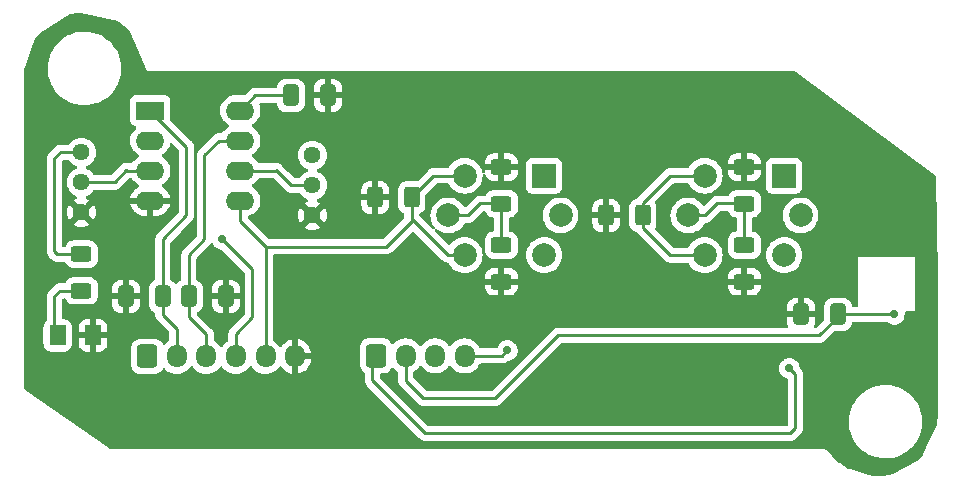
<source format=gbr>
%TF.GenerationSoftware,KiCad,Pcbnew,(6.0.4)*%
%TF.CreationDate,2022-06-03T19:19:18-06:00*%
%TF.ProjectId,Gas_Sensor_Module,4761735f-5365-46e7-936f-725f4d6f6475,rev?*%
%TF.SameCoordinates,Original*%
%TF.FileFunction,Copper,L1,Top*%
%TF.FilePolarity,Positive*%
%FSLAX46Y46*%
G04 Gerber Fmt 4.6, Leading zero omitted, Abs format (unit mm)*
G04 Created by KiCad (PCBNEW (6.0.4)) date 2022-06-03 19:19:18*
%MOMM*%
%LPD*%
G01*
G04 APERTURE LIST*
G04 Aperture macros list*
%AMRoundRect*
0 Rectangle with rounded corners*
0 $1 Rounding radius*
0 $2 $3 $4 $5 $6 $7 $8 $9 X,Y pos of 4 corners*
0 Add a 4 corners polygon primitive as box body*
4,1,4,$2,$3,$4,$5,$6,$7,$8,$9,$2,$3,0*
0 Add four circle primitives for the rounded corners*
1,1,$1+$1,$2,$3*
1,1,$1+$1,$4,$5*
1,1,$1+$1,$6,$7*
1,1,$1+$1,$8,$9*
0 Add four rect primitives between the rounded corners*
20,1,$1+$1,$2,$3,$4,$5,0*
20,1,$1+$1,$4,$5,$6,$7,0*
20,1,$1+$1,$6,$7,$8,$9,0*
20,1,$1+$1,$8,$9,$2,$3,0*%
G04 Aperture macros list end*
%TA.AperFunction,ComponentPad*%
%ADD10R,2.400000X1.600000*%
%TD*%
%TA.AperFunction,ComponentPad*%
%ADD11O,2.400000X1.600000*%
%TD*%
%TA.AperFunction,ComponentPad*%
%ADD12O,1.700000X1.950000*%
%TD*%
%TA.AperFunction,ComponentPad*%
%ADD13RoundRect,0.250000X-0.600000X-0.725000X0.600000X-0.725000X0.600000X0.725000X-0.600000X0.725000X0*%
%TD*%
%TA.AperFunction,SMDPad,CuDef*%
%ADD14RoundRect,0.250000X0.412500X0.650000X-0.412500X0.650000X-0.412500X-0.650000X0.412500X-0.650000X0*%
%TD*%
%TA.AperFunction,SMDPad,CuDef*%
%ADD15RoundRect,0.250000X-0.412500X-0.650000X0.412500X-0.650000X0.412500X0.650000X-0.412500X0.650000X0*%
%TD*%
%TA.AperFunction,SMDPad,CuDef*%
%ADD16RoundRect,0.250000X-0.625000X0.400000X-0.625000X-0.400000X0.625000X-0.400000X0.625000X0.400000X0*%
%TD*%
%TA.AperFunction,ComponentPad*%
%ADD17C,1.440000*%
%TD*%
%TA.AperFunction,SMDPad,CuDef*%
%ADD18RoundRect,0.250001X0.462499X0.624999X-0.462499X0.624999X-0.462499X-0.624999X0.462499X-0.624999X0*%
%TD*%
%TA.AperFunction,SMDPad,CuDef*%
%ADD19RoundRect,0.250000X0.400000X0.625000X-0.400000X0.625000X-0.400000X-0.625000X0.400000X-0.625000X0*%
%TD*%
%TA.AperFunction,SMDPad,CuDef*%
%ADD20RoundRect,0.250000X0.625000X-0.400000X0.625000X0.400000X-0.625000X0.400000X-0.625000X-0.400000X0*%
%TD*%
%TA.AperFunction,ComponentPad*%
%ADD21R,2.000000X2.000000*%
%TD*%
%TA.AperFunction,ComponentPad*%
%ADD22C,2.000000*%
%TD*%
%TA.AperFunction,ViaPad*%
%ADD23C,0.711200*%
%TD*%
%TA.AperFunction,Conductor*%
%ADD24C,0.254000*%
%TD*%
%TA.AperFunction,Conductor*%
%ADD25C,0.250000*%
%TD*%
G04 APERTURE END LIST*
D10*
%TO.P,LM358,1*%
%TO.N,/DO1*%
X164069000Y-49540000D03*
D11*
%TO.P,LM358,2,-*%
%TO.N,/AO1*%
X164069000Y-52080000D03*
%TO.P,LM358,3,+*%
%TO.N,Net-(LM358-Pad3)*%
X164069000Y-54620000D03*
%TO.P,LM358,4,V-*%
%TO.N,GND*%
X164069000Y-57160000D03*
%TO.P,LM358,5,+*%
%TO.N,/AO2*%
X171689000Y-57160000D03*
%TO.P,LM358,6,-*%
%TO.N,Net-(LM358-Pad6)*%
X171689000Y-54620000D03*
%TO.P,LM358,7*%
%TO.N,/DO2*%
X171689000Y-52080000D03*
%TO.P,LM358,8,V+*%
%TO.N,VCC*%
X171689000Y-49540000D03*
%TD*%
D12*
%TO.P,J1,6,Pin_6*%
%TO.N,GND*%
X176330000Y-70358000D03*
%TO.P,J1,5,Pin_5*%
%TO.N,/AO2*%
X173830000Y-70358000D03*
%TO.P,J1,4,Pin_4*%
%TO.N,/AO1*%
X171330000Y-70358000D03*
%TO.P,J1,3,Pin_3*%
%TO.N,/DO2*%
X168830000Y-70358000D03*
%TO.P,J1,2,Pin_2*%
%TO.N,/DO1*%
X166330000Y-70358000D03*
D13*
%TO.P,J1,1,Pin_1*%
%TO.N,VCC*%
X163830000Y-70358000D03*
%TD*%
%TO.P,J2,1,Pin_1*%
%TO.N,/DPIX*%
X183193995Y-70312001D03*
D12*
%TO.P,J2,2,Pin_2*%
%TO.N,/SCL*%
X185693995Y-70312001D03*
%TO.P,J2,3,Pin_3*%
%TO.N,/SDA*%
X188193995Y-70312001D03*
%TO.P,J2,4,Pin_4*%
%TO.N,/3V3*%
X190693995Y-70312001D03*
%TD*%
D14*
%TO.P,C4,1*%
%TO.N,/SCL*%
X222288500Y-66802000D03*
%TO.P,C4,2*%
%TO.N,GND*%
X219163500Y-66802000D03*
%TD*%
D15*
%TO.P,C3,1*%
%TO.N,VCC*%
X175983500Y-48260000D03*
%TO.P,C3,2*%
%TO.N,GND*%
X179108500Y-48260000D03*
%TD*%
D16*
%TO.P,R1,1*%
%TO.N,VCC*%
X158242000Y-61696000D03*
%TO.P,R1,2*%
%TO.N,Net-(D1-Pad2)*%
X158242000Y-64796000D03*
%TD*%
D17*
%TO.P,POT2,1,1*%
%TO.N,VCC*%
X177800000Y-53330000D03*
%TO.P,POT2,2,2*%
%TO.N,Net-(LM358-Pad6)*%
X177800000Y-55870000D03*
%TO.P,POT2,3,3*%
%TO.N,GND*%
X177800000Y-58410000D03*
%TD*%
D16*
%TO.P,R6,2*%
%TO.N,GND*%
X193802000Y-64034000D03*
%TO.P,R6,1*%
%TO.N,Net-(MQ2-Pad5)*%
X193802000Y-60934000D03*
%TD*%
D18*
%TO.P,D1,1,K*%
%TO.N,GND*%
X159221500Y-68580000D03*
%TO.P,D1,2,A*%
%TO.N,Net-(D1-Pad2)*%
X156246500Y-68580000D03*
%TD*%
D19*
%TO.P,R7,1*%
%TO.N,/AO2*%
X186208000Y-56896000D03*
%TO.P,R7,2*%
%TO.N,GND*%
X183108000Y-56896000D03*
%TD*%
D14*
%TO.P,C1,1*%
%TO.N,/DO1*%
X165138500Y-65278000D03*
%TO.P,C1,2*%
%TO.N,GND*%
X162013500Y-65278000D03*
%TD*%
D19*
%TO.P,R4,1*%
%TO.N,/AO1*%
X205766000Y-58420000D03*
%TO.P,R4,2*%
%TO.N,GND*%
X202666000Y-58420000D03*
%TD*%
D20*
%TO.P,R5,2*%
%TO.N,GND*%
X193802000Y-54330000D03*
%TO.P,R5,1*%
%TO.N,Net-(MQ2-Pad5)*%
X193802000Y-57430000D03*
%TD*%
D15*
%TO.P,C2,1*%
%TO.N,/DO2*%
X167347500Y-65278000D03*
%TO.P,C2,2*%
%TO.N,GND*%
X170472500Y-65278000D03*
%TD*%
D16*
%TO.P,R3,1*%
%TO.N,Net-(MQ135-Pad5)*%
X214376000Y-60934000D03*
%TO.P,R3,2*%
%TO.N,GND*%
X214376000Y-64034000D03*
%TD*%
D17*
%TO.P,POT1,1,1*%
%TO.N,VCC*%
X158242000Y-53075992D03*
%TO.P,POT1,2,2*%
%TO.N,Net-(LM358-Pad3)*%
X158242000Y-55615992D03*
%TO.P,POT1,3,3*%
%TO.N,GND*%
X158242000Y-58155992D03*
%TD*%
D20*
%TO.P,R2,1*%
%TO.N,Net-(MQ135-Pad5)*%
X214376000Y-57430000D03*
%TO.P,R2,2*%
%TO.N,GND*%
X214376000Y-54330000D03*
%TD*%
D21*
%TO.P,MQ135,1,B1*%
%TO.N,VCC*%
X217735988Y-55060012D03*
D22*
%TO.P,MQ135,2,VH+*%
X219125988Y-58420012D03*
%TO.P,MQ135,3,B2*%
X217735988Y-61780012D03*
%TO.P,MQ135,4,A2*%
%TO.N,/AO1*%
X211015988Y-61780012D03*
%TO.P,MQ135,5,VH-*%
%TO.N,Net-(MQ135-Pad5)*%
X209625988Y-58420012D03*
%TO.P,MQ135,6,A1*%
%TO.N,/AO1*%
X211015988Y-55060012D03*
%TD*%
%TO.P,MQ2,6,A1*%
%TO.N,/AO2*%
X190696000Y-55060000D03*
%TO.P,MQ2,5,VH-*%
%TO.N,Net-(MQ2-Pad5)*%
X189306000Y-58420000D03*
%TO.P,MQ2,4,A2*%
%TO.N,/AO2*%
X190696000Y-61780000D03*
%TO.P,MQ2,3,B2*%
%TO.N,VCC*%
X197416000Y-61780000D03*
%TO.P,MQ2,2,VH+*%
X198806000Y-58420000D03*
D21*
%TO.P,MQ2,1,B1*%
X197416000Y-55060000D03*
%TD*%
D23*
%TO.N,GND*%
X196850000Y-74930000D03*
X168910000Y-62230000D03*
X229612012Y-64011988D03*
%TO.N,/DPIX*%
X218186000Y-71374000D03*
%TO.N,/SCL*%
X227076000Y-66802000D03*
%TO.N,/3V3*%
X194310000Y-69850000D03*
%TO.N,/AO1*%
X170180000Y-60452000D03*
%TD*%
D24*
%TO.N,/SCL*%
X187198000Y-73914000D02*
X193294000Y-73914000D01*
X185694000Y-72410000D02*
X187198000Y-73914000D01*
X193294000Y-73914000D02*
X198628000Y-68580000D01*
X185694000Y-70312000D02*
X185694000Y-72410000D01*
X201930000Y-68580000D02*
X220726000Y-68580000D01*
X198628000Y-68580000D02*
X201930000Y-68580000D01*
%TO.N,/DPIX*%
X182880000Y-72390000D02*
X182880000Y-70626000D01*
X187372111Y-76882111D02*
X182880000Y-72390000D01*
X218265889Y-76882111D02*
X187372111Y-76882111D01*
X218694000Y-76454000D02*
X218265889Y-76882111D01*
X218186000Y-71374000D02*
X218694000Y-71882000D01*
X218694000Y-71882000D02*
X218694000Y-76454000D01*
%TO.N,Net-(MQ2-Pad5)*%
X193802000Y-60934000D02*
X193802000Y-57430000D01*
X191008000Y-58420000D02*
X192024000Y-57404000D01*
X189306000Y-58420000D02*
X191008000Y-58420000D01*
X192024000Y-57404000D02*
X193776000Y-57404000D01*
X193776000Y-57404000D02*
X193802000Y-57430000D01*
%TO.N,/SCL*%
X222288500Y-67017500D02*
X222288500Y-66802000D01*
X220726000Y-68580000D02*
X222288500Y-67017500D01*
%TO.N,/AO2*%
X184056000Y-61054000D02*
X173830000Y-61054000D01*
X186208000Y-58902000D02*
X184056000Y-61054000D01*
X186208000Y-58700000D02*
X186208000Y-58902000D01*
X171689000Y-58913000D02*
X171689000Y-57160000D01*
X173830000Y-70358000D02*
X173830000Y-61054000D01*
X173830000Y-61054000D02*
X171689000Y-58913000D01*
%TO.N,/DO1*%
X167132000Y-58420000D02*
X167132000Y-52603000D01*
X165138500Y-60413500D02*
X167132000Y-58420000D01*
X167132000Y-52603000D02*
X164069000Y-49540000D01*
X165138500Y-65278000D02*
X165138500Y-60413500D01*
%TO.N,/SCL*%
X227076000Y-66802000D02*
X222288500Y-66802000D01*
%TO.N,/3V3*%
X193848000Y-70312000D02*
X194310000Y-69850000D01*
X190694000Y-70312000D02*
X193848000Y-70312000D01*
%TO.N,/AO1*%
X172720000Y-67056000D02*
X172720000Y-62992000D01*
X171330000Y-68446000D02*
X172720000Y-67056000D01*
X172720000Y-62992000D02*
X172212000Y-62484000D01*
X172212000Y-62484000D02*
X170180000Y-60452000D01*
X171330000Y-70358000D02*
X171330000Y-68446000D01*
X205766000Y-57378000D02*
X205766000Y-58420000D01*
X208083988Y-55060012D02*
X205766000Y-57378000D01*
X211015988Y-55060012D02*
X208083988Y-55060012D01*
X205766000Y-59462000D02*
X205766000Y-58420000D01*
X208084012Y-61780012D02*
X205766000Y-59462000D01*
X211015988Y-61780012D02*
X208084012Y-61780012D01*
%TO.N,Net-(MQ135-Pad5)*%
X212090000Y-57404000D02*
X214350000Y-57404000D01*
X211073988Y-58420012D02*
X212090000Y-57404000D01*
X209625988Y-58420012D02*
X211073988Y-58420012D01*
X214350000Y-57404000D02*
X214376000Y-57430000D01*
X214376000Y-57430000D02*
X214376000Y-60934000D01*
%TO.N,/AO2*%
X186208000Y-58700000D02*
X186208000Y-56896000D01*
X189288000Y-61780000D02*
X186208000Y-58700000D01*
X190696000Y-61780000D02*
X189288000Y-61780000D01*
X188044000Y-55060000D02*
X186208000Y-56896000D01*
X190696000Y-55060000D02*
X188044000Y-55060000D01*
%TO.N,/DO2*%
X168656000Y-53340000D02*
X169916000Y-52080000D01*
X168656000Y-60452000D02*
X168656000Y-53340000D01*
X167347500Y-61760500D02*
X168656000Y-60452000D01*
X167347500Y-65278000D02*
X167347500Y-61760500D01*
X169916000Y-52080000D02*
X171689000Y-52080000D01*
X168830000Y-68500000D02*
X168830000Y-70358000D01*
X167347500Y-65278000D02*
X167347500Y-67017500D01*
X167347500Y-67017500D02*
X168830000Y-68500000D01*
%TO.N,/DO1*%
X166370000Y-68072000D02*
X166330000Y-68112000D01*
X166330000Y-68112000D02*
X166330000Y-70358000D01*
X165138500Y-65278000D02*
X165138500Y-66840500D01*
X165138500Y-66840500D02*
X166370000Y-68072000D01*
%TO.N,Net-(LM358-Pad6)*%
X174742000Y-54620000D02*
X171689000Y-54620000D01*
X174752000Y-54610000D02*
X174742000Y-54620000D01*
X176012000Y-55870000D02*
X174752000Y-54610000D01*
X177800000Y-55870000D02*
X176012000Y-55870000D01*
%TO.N,VCC*%
X175983500Y-48260000D02*
X172969000Y-48260000D01*
X172969000Y-48260000D02*
X171689000Y-49540000D01*
%TO.N,Net-(LM358-Pad3)*%
X162062000Y-54620000D02*
X164069000Y-54620000D01*
X162052000Y-54610000D02*
X162062000Y-54620000D01*
X161046008Y-55615992D02*
X162052000Y-54610000D01*
X158242000Y-55615992D02*
X161046008Y-55615992D01*
D25*
%TO.N,VCC*%
X155956000Y-53594000D02*
X156474008Y-53075992D01*
X156474008Y-53075992D02*
X158242000Y-53075992D01*
X155956000Y-61468000D02*
X155956000Y-53594000D01*
X156210000Y-61722000D02*
X155956000Y-61468000D01*
X158216000Y-61722000D02*
X156210000Y-61722000D01*
X158242000Y-61696000D02*
X158216000Y-61722000D01*
D24*
%TO.N,Net-(D1-Pad2)*%
X156438000Y-64796000D02*
X158242000Y-64796000D01*
X155956000Y-68289500D02*
X155956000Y-65278000D01*
X156246500Y-68580000D02*
X155956000Y-68289500D01*
X155956000Y-65278000D02*
X156438000Y-64796000D01*
%TD*%
%TA.AperFunction,Conductor*%
%TO.N,GND*%
G36*
X158185442Y-41254222D02*
G01*
X161361328Y-42001489D01*
X161396925Y-42015876D01*
X161463626Y-42055593D01*
X161504930Y-42080187D01*
X161513994Y-42086127D01*
X161667705Y-42196584D01*
X161871305Y-42342892D01*
X161879819Y-42349584D01*
X162213759Y-42636121D01*
X162221673Y-42643526D01*
X162277912Y-42700878D01*
X162303384Y-42738593D01*
X162769777Y-43804634D01*
X163830000Y-46228000D01*
X164280020Y-46228000D01*
X164301653Y-46229871D01*
X164313599Y-46231953D01*
X164313600Y-46231953D01*
X164322442Y-46233494D01*
X164359843Y-46229289D01*
X164373920Y-46228500D01*
X218652910Y-46228500D01*
X218721031Y-46248502D01*
X218728166Y-46253443D01*
X230582035Y-55080792D01*
X230624724Y-55137520D01*
X230632769Y-55180294D01*
X230736765Y-63603965D01*
X230736775Y-63605520D01*
X230736775Y-74902146D01*
X230736307Y-74913000D01*
X230732351Y-74958754D01*
X230734118Y-74967549D01*
X230734118Y-74967553D01*
X230736452Y-74979168D01*
X230738879Y-75000764D01*
X230748413Y-75373892D01*
X230749052Y-75398923D01*
X230748868Y-75409662D01*
X230737343Y-75602151D01*
X230723224Y-75837934D01*
X230722125Y-75848619D01*
X230682364Y-76120611D01*
X230682304Y-76121023D01*
X230672033Y-76155596D01*
X230042506Y-77519570D01*
X229524274Y-78642406D01*
X229502697Y-78674807D01*
X229244354Y-78956265D01*
X229236753Y-78963868D01*
X228991497Y-79189092D01*
X228966009Y-79207226D01*
X226981501Y-80275807D01*
X226950582Y-80287528D01*
X226564521Y-80378226D01*
X226554004Y-80380229D01*
X226129471Y-80442394D01*
X226118786Y-80443495D01*
X225725855Y-80467120D01*
X225690528Y-80469244D01*
X225679781Y-80469431D01*
X225250877Y-80458578D01*
X225240158Y-80457847D01*
X224937120Y-80424179D01*
X224913983Y-80419379D01*
X223291297Y-79920091D01*
X223273322Y-79913011D01*
X223153230Y-79854696D01*
X223143769Y-79849592D01*
X223022055Y-79777063D01*
X222775211Y-79629971D01*
X222766230Y-79624086D01*
X222482548Y-79420385D01*
X222417738Y-79373847D01*
X222409281Y-79367210D01*
X222134282Y-79131751D01*
X222127136Y-79125136D01*
X221763535Y-78761535D01*
X221755614Y-78752838D01*
X221518311Y-78466486D01*
X221504444Y-78445928D01*
X221502484Y-78442297D01*
X221502483Y-78442296D01*
X221498219Y-78434394D01*
X221491911Y-78428009D01*
X221486835Y-78421150D01*
X221481288Y-78414633D01*
X221476499Y-78407042D01*
X221469770Y-78401099D01*
X221438099Y-78373128D01*
X221431875Y-78367243D01*
X221402157Y-78337164D01*
X221395848Y-78330778D01*
X221387999Y-78326419D01*
X221381208Y-78321265D01*
X221374054Y-78316566D01*
X221367324Y-78310622D01*
X221359197Y-78306807D01*
X221359195Y-78306805D01*
X221320937Y-78288843D01*
X221313311Y-78284941D01*
X221313263Y-78284914D01*
X221269440Y-78260577D01*
X221253062Y-78248225D01*
X221246812Y-78244812D01*
X221234000Y-78232000D01*
X221158537Y-78232000D01*
X221144160Y-78230394D01*
X221144142Y-78230623D01*
X221135197Y-78229904D01*
X221126441Y-78227923D01*
X221117484Y-78228479D01*
X221117481Y-78228479D01*
X221072743Y-78231258D01*
X221064933Y-78231500D01*
X160728008Y-78231500D01*
X160655752Y-78208723D01*
X160561734Y-78142910D01*
X153470244Y-73178868D01*
X153425907Y-73123417D01*
X153416500Y-73075645D01*
X153416500Y-69255400D01*
X155025500Y-69255400D01*
X155025837Y-69258646D01*
X155025837Y-69258650D01*
X155035752Y-69354203D01*
X155036474Y-69361165D01*
X155038655Y-69367701D01*
X155038655Y-69367703D01*
X155052976Y-69410628D01*
X155092450Y-69528945D01*
X155185522Y-69679348D01*
X155310697Y-69804305D01*
X155316927Y-69808145D01*
X155316928Y-69808146D01*
X155454090Y-69892694D01*
X155461262Y-69897115D01*
X155541005Y-69923564D01*
X155622611Y-69950632D01*
X155622613Y-69950632D01*
X155629139Y-69952797D01*
X155635975Y-69953497D01*
X155635978Y-69953498D01*
X155679031Y-69957909D01*
X155733600Y-69963500D01*
X156759400Y-69963500D01*
X156762646Y-69963163D01*
X156762650Y-69963163D01*
X156858307Y-69953238D01*
X156858311Y-69953237D01*
X156865165Y-69952526D01*
X156871701Y-69950345D01*
X156871703Y-69950345D01*
X157003805Y-69906272D01*
X157032945Y-69896550D01*
X157183348Y-69803478D01*
X157308305Y-69678303D01*
X157317692Y-69663075D01*
X157397275Y-69533968D01*
X157397276Y-69533966D01*
X157401115Y-69527738D01*
X157433256Y-69430835D01*
X157454632Y-69366389D01*
X157454632Y-69366387D01*
X157456797Y-69359861D01*
X157457509Y-69352919D01*
X157462517Y-69304032D01*
X157467500Y-69255400D01*
X157467500Y-69252096D01*
X158001000Y-69252096D01*
X158001337Y-69258611D01*
X158011256Y-69354203D01*
X158014150Y-69367602D01*
X158065588Y-69521783D01*
X158071762Y-69534962D01*
X158157063Y-69672807D01*
X158166099Y-69684208D01*
X158280830Y-69798739D01*
X158292241Y-69807751D01*
X158430245Y-69892818D01*
X158443423Y-69898962D01*
X158597716Y-69950139D01*
X158611081Y-69953005D01*
X158705439Y-69962672D01*
X158711855Y-69963000D01*
X158949385Y-69963000D01*
X158964624Y-69958525D01*
X158965829Y-69957135D01*
X158967500Y-69949452D01*
X158967500Y-69944885D01*
X159475500Y-69944885D01*
X159479975Y-69960124D01*
X159481365Y-69961329D01*
X159489048Y-69963000D01*
X159731096Y-69963000D01*
X159737611Y-69962663D01*
X159833203Y-69952744D01*
X159846602Y-69949850D01*
X160000783Y-69898412D01*
X160013962Y-69892238D01*
X160151807Y-69806937D01*
X160163208Y-69797901D01*
X160277739Y-69683170D01*
X160286751Y-69671759D01*
X160371818Y-69533755D01*
X160377962Y-69520577D01*
X160429139Y-69366284D01*
X160432005Y-69352919D01*
X160441672Y-69258561D01*
X160442000Y-69252145D01*
X160442000Y-68852115D01*
X160437525Y-68836876D01*
X160436135Y-68835671D01*
X160428452Y-68834000D01*
X159493615Y-68834000D01*
X159478376Y-68838475D01*
X159477171Y-68839865D01*
X159475500Y-68847548D01*
X159475500Y-69944885D01*
X158967500Y-69944885D01*
X158967500Y-68852115D01*
X158963025Y-68836876D01*
X158961635Y-68835671D01*
X158953952Y-68834000D01*
X158019115Y-68834000D01*
X158003876Y-68838475D01*
X158002671Y-68839865D01*
X158001000Y-68847548D01*
X158001000Y-69252096D01*
X157467500Y-69252096D01*
X157467500Y-68307885D01*
X158001000Y-68307885D01*
X158005475Y-68323124D01*
X158006865Y-68324329D01*
X158014548Y-68326000D01*
X158949385Y-68326000D01*
X158964624Y-68321525D01*
X158965829Y-68320135D01*
X158967500Y-68312452D01*
X158967500Y-68307885D01*
X159475500Y-68307885D01*
X159479975Y-68323124D01*
X159481365Y-68324329D01*
X159489048Y-68326000D01*
X160423885Y-68326000D01*
X160439124Y-68321525D01*
X160440329Y-68320135D01*
X160442000Y-68312452D01*
X160442000Y-67907904D01*
X160441663Y-67901389D01*
X160431744Y-67805797D01*
X160428850Y-67792398D01*
X160377412Y-67638217D01*
X160371238Y-67625038D01*
X160285937Y-67487193D01*
X160276901Y-67475792D01*
X160162170Y-67361261D01*
X160150759Y-67352249D01*
X160012755Y-67267182D01*
X159999577Y-67261038D01*
X159845284Y-67209861D01*
X159831919Y-67206995D01*
X159737561Y-67197328D01*
X159731144Y-67197000D01*
X159493615Y-67197000D01*
X159478376Y-67201475D01*
X159477171Y-67202865D01*
X159475500Y-67210548D01*
X159475500Y-68307885D01*
X158967500Y-68307885D01*
X158967500Y-67215115D01*
X158963025Y-67199876D01*
X158961635Y-67198671D01*
X158953952Y-67197000D01*
X158711904Y-67197000D01*
X158705389Y-67197337D01*
X158609797Y-67207256D01*
X158596398Y-67210150D01*
X158442217Y-67261588D01*
X158429038Y-67267762D01*
X158291193Y-67353063D01*
X158279792Y-67362099D01*
X158165261Y-67476830D01*
X158156249Y-67488241D01*
X158071182Y-67626245D01*
X158065038Y-67639423D01*
X158013861Y-67793716D01*
X158010995Y-67807081D01*
X158001328Y-67901439D01*
X158001000Y-67907856D01*
X158001000Y-68307885D01*
X157467500Y-68307885D01*
X157467500Y-67904600D01*
X157464484Y-67875532D01*
X157457238Y-67805693D01*
X157457237Y-67805689D01*
X157456526Y-67798835D01*
X157449076Y-67776503D01*
X157402868Y-67638003D01*
X157400550Y-67631055D01*
X157307478Y-67480652D01*
X157274458Y-67447689D01*
X157187483Y-67360866D01*
X157182303Y-67355695D01*
X157116717Y-67315267D01*
X157037968Y-67266725D01*
X157037966Y-67266724D01*
X157031738Y-67262885D01*
X156951995Y-67236436D01*
X156870389Y-67209368D01*
X156870387Y-67209368D01*
X156863861Y-67207203D01*
X156857025Y-67206503D01*
X156857022Y-67206502D01*
X156813969Y-67202091D01*
X156759400Y-67196500D01*
X156717500Y-67196500D01*
X156649379Y-67176498D01*
X156602886Y-67122842D01*
X156591500Y-67070500D01*
X156591500Y-65975095D01*
X160843001Y-65975095D01*
X160843338Y-65981614D01*
X160853257Y-66077206D01*
X160856149Y-66090600D01*
X160907588Y-66244784D01*
X160913761Y-66257962D01*
X160999063Y-66395807D01*
X161008099Y-66407208D01*
X161122829Y-66521739D01*
X161134240Y-66530751D01*
X161272243Y-66615816D01*
X161285424Y-66621963D01*
X161439710Y-66673138D01*
X161453086Y-66676005D01*
X161547438Y-66685672D01*
X161553854Y-66686000D01*
X161741385Y-66686000D01*
X161756624Y-66681525D01*
X161757829Y-66680135D01*
X161759500Y-66672452D01*
X161759500Y-66667884D01*
X162267500Y-66667884D01*
X162271975Y-66683123D01*
X162273365Y-66684328D01*
X162281048Y-66685999D01*
X162473095Y-66685999D01*
X162479614Y-66685662D01*
X162575206Y-66675743D01*
X162588600Y-66672851D01*
X162742784Y-66621412D01*
X162755962Y-66615239D01*
X162893807Y-66529937D01*
X162905208Y-66520901D01*
X163019739Y-66406171D01*
X163028751Y-66394760D01*
X163113816Y-66256757D01*
X163119963Y-66243576D01*
X163171138Y-66089290D01*
X163174005Y-66075914D01*
X163183672Y-65981562D01*
X163184000Y-65975146D01*
X163184000Y-65550115D01*
X163179525Y-65534876D01*
X163178135Y-65533671D01*
X163170452Y-65532000D01*
X162285615Y-65532000D01*
X162270376Y-65536475D01*
X162269171Y-65537865D01*
X162267500Y-65545548D01*
X162267500Y-66667884D01*
X161759500Y-66667884D01*
X161759500Y-65550115D01*
X161755025Y-65534876D01*
X161753635Y-65533671D01*
X161745952Y-65532000D01*
X160861116Y-65532000D01*
X160845877Y-65536475D01*
X160844672Y-65537865D01*
X160843001Y-65545548D01*
X160843001Y-65975095D01*
X156591500Y-65975095D01*
X156591500Y-65593423D01*
X156611502Y-65525302D01*
X156628406Y-65504326D01*
X156664330Y-65468403D01*
X156726642Y-65434379D01*
X156753424Y-65431500D01*
X156805151Y-65431500D01*
X156873272Y-65451502D01*
X156919765Y-65505158D01*
X156921382Y-65509261D01*
X156923130Y-65512993D01*
X156925450Y-65519946D01*
X157018522Y-65670348D01*
X157143697Y-65795305D01*
X157149927Y-65799145D01*
X157149928Y-65799146D01*
X157287090Y-65883694D01*
X157294262Y-65888115D01*
X157374005Y-65914564D01*
X157455611Y-65941632D01*
X157455613Y-65941632D01*
X157462139Y-65943797D01*
X157468975Y-65944497D01*
X157468978Y-65944498D01*
X157512031Y-65948909D01*
X157566600Y-65954500D01*
X158917400Y-65954500D01*
X158920646Y-65954163D01*
X158920650Y-65954163D01*
X159016308Y-65944238D01*
X159016312Y-65944237D01*
X159023166Y-65943526D01*
X159029702Y-65941345D01*
X159029704Y-65941345D01*
X159161806Y-65897272D01*
X159190946Y-65887550D01*
X159341348Y-65794478D01*
X159466305Y-65669303D01*
X159534236Y-65559099D01*
X159555275Y-65524968D01*
X159555276Y-65524966D01*
X159559115Y-65518738D01*
X159596386Y-65406368D01*
X159612632Y-65357389D01*
X159612632Y-65357387D01*
X159614797Y-65350861D01*
X159625500Y-65246400D01*
X159625500Y-65005885D01*
X160843000Y-65005885D01*
X160847475Y-65021124D01*
X160848865Y-65022329D01*
X160856548Y-65024000D01*
X161741385Y-65024000D01*
X161756624Y-65019525D01*
X161757829Y-65018135D01*
X161759500Y-65010452D01*
X161759500Y-65005885D01*
X162267500Y-65005885D01*
X162271975Y-65021124D01*
X162273365Y-65022329D01*
X162281048Y-65024000D01*
X163165884Y-65024000D01*
X163181123Y-65019525D01*
X163182328Y-65018135D01*
X163183999Y-65010452D01*
X163183999Y-64580905D01*
X163183662Y-64574386D01*
X163173743Y-64478794D01*
X163170851Y-64465400D01*
X163119412Y-64311216D01*
X163113239Y-64298038D01*
X163027937Y-64160193D01*
X163018901Y-64148792D01*
X162904171Y-64034261D01*
X162892760Y-64025249D01*
X162754757Y-63940184D01*
X162741576Y-63934037D01*
X162587290Y-63882862D01*
X162573914Y-63879995D01*
X162479562Y-63870328D01*
X162473145Y-63870000D01*
X162285615Y-63870000D01*
X162270376Y-63874475D01*
X162269171Y-63875865D01*
X162267500Y-63883548D01*
X162267500Y-65005885D01*
X161759500Y-65005885D01*
X161759500Y-63888116D01*
X161755025Y-63872877D01*
X161753635Y-63871672D01*
X161745952Y-63870001D01*
X161553905Y-63870001D01*
X161547386Y-63870338D01*
X161451794Y-63880257D01*
X161438400Y-63883149D01*
X161284216Y-63934588D01*
X161271038Y-63940761D01*
X161133193Y-64026063D01*
X161121792Y-64035099D01*
X161007261Y-64149829D01*
X160998249Y-64161240D01*
X160913184Y-64299243D01*
X160907037Y-64312424D01*
X160855862Y-64466710D01*
X160852995Y-64480086D01*
X160843328Y-64574438D01*
X160843000Y-64580855D01*
X160843000Y-65005885D01*
X159625500Y-65005885D01*
X159625500Y-64345600D01*
X159625163Y-64342350D01*
X159615238Y-64246692D01*
X159615237Y-64246688D01*
X159614526Y-64239834D01*
X159607405Y-64218488D01*
X159560868Y-64079002D01*
X159558550Y-64072054D01*
X159465478Y-63921652D01*
X159431884Y-63888116D01*
X159345483Y-63801866D01*
X159340303Y-63796695D01*
X159283831Y-63761885D01*
X159195968Y-63707725D01*
X159195966Y-63707724D01*
X159189738Y-63703885D01*
X159029254Y-63650655D01*
X159028389Y-63650368D01*
X159028387Y-63650368D01*
X159021861Y-63648203D01*
X159015025Y-63647503D01*
X159015022Y-63647502D01*
X158971969Y-63643091D01*
X158917400Y-63637500D01*
X157566600Y-63637500D01*
X157563354Y-63637837D01*
X157563350Y-63637837D01*
X157467692Y-63647762D01*
X157467688Y-63647763D01*
X157460834Y-63648474D01*
X157454298Y-63650655D01*
X157454296Y-63650655D01*
X157322194Y-63694728D01*
X157293054Y-63704450D01*
X157142652Y-63797522D01*
X157017695Y-63922697D01*
X157013855Y-63928927D01*
X157013854Y-63928928D01*
X156948653Y-64034704D01*
X156924885Y-64073262D01*
X156922581Y-64080209D01*
X156919487Y-64086844D01*
X156916699Y-64085544D01*
X156884171Y-64132513D01*
X156818612Y-64159762D01*
X156804992Y-64160500D01*
X156517032Y-64160500D01*
X156505793Y-64159970D01*
X156498281Y-64158291D01*
X156490356Y-64158540D01*
X156490355Y-64158540D01*
X156429970Y-64160438D01*
X156426012Y-64160500D01*
X156398017Y-64160500D01*
X156394083Y-64160997D01*
X156394081Y-64160997D01*
X156393994Y-64161008D01*
X156382160Y-64161940D01*
X156337795Y-64163335D01*
X156330182Y-64165547D01*
X156330181Y-64165547D01*
X156318252Y-64169013D01*
X156298888Y-64173023D01*
X156286560Y-64174580D01*
X156286558Y-64174580D01*
X156278701Y-64175573D01*
X156271337Y-64178489D01*
X156271332Y-64178490D01*
X156237444Y-64191907D01*
X156226215Y-64195752D01*
X156209535Y-64200598D01*
X156183607Y-64208131D01*
X156176780Y-64212169D01*
X156176777Y-64212170D01*
X156166094Y-64218488D01*
X156148336Y-64227188D01*
X156136785Y-64231761D01*
X156136779Y-64231765D01*
X156129412Y-64234681D01*
X156123001Y-64239339D01*
X156122999Y-64239340D01*
X156093512Y-64260764D01*
X156083590Y-64267281D01*
X156052232Y-64285826D01*
X156052228Y-64285829D01*
X156045402Y-64289866D01*
X156031018Y-64304250D01*
X156015984Y-64317091D01*
X155999513Y-64329058D01*
X155994460Y-64335166D01*
X155971223Y-64363255D01*
X155963233Y-64372035D01*
X155562518Y-64772750D01*
X155554197Y-64780322D01*
X155547697Y-64784447D01*
X155500914Y-64834266D01*
X155498159Y-64837108D01*
X155478361Y-64856906D01*
X155475937Y-64860031D01*
X155475929Y-64860040D01*
X155475863Y-64860126D01*
X155468155Y-64869151D01*
X155437783Y-64901494D01*
X155433965Y-64908438D01*
X155433964Y-64908440D01*
X155427978Y-64919329D01*
X155417127Y-64935847D01*
X155404650Y-64951933D01*
X155387024Y-64992666D01*
X155381807Y-65003314D01*
X155360431Y-65042197D01*
X155358460Y-65049872D01*
X155358458Y-65049878D01*
X155355369Y-65061911D01*
X155348966Y-65080613D01*
X155340883Y-65099292D01*
X155339644Y-65107117D01*
X155333940Y-65143127D01*
X155331535Y-65154740D01*
X155320500Y-65197718D01*
X155320500Y-65218065D01*
X155318949Y-65237776D01*
X155315765Y-65257879D01*
X155316511Y-65265771D01*
X155319941Y-65302056D01*
X155320500Y-65313914D01*
X155320500Y-67293528D01*
X155300498Y-67361649D01*
X155283673Y-67382546D01*
X155210360Y-67455987D01*
X155184695Y-67481697D01*
X155180855Y-67487927D01*
X155180854Y-67487928D01*
X155095961Y-67625650D01*
X155091885Y-67632262D01*
X155070967Y-67695327D01*
X155038771Y-67792398D01*
X155036203Y-67800139D01*
X155035503Y-67806975D01*
X155035502Y-67806978D01*
X155034413Y-67817607D01*
X155025500Y-67904600D01*
X155025500Y-69255400D01*
X153416500Y-69255400D01*
X153416500Y-53573943D01*
X155317780Y-53573943D01*
X155318526Y-53581835D01*
X155321941Y-53617961D01*
X155322500Y-53629819D01*
X155322500Y-61389233D01*
X155321973Y-61400416D01*
X155320298Y-61407909D01*
X155320547Y-61415835D01*
X155320547Y-61415836D01*
X155322438Y-61475986D01*
X155322500Y-61479945D01*
X155322500Y-61507856D01*
X155322997Y-61511790D01*
X155322997Y-61511791D01*
X155323005Y-61511856D01*
X155323938Y-61523693D01*
X155325327Y-61567889D01*
X155330514Y-61585743D01*
X155330978Y-61587339D01*
X155334987Y-61606700D01*
X155337526Y-61626797D01*
X155340445Y-61634168D01*
X155340445Y-61634170D01*
X155353804Y-61667912D01*
X155357649Y-61679142D01*
X155367771Y-61713983D01*
X155369982Y-61721593D01*
X155374015Y-61728412D01*
X155374017Y-61728417D01*
X155380293Y-61739028D01*
X155388988Y-61756776D01*
X155396448Y-61775617D01*
X155401110Y-61782033D01*
X155401110Y-61782034D01*
X155422436Y-61811387D01*
X155428952Y-61821307D01*
X155451458Y-61859362D01*
X155465779Y-61873683D01*
X155478619Y-61888716D01*
X155490528Y-61905107D01*
X155496634Y-61910158D01*
X155524605Y-61933298D01*
X155533384Y-61941288D01*
X155706343Y-62114247D01*
X155713887Y-62122537D01*
X155718000Y-62129018D01*
X155723777Y-62134443D01*
X155767667Y-62175658D01*
X155770509Y-62178413D01*
X155790230Y-62198134D01*
X155793425Y-62200612D01*
X155802447Y-62208318D01*
X155834679Y-62238586D01*
X155844567Y-62244022D01*
X155852432Y-62248346D01*
X155868956Y-62259199D01*
X155884959Y-62271613D01*
X155925543Y-62289176D01*
X155936173Y-62294383D01*
X155974940Y-62315695D01*
X155982617Y-62317666D01*
X155982622Y-62317668D01*
X155994558Y-62320732D01*
X156013266Y-62327137D01*
X156031855Y-62335181D01*
X156039683Y-62336421D01*
X156039690Y-62336423D01*
X156075524Y-62342099D01*
X156087144Y-62344505D01*
X156118955Y-62352672D01*
X156129970Y-62355500D01*
X156150224Y-62355500D01*
X156169934Y-62357051D01*
X156189943Y-62360220D01*
X156197835Y-62359474D01*
X156233961Y-62356059D01*
X156245819Y-62355500D01*
X156816081Y-62355500D01*
X156884202Y-62375502D01*
X156923921Y-62420892D01*
X156925450Y-62419946D01*
X157018522Y-62570348D01*
X157143697Y-62695305D01*
X157149927Y-62699145D01*
X157149928Y-62699146D01*
X157287090Y-62783694D01*
X157294262Y-62788115D01*
X157374005Y-62814564D01*
X157455611Y-62841632D01*
X157455613Y-62841632D01*
X157462139Y-62843797D01*
X157468975Y-62844497D01*
X157468978Y-62844498D01*
X157512031Y-62848909D01*
X157566600Y-62854500D01*
X158917400Y-62854500D01*
X158920646Y-62854163D01*
X158920650Y-62854163D01*
X159016308Y-62844238D01*
X159016312Y-62844237D01*
X159023166Y-62843526D01*
X159029702Y-62841345D01*
X159029704Y-62841345D01*
X159161806Y-62797272D01*
X159190946Y-62787550D01*
X159341348Y-62694478D01*
X159466305Y-62569303D01*
X159526780Y-62471195D01*
X159555275Y-62424968D01*
X159555276Y-62424966D01*
X159559115Y-62418738D01*
X159610513Y-62263777D01*
X159612632Y-62257389D01*
X159612632Y-62257387D01*
X159614797Y-62250861D01*
X159615664Y-62242406D01*
X159625172Y-62149598D01*
X159625500Y-62146400D01*
X159625500Y-61245600D01*
X159625163Y-61242350D01*
X159615238Y-61146692D01*
X159615237Y-61146688D01*
X159614526Y-61139834D01*
X159609414Y-61124510D01*
X159560868Y-60979002D01*
X159558550Y-60972054D01*
X159465478Y-60821652D01*
X159340303Y-60696695D01*
X159307917Y-60676732D01*
X159195968Y-60607725D01*
X159195966Y-60607724D01*
X159189738Y-60603885D01*
X159044838Y-60555824D01*
X159028389Y-60550368D01*
X159028387Y-60550368D01*
X159021861Y-60548203D01*
X159015025Y-60547503D01*
X159015022Y-60547502D01*
X158971969Y-60543091D01*
X158917400Y-60537500D01*
X157566600Y-60537500D01*
X157563354Y-60537837D01*
X157563350Y-60537837D01*
X157467692Y-60547762D01*
X157467688Y-60547763D01*
X157460834Y-60548474D01*
X157454298Y-60550655D01*
X157454296Y-60550655D01*
X157363303Y-60581013D01*
X157293054Y-60604450D01*
X157142652Y-60697522D01*
X157017695Y-60822697D01*
X156924885Y-60973262D01*
X156922580Y-60980210D01*
X156922580Y-60980211D01*
X156915297Y-61002168D01*
X156874865Y-61060528D01*
X156809301Y-61087764D01*
X156795704Y-61088500D01*
X156715500Y-61088500D01*
X156647379Y-61068498D01*
X156600886Y-61014842D01*
X156589500Y-60962500D01*
X156589500Y-59184613D01*
X157577933Y-59184613D01*
X157587227Y-59196627D01*
X157621146Y-59220377D01*
X157630641Y-59225860D01*
X157815413Y-59312020D01*
X157825705Y-59315766D01*
X158022632Y-59368532D01*
X158033425Y-59370435D01*
X158236525Y-59388204D01*
X158247475Y-59388204D01*
X158450575Y-59370435D01*
X158461368Y-59368532D01*
X158658295Y-59315766D01*
X158668587Y-59312020D01*
X158853359Y-59225860D01*
X158862854Y-59220377D01*
X158897607Y-59196043D01*
X158905983Y-59185564D01*
X158898916Y-59172119D01*
X158254811Y-58528013D01*
X158240868Y-58520400D01*
X158239034Y-58520531D01*
X158232420Y-58524782D01*
X157584360Y-59172843D01*
X157577933Y-59184613D01*
X156589500Y-59184613D01*
X156589500Y-58161467D01*
X157009788Y-58161467D01*
X157027557Y-58364567D01*
X157029460Y-58375360D01*
X157082226Y-58572287D01*
X157085972Y-58582579D01*
X157172135Y-58767356D01*
X157177613Y-58776842D01*
X157201949Y-58811599D01*
X157212428Y-58819975D01*
X157225872Y-58812909D01*
X157869979Y-58168803D01*
X157876356Y-58157124D01*
X158606408Y-58157124D01*
X158606539Y-58158958D01*
X158610790Y-58165572D01*
X159258851Y-58813632D01*
X159270621Y-58820059D01*
X159282635Y-58810764D01*
X159306387Y-58776842D01*
X159311865Y-58767356D01*
X159398028Y-58582579D01*
X159401774Y-58572287D01*
X159454540Y-58375360D01*
X159456443Y-58364567D01*
X159474212Y-58161467D01*
X159474212Y-58150517D01*
X159456443Y-57947417D01*
X159454540Y-57936624D01*
X159401774Y-57739697D01*
X159398028Y-57729405D01*
X159311865Y-57544628D01*
X159306387Y-57535142D01*
X159282051Y-57500385D01*
X159271572Y-57492009D01*
X159258128Y-57499075D01*
X158614021Y-58143181D01*
X158606408Y-58157124D01*
X157876356Y-58157124D01*
X157877592Y-58154860D01*
X157877461Y-58153026D01*
X157873210Y-58146412D01*
X157225149Y-57498352D01*
X157213379Y-57491925D01*
X157201365Y-57501220D01*
X157177613Y-57535142D01*
X157172135Y-57544628D01*
X157085972Y-57729405D01*
X157082226Y-57739697D01*
X157029460Y-57936624D01*
X157027557Y-57947417D01*
X157009788Y-58150517D01*
X157009788Y-58161467D01*
X156589500Y-58161467D01*
X156589500Y-53908595D01*
X156609502Y-53840474D01*
X156626405Y-53819499D01*
X156699509Y-53746396D01*
X156761822Y-53712371D01*
X156788604Y-53709492D01*
X157120269Y-53709492D01*
X157188390Y-53729494D01*
X157223482Y-53763222D01*
X157297319Y-53868673D01*
X157449319Y-54020673D01*
X157625403Y-54143968D01*
X157630381Y-54146289D01*
X157630384Y-54146291D01*
X157813753Y-54231797D01*
X157867038Y-54278714D01*
X157886499Y-54346992D01*
X157865957Y-54414951D01*
X157813753Y-54460187D01*
X157630385Y-54545693D01*
X157630382Y-54545695D01*
X157625404Y-54548016D01*
X157449319Y-54671311D01*
X157297319Y-54823311D01*
X157174024Y-54999396D01*
X157171703Y-55004374D01*
X157171701Y-55004377D01*
X157085501Y-55189233D01*
X157083178Y-55194215D01*
X157081756Y-55199523D01*
X157081755Y-55199525D01*
X157062399Y-55271762D01*
X157027542Y-55401850D01*
X157008807Y-55615992D01*
X157027542Y-55830134D01*
X157028966Y-55835447D01*
X157028966Y-55835449D01*
X157061114Y-55955424D01*
X157083178Y-56037769D01*
X157085500Y-56042749D01*
X157085501Y-56042751D01*
X157169952Y-56223855D01*
X157174024Y-56232588D01*
X157297319Y-56408673D01*
X157449319Y-56560673D01*
X157625403Y-56683968D01*
X157630381Y-56686289D01*
X157630384Y-56686291D01*
X157814344Y-56772073D01*
X157867629Y-56818990D01*
X157887090Y-56887268D01*
X157866548Y-56955228D01*
X157814344Y-57000463D01*
X157630636Y-57086127D01*
X157621150Y-57091605D01*
X157586393Y-57115941D01*
X157578017Y-57126420D01*
X157585083Y-57139864D01*
X158229189Y-57783971D01*
X158243132Y-57791584D01*
X158244966Y-57791453D01*
X158251580Y-57787202D01*
X158612259Y-57426522D01*
X162386273Y-57426522D01*
X162433764Y-57603761D01*
X162437510Y-57614053D01*
X162529586Y-57811511D01*
X162535069Y-57821007D01*
X162660028Y-57999467D01*
X162667084Y-58007875D01*
X162821125Y-58161916D01*
X162829533Y-58168972D01*
X163007993Y-58293931D01*
X163017489Y-58299414D01*
X163214947Y-58391490D01*
X163225239Y-58395236D01*
X163435688Y-58451625D01*
X163446481Y-58453528D01*
X163609170Y-58467762D01*
X163614635Y-58468000D01*
X163796885Y-58468000D01*
X163812124Y-58463525D01*
X163813329Y-58462135D01*
X163815000Y-58454452D01*
X163815000Y-58449885D01*
X164323000Y-58449885D01*
X164327475Y-58465124D01*
X164328865Y-58466329D01*
X164336548Y-58468000D01*
X164523365Y-58468000D01*
X164528830Y-58467762D01*
X164691519Y-58453528D01*
X164702312Y-58451625D01*
X164912761Y-58395236D01*
X164923053Y-58391490D01*
X165120511Y-58299414D01*
X165130007Y-58293931D01*
X165308467Y-58168972D01*
X165316875Y-58161916D01*
X165470916Y-58007875D01*
X165477972Y-57999467D01*
X165602931Y-57821007D01*
X165608414Y-57811511D01*
X165700490Y-57614053D01*
X165704236Y-57603761D01*
X165750394Y-57431497D01*
X165750058Y-57417401D01*
X165742116Y-57414000D01*
X164341115Y-57414000D01*
X164325876Y-57418475D01*
X164324671Y-57419865D01*
X164323000Y-57427548D01*
X164323000Y-58449885D01*
X163815000Y-58449885D01*
X163815000Y-57432115D01*
X163810525Y-57416876D01*
X163809135Y-57415671D01*
X163801452Y-57414000D01*
X162401033Y-57414000D01*
X162387502Y-57417973D01*
X162386273Y-57426522D01*
X158612259Y-57426522D01*
X158899640Y-57139141D01*
X158906067Y-57127371D01*
X158896773Y-57115357D01*
X158862854Y-57091607D01*
X158853359Y-57086124D01*
X158669656Y-57000463D01*
X158616371Y-56953546D01*
X158596910Y-56885269D01*
X158617452Y-56817309D01*
X158669656Y-56772073D01*
X158853616Y-56686291D01*
X158853619Y-56686289D01*
X158858597Y-56683968D01*
X159034681Y-56560673D01*
X159186681Y-56408673D01*
X159259118Y-56305221D01*
X159314574Y-56260893D01*
X159362331Y-56251492D01*
X160966988Y-56251492D01*
X160978222Y-56252022D01*
X160985727Y-56253700D01*
X161054020Y-56251554D01*
X161057977Y-56251492D01*
X161085991Y-56251492D01*
X161089916Y-56250996D01*
X161089917Y-56250996D01*
X161090012Y-56250984D01*
X161101857Y-56250051D01*
X161131678Y-56249114D01*
X161138290Y-56248906D01*
X161138291Y-56248906D01*
X161146213Y-56248657D01*
X161165757Y-56242979D01*
X161185120Y-56238969D01*
X161197448Y-56237412D01*
X161197450Y-56237412D01*
X161205307Y-56236419D01*
X161212671Y-56233503D01*
X161212676Y-56233502D01*
X161246564Y-56220085D01*
X161257793Y-56216240D01*
X161274473Y-56211394D01*
X161300401Y-56203861D01*
X161307228Y-56199823D01*
X161307231Y-56199822D01*
X161317914Y-56193504D01*
X161335672Y-56184804D01*
X161347223Y-56180231D01*
X161347229Y-56180227D01*
X161354596Y-56177311D01*
X161364208Y-56170328D01*
X161390496Y-56151228D01*
X161400418Y-56144711D01*
X161431776Y-56126166D01*
X161431780Y-56126163D01*
X161438606Y-56122126D01*
X161452990Y-56107742D01*
X161468024Y-56094901D01*
X161478081Y-56087594D01*
X161484495Y-56082934D01*
X161512781Y-56048742D01*
X161520771Y-56039961D01*
X162268329Y-55292404D01*
X162330641Y-55258379D01*
X162357424Y-55255500D01*
X162451007Y-55255500D01*
X162519128Y-55275502D01*
X162554220Y-55309229D01*
X162651545Y-55448223D01*
X162662802Y-55464300D01*
X162824700Y-55626198D01*
X162829208Y-55629355D01*
X162829211Y-55629357D01*
X162874885Y-55661338D01*
X163012251Y-55757523D01*
X163017233Y-55759846D01*
X163017238Y-55759849D01*
X163052049Y-55776081D01*
X163105334Y-55822998D01*
X163124795Y-55891275D01*
X163104253Y-55959235D01*
X163052049Y-56004471D01*
X163017489Y-56020586D01*
X163007993Y-56026069D01*
X162829533Y-56151028D01*
X162821125Y-56158084D01*
X162667084Y-56312125D01*
X162660028Y-56320533D01*
X162535069Y-56498993D01*
X162529586Y-56508489D01*
X162437510Y-56705947D01*
X162433764Y-56716239D01*
X162387606Y-56888503D01*
X162387942Y-56902599D01*
X162395884Y-56906000D01*
X165736967Y-56906000D01*
X165750498Y-56902027D01*
X165751727Y-56893478D01*
X165704236Y-56716239D01*
X165700490Y-56705947D01*
X165608414Y-56508489D01*
X165602931Y-56498993D01*
X165477972Y-56320533D01*
X165470916Y-56312125D01*
X165316875Y-56158084D01*
X165308467Y-56151028D01*
X165130007Y-56026069D01*
X165120511Y-56020586D01*
X165085951Y-56004471D01*
X165032666Y-55957554D01*
X165013205Y-55889277D01*
X165033747Y-55821317D01*
X165085951Y-55776081D01*
X165120762Y-55759849D01*
X165120767Y-55759846D01*
X165125749Y-55757523D01*
X165263115Y-55661338D01*
X165308789Y-55629357D01*
X165308792Y-55629355D01*
X165313300Y-55626198D01*
X165475198Y-55464300D01*
X165486456Y-55448223D01*
X165592545Y-55296711D01*
X165606523Y-55276749D01*
X165608846Y-55271767D01*
X165608849Y-55271762D01*
X165700961Y-55074225D01*
X165700961Y-55074224D01*
X165703284Y-55069243D01*
X165705758Y-55060012D01*
X165761119Y-54853402D01*
X165761119Y-54853400D01*
X165762543Y-54848087D01*
X165782498Y-54620000D01*
X165762543Y-54391913D01*
X165758711Y-54377611D01*
X165704707Y-54176067D01*
X165704706Y-54176065D01*
X165703284Y-54170757D01*
X165691978Y-54146511D01*
X165608849Y-53968238D01*
X165608846Y-53968233D01*
X165606523Y-53963251D01*
X165517306Y-53835836D01*
X165478357Y-53780211D01*
X165478355Y-53780208D01*
X165475198Y-53775700D01*
X165313300Y-53613802D01*
X165308792Y-53610645D01*
X165308789Y-53610643D01*
X165182049Y-53521899D01*
X165125749Y-53482477D01*
X165120767Y-53480154D01*
X165120762Y-53480151D01*
X165086543Y-53464195D01*
X165033258Y-53417278D01*
X165013797Y-53349001D01*
X165034339Y-53281041D01*
X165086543Y-53235805D01*
X165120762Y-53219849D01*
X165120767Y-53219846D01*
X165125749Y-53217523D01*
X165245727Y-53133513D01*
X165308789Y-53089357D01*
X165308792Y-53089355D01*
X165313300Y-53086198D01*
X165475198Y-52924300D01*
X165486456Y-52908223D01*
X165603366Y-52741257D01*
X165606523Y-52736749D01*
X165608846Y-52731767D01*
X165608849Y-52731762D01*
X165700961Y-52534225D01*
X165700961Y-52534224D01*
X165703284Y-52529243D01*
X165705466Y-52521102D01*
X165743212Y-52380231D01*
X165780164Y-52319608D01*
X165844025Y-52288587D01*
X165914519Y-52297015D01*
X165954014Y-52323747D01*
X166459595Y-52829328D01*
X166493621Y-52891640D01*
X166496500Y-52918423D01*
X166496500Y-58104578D01*
X166476498Y-58172699D01*
X166459595Y-58193673D01*
X165601155Y-59052112D01*
X164745017Y-59908250D01*
X164736691Y-59915826D01*
X164730197Y-59919947D01*
X164724774Y-59925722D01*
X164683415Y-59969765D01*
X164680660Y-59972607D01*
X164660861Y-59992406D01*
X164658437Y-59995531D01*
X164658429Y-59995540D01*
X164658363Y-59995626D01*
X164650655Y-60004651D01*
X164620283Y-60036994D01*
X164616465Y-60043938D01*
X164616464Y-60043940D01*
X164610478Y-60054829D01*
X164599627Y-60071347D01*
X164587150Y-60087433D01*
X164569524Y-60128166D01*
X164564307Y-60138814D01*
X164542931Y-60177697D01*
X164540960Y-60185372D01*
X164540958Y-60185378D01*
X164537869Y-60197411D01*
X164531466Y-60216113D01*
X164523383Y-60234792D01*
X164522144Y-60242617D01*
X164516440Y-60278627D01*
X164514035Y-60290240D01*
X164503000Y-60333218D01*
X164503000Y-60353565D01*
X164501449Y-60373276D01*
X164498265Y-60393379D01*
X164499011Y-60401271D01*
X164502441Y-60437556D01*
X164503000Y-60449414D01*
X164503000Y-63811981D01*
X164482998Y-63880102D01*
X164429342Y-63926595D01*
X164416876Y-63931505D01*
X164402054Y-63936450D01*
X164251652Y-64029522D01*
X164126695Y-64154697D01*
X164122855Y-64160927D01*
X164122854Y-64160928D01*
X164039917Y-64295477D01*
X164033885Y-64305262D01*
X163978203Y-64473139D01*
X163977503Y-64479975D01*
X163977502Y-64479978D01*
X163976725Y-64487562D01*
X163967500Y-64577600D01*
X163967500Y-65978400D01*
X163967837Y-65981646D01*
X163967837Y-65981650D01*
X163977752Y-66077206D01*
X163978474Y-66084166D01*
X163980655Y-66090702D01*
X163980655Y-66090704D01*
X163984290Y-66101600D01*
X164034450Y-66251946D01*
X164127522Y-66402348D01*
X164252697Y-66527305D01*
X164258927Y-66531145D01*
X164258928Y-66531146D01*
X164396288Y-66615816D01*
X164403262Y-66620115D01*
X164416666Y-66624561D01*
X164475026Y-66664990D01*
X164502264Y-66730554D01*
X164503000Y-66744154D01*
X164503000Y-66761480D01*
X164502470Y-66772714D01*
X164500792Y-66780219D01*
X164502346Y-66829673D01*
X164502938Y-66848512D01*
X164503000Y-66852469D01*
X164503000Y-66880483D01*
X164503496Y-66884408D01*
X164503496Y-66884409D01*
X164503508Y-66884504D01*
X164504441Y-66896349D01*
X164505835Y-66940705D01*
X164508047Y-66948317D01*
X164511513Y-66960248D01*
X164515523Y-66979612D01*
X164518073Y-66999799D01*
X164520989Y-67007163D01*
X164520990Y-67007168D01*
X164534407Y-67041056D01*
X164538252Y-67052285D01*
X164542648Y-67067415D01*
X164550631Y-67094893D01*
X164554669Y-67101720D01*
X164554670Y-67101723D01*
X164560988Y-67112406D01*
X164569688Y-67130164D01*
X164574261Y-67141715D01*
X164574265Y-67141721D01*
X164577181Y-67149088D01*
X164597096Y-67176498D01*
X164603264Y-67184988D01*
X164609781Y-67194910D01*
X164628326Y-67226268D01*
X164628329Y-67226272D01*
X164632366Y-67233098D01*
X164646750Y-67247482D01*
X164659591Y-67262516D01*
X164671558Y-67278987D01*
X164677666Y-67284040D01*
X164705755Y-67307277D01*
X164714525Y-67315257D01*
X165657597Y-68258330D01*
X165691621Y-68320640D01*
X165694500Y-68347423D01*
X165694500Y-68958618D01*
X165674498Y-69026739D01*
X165633867Y-69066336D01*
X165526683Y-69131377D01*
X165522653Y-69134874D01*
X165358518Y-69277303D01*
X165352555Y-69282477D01*
X165323330Y-69318120D01*
X165264671Y-69358114D01*
X165193701Y-69360046D01*
X165132952Y-69323302D01*
X165118752Y-69304532D01*
X165032332Y-69164880D01*
X165028478Y-69158652D01*
X164903303Y-69033695D01*
X164894465Y-69028247D01*
X164758968Y-68944725D01*
X164758966Y-68944724D01*
X164752738Y-68940885D01*
X164633498Y-68901335D01*
X164591389Y-68887368D01*
X164591387Y-68887368D01*
X164584861Y-68885203D01*
X164578025Y-68884503D01*
X164578022Y-68884502D01*
X164534070Y-68879999D01*
X164480400Y-68874500D01*
X163179600Y-68874500D01*
X163176354Y-68874837D01*
X163176350Y-68874837D01*
X163080692Y-68884762D01*
X163080688Y-68884763D01*
X163073834Y-68885474D01*
X163067298Y-68887655D01*
X163067296Y-68887655D01*
X162935194Y-68931728D01*
X162906054Y-68941450D01*
X162755652Y-69034522D01*
X162630695Y-69159697D01*
X162626855Y-69165927D01*
X162626854Y-69165928D01*
X162552466Y-69286608D01*
X162537885Y-69310262D01*
X162519269Y-69366389D01*
X162486432Y-69465390D01*
X162482203Y-69478139D01*
X162481503Y-69484975D01*
X162481502Y-69484978D01*
X162479667Y-69502888D01*
X162471500Y-69582600D01*
X162471500Y-71133400D01*
X162471837Y-71136646D01*
X162471837Y-71136650D01*
X162480875Y-71223752D01*
X162482474Y-71239166D01*
X162484655Y-71245702D01*
X162484655Y-71245704D01*
X162516321Y-71340618D01*
X162538450Y-71406946D01*
X162631522Y-71557348D01*
X162756697Y-71682305D01*
X162762927Y-71686145D01*
X162762928Y-71686146D01*
X162900090Y-71770694D01*
X162907262Y-71775115D01*
X162942938Y-71786948D01*
X163068611Y-71828632D01*
X163068613Y-71828632D01*
X163075139Y-71830797D01*
X163081975Y-71831497D01*
X163081978Y-71831498D01*
X163117663Y-71835154D01*
X163179600Y-71841500D01*
X164480400Y-71841500D01*
X164483646Y-71841163D01*
X164483650Y-71841163D01*
X164579308Y-71831238D01*
X164579312Y-71831237D01*
X164586166Y-71830526D01*
X164592702Y-71828345D01*
X164592704Y-71828345D01*
X164732230Y-71781795D01*
X164753946Y-71774550D01*
X164904348Y-71681478D01*
X165029305Y-71556303D01*
X165038495Y-71541395D01*
X165070544Y-71489401D01*
X165119081Y-71410660D01*
X165171852Y-71363168D01*
X165241924Y-71351744D01*
X165307048Y-71380018D01*
X165317510Y-71389805D01*
X165359215Y-71433523D01*
X165426576Y-71504135D01*
X165430854Y-71507318D01*
X165443225Y-71516522D01*
X165611542Y-71641754D01*
X165616293Y-71644170D01*
X165616297Y-71644172D01*
X165678728Y-71675913D01*
X165817051Y-71746240D01*
X165822145Y-71747822D01*
X165822148Y-71747823D01*
X165958785Y-71790250D01*
X166037227Y-71814607D01*
X166042516Y-71815308D01*
X166260489Y-71844198D01*
X166260494Y-71844198D01*
X166265774Y-71844898D01*
X166271103Y-71844698D01*
X166271105Y-71844698D01*
X166380966Y-71840573D01*
X166496158Y-71836249D01*
X166518802Y-71831498D01*
X166716572Y-71790002D01*
X166721791Y-71788907D01*
X166726750Y-71786949D01*
X166726752Y-71786948D01*
X166931256Y-71706185D01*
X166931258Y-71706184D01*
X166936221Y-71704224D01*
X166941525Y-71701006D01*
X167128757Y-71587390D01*
X167128756Y-71587390D01*
X167133317Y-71584623D01*
X167183138Y-71541391D01*
X167303412Y-71437023D01*
X167303414Y-71437021D01*
X167307445Y-71433523D01*
X167361634Y-71367435D01*
X167450240Y-71259373D01*
X167450244Y-71259367D01*
X167453624Y-71255245D01*
X167471552Y-71223750D01*
X167522632Y-71174445D01*
X167592262Y-71160583D01*
X167658333Y-71186566D01*
X167685573Y-71215716D01*
X167767441Y-71337319D01*
X167771120Y-71341176D01*
X167771122Y-71341178D01*
X167815334Y-71387524D01*
X167926576Y-71504135D01*
X167930854Y-71507318D01*
X167943225Y-71516522D01*
X168111542Y-71641754D01*
X168116293Y-71644170D01*
X168116297Y-71644172D01*
X168178728Y-71675913D01*
X168317051Y-71746240D01*
X168322145Y-71747822D01*
X168322148Y-71747823D01*
X168458785Y-71790250D01*
X168537227Y-71814607D01*
X168542516Y-71815308D01*
X168760489Y-71844198D01*
X168760494Y-71844198D01*
X168765774Y-71844898D01*
X168771103Y-71844698D01*
X168771105Y-71844698D01*
X168880966Y-71840573D01*
X168996158Y-71836249D01*
X169018802Y-71831498D01*
X169216572Y-71790002D01*
X169221791Y-71788907D01*
X169226750Y-71786949D01*
X169226752Y-71786948D01*
X169431256Y-71706185D01*
X169431258Y-71706184D01*
X169436221Y-71704224D01*
X169441525Y-71701006D01*
X169628757Y-71587390D01*
X169628756Y-71587390D01*
X169633317Y-71584623D01*
X169683138Y-71541391D01*
X169803412Y-71437023D01*
X169803414Y-71437021D01*
X169807445Y-71433523D01*
X169861634Y-71367435D01*
X169950240Y-71259373D01*
X169950244Y-71259367D01*
X169953624Y-71255245D01*
X169971552Y-71223750D01*
X170022632Y-71174445D01*
X170092262Y-71160583D01*
X170158333Y-71186566D01*
X170185573Y-71215716D01*
X170267441Y-71337319D01*
X170271120Y-71341176D01*
X170271122Y-71341178D01*
X170315334Y-71387524D01*
X170426576Y-71504135D01*
X170430854Y-71507318D01*
X170443225Y-71516522D01*
X170611542Y-71641754D01*
X170616293Y-71644170D01*
X170616297Y-71644172D01*
X170678728Y-71675913D01*
X170817051Y-71746240D01*
X170822145Y-71747822D01*
X170822148Y-71747823D01*
X170958785Y-71790250D01*
X171037227Y-71814607D01*
X171042516Y-71815308D01*
X171260489Y-71844198D01*
X171260494Y-71844198D01*
X171265774Y-71844898D01*
X171271103Y-71844698D01*
X171271105Y-71844698D01*
X171380966Y-71840573D01*
X171496158Y-71836249D01*
X171518802Y-71831498D01*
X171716572Y-71790002D01*
X171721791Y-71788907D01*
X171726750Y-71786949D01*
X171726752Y-71786948D01*
X171931256Y-71706185D01*
X171931258Y-71706184D01*
X171936221Y-71704224D01*
X171941525Y-71701006D01*
X172128757Y-71587390D01*
X172128756Y-71587390D01*
X172133317Y-71584623D01*
X172183138Y-71541391D01*
X172303412Y-71437023D01*
X172303414Y-71437021D01*
X172307445Y-71433523D01*
X172361634Y-71367435D01*
X172450240Y-71259373D01*
X172450244Y-71259367D01*
X172453624Y-71255245D01*
X172471552Y-71223750D01*
X172522632Y-71174445D01*
X172592262Y-71160583D01*
X172658333Y-71186566D01*
X172685573Y-71215716D01*
X172767441Y-71337319D01*
X172771120Y-71341176D01*
X172771122Y-71341178D01*
X172815334Y-71387524D01*
X172926576Y-71504135D01*
X172930854Y-71507318D01*
X172943225Y-71516522D01*
X173111542Y-71641754D01*
X173116293Y-71644170D01*
X173116297Y-71644172D01*
X173178728Y-71675913D01*
X173317051Y-71746240D01*
X173322145Y-71747822D01*
X173322148Y-71747823D01*
X173458785Y-71790250D01*
X173537227Y-71814607D01*
X173542516Y-71815308D01*
X173760489Y-71844198D01*
X173760494Y-71844198D01*
X173765774Y-71844898D01*
X173771103Y-71844698D01*
X173771105Y-71844698D01*
X173880966Y-71840573D01*
X173996158Y-71836249D01*
X174018802Y-71831498D01*
X174216572Y-71790002D01*
X174221791Y-71788907D01*
X174226750Y-71786949D01*
X174226752Y-71786948D01*
X174431256Y-71706185D01*
X174431258Y-71706184D01*
X174436221Y-71704224D01*
X174441525Y-71701006D01*
X174628757Y-71587390D01*
X174628756Y-71587390D01*
X174633317Y-71584623D01*
X174683138Y-71541391D01*
X174803412Y-71437023D01*
X174803414Y-71437021D01*
X174807445Y-71433523D01*
X174861634Y-71367435D01*
X174950240Y-71259373D01*
X174950244Y-71259367D01*
X174953624Y-71255245D01*
X174966681Y-71232308D01*
X174971829Y-71223265D01*
X175022912Y-71173959D01*
X175092542Y-71160098D01*
X175158613Y-71186082D01*
X175185851Y-71215232D01*
X175264852Y-71332578D01*
X175271519Y-71340870D01*
X175423228Y-71499900D01*
X175431186Y-71506941D01*
X175607525Y-71638141D01*
X175616562Y-71643745D01*
X175812484Y-71743357D01*
X175822335Y-71747357D01*
X176032240Y-71812534D01*
X176042624Y-71814817D01*
X176058043Y-71816861D01*
X176072207Y-71814665D01*
X176076000Y-71801478D01*
X176076000Y-71799192D01*
X176584000Y-71799192D01*
X176587973Y-71812723D01*
X176598580Y-71814248D01*
X176716421Y-71789523D01*
X176726617Y-71786463D01*
X176931029Y-71705737D01*
X176940561Y-71701006D01*
X177128462Y-71586984D01*
X177137052Y-71580720D01*
X177303052Y-71436673D01*
X177310472Y-71429042D01*
X177449826Y-71259089D01*
X177455850Y-71250322D01*
X177548590Y-71087401D01*
X181835495Y-71087401D01*
X181835832Y-71090647D01*
X181835832Y-71090651D01*
X181845734Y-71186082D01*
X181846469Y-71193167D01*
X181848650Y-71199703D01*
X181848650Y-71199705D01*
X181880503Y-71295179D01*
X181902445Y-71360947D01*
X181995517Y-71511349D01*
X182120692Y-71636306D01*
X182126924Y-71640148D01*
X182126926Y-71640149D01*
X182184617Y-71675711D01*
X182232110Y-71728483D01*
X182244500Y-71782970D01*
X182244500Y-72310980D01*
X182243970Y-72322214D01*
X182242292Y-72329719D01*
X182243169Y-72357638D01*
X182244438Y-72398012D01*
X182244500Y-72401969D01*
X182244500Y-72429983D01*
X182244996Y-72433908D01*
X182244996Y-72433909D01*
X182245008Y-72434004D01*
X182245941Y-72445849D01*
X182247335Y-72490205D01*
X182249547Y-72497817D01*
X182253013Y-72509748D01*
X182257023Y-72529112D01*
X182259573Y-72549299D01*
X182262489Y-72556663D01*
X182262490Y-72556668D01*
X182275907Y-72590556D01*
X182279752Y-72601785D01*
X182283904Y-72616077D01*
X182292131Y-72644393D01*
X182296169Y-72651220D01*
X182296170Y-72651223D01*
X182302488Y-72661906D01*
X182311188Y-72679664D01*
X182315761Y-72691215D01*
X182315765Y-72691221D01*
X182318681Y-72698588D01*
X182323339Y-72704999D01*
X182323340Y-72705001D01*
X182344764Y-72734488D01*
X182351281Y-72744410D01*
X182369826Y-72775768D01*
X182369829Y-72775772D01*
X182373866Y-72782598D01*
X182388250Y-72796982D01*
X182401091Y-72812016D01*
X182413058Y-72828487D01*
X182419166Y-72833540D01*
X182447255Y-72856777D01*
X182456035Y-72864767D01*
X186866856Y-77275588D01*
X186874433Y-77283914D01*
X186878558Y-77290414D01*
X186884336Y-77295840D01*
X186884337Y-77295841D01*
X186928392Y-77337211D01*
X186931234Y-77339966D01*
X186951017Y-77359749D01*
X186954225Y-77362237D01*
X186963254Y-77369948D01*
X186995605Y-77400328D01*
X187002554Y-77404148D01*
X187013440Y-77410133D01*
X187029964Y-77420987D01*
X187046044Y-77433460D01*
X187053321Y-77436609D01*
X187086761Y-77451080D01*
X187097422Y-77456303D01*
X187129358Y-77473860D01*
X187129363Y-77473862D01*
X187136308Y-77477680D01*
X187143982Y-77479650D01*
X187143989Y-77479653D01*
X187156024Y-77482743D01*
X187174729Y-77489147D01*
X187186124Y-77494078D01*
X187193403Y-77497228D01*
X187208512Y-77499621D01*
X187237238Y-77504171D01*
X187248851Y-77506576D01*
X187291829Y-77517611D01*
X187312176Y-77517611D01*
X187331888Y-77519162D01*
X187351990Y-77522346D01*
X187359882Y-77521600D01*
X187396167Y-77518170D01*
X187408025Y-77517611D01*
X218186869Y-77517611D01*
X218198103Y-77518141D01*
X218205608Y-77519819D01*
X218273901Y-77517673D01*
X218277858Y-77517611D01*
X218305872Y-77517611D01*
X218309797Y-77517115D01*
X218309798Y-77517115D01*
X218309893Y-77517103D01*
X218321738Y-77516170D01*
X218351559Y-77515233D01*
X218358171Y-77515025D01*
X218358172Y-77515025D01*
X218366094Y-77514776D01*
X218385638Y-77509098D01*
X218405001Y-77505088D01*
X218417329Y-77503531D01*
X218417331Y-77503531D01*
X218425188Y-77502538D01*
X218432552Y-77499622D01*
X218432557Y-77499621D01*
X218466445Y-77486204D01*
X218477674Y-77482359D01*
X218494354Y-77477513D01*
X218520282Y-77469980D01*
X218527109Y-77465942D01*
X218527112Y-77465941D01*
X218537795Y-77459623D01*
X218555553Y-77450923D01*
X218567104Y-77446350D01*
X218567110Y-77446346D01*
X218574477Y-77443430D01*
X218583866Y-77436609D01*
X218610377Y-77417347D01*
X218620299Y-77410830D01*
X218651657Y-77392285D01*
X218651661Y-77392282D01*
X218658487Y-77388245D01*
X218672871Y-77373861D01*
X218687905Y-77361020D01*
X218697962Y-77353713D01*
X218704376Y-77349053D01*
X218732667Y-77314855D01*
X218740656Y-77306076D01*
X219087477Y-76959255D01*
X219095803Y-76951678D01*
X219102303Y-76947553D01*
X219149101Y-76897718D01*
X219151855Y-76894877D01*
X219171638Y-76875094D01*
X219174129Y-76871883D01*
X219181838Y-76862856D01*
X219206789Y-76836286D01*
X219212217Y-76830506D01*
X219222022Y-76812671D01*
X219232876Y-76796147D01*
X219240491Y-76786330D01*
X219240492Y-76786329D01*
X219245349Y-76780067D01*
X219262969Y-76739350D01*
X219268192Y-76728689D01*
X219285749Y-76696753D01*
X219285751Y-76696748D01*
X219289569Y-76689803D01*
X219291539Y-76682129D01*
X219291542Y-76682122D01*
X219294632Y-76670087D01*
X219301036Y-76651382D01*
X219305967Y-76639987D01*
X219309117Y-76632708D01*
X219316060Y-76588873D01*
X219318467Y-76577251D01*
X219329500Y-76534282D01*
X219329500Y-76513935D01*
X219331051Y-76494224D01*
X219332995Y-76481950D01*
X219334235Y-76474121D01*
X219330059Y-76429944D01*
X219329500Y-76418086D01*
X219329500Y-75842530D01*
X223200905Y-75842530D01*
X223201809Y-75864098D01*
X223215461Y-76189814D01*
X223219079Y-76213183D01*
X223264102Y-76504016D01*
X223268637Y-76533312D01*
X223269559Y-76536704D01*
X223269559Y-76536706D01*
X223280575Y-76577251D01*
X223359771Y-76868741D01*
X223487727Y-77191921D01*
X223489373Y-77195017D01*
X223489375Y-77195021D01*
X223548337Y-77305912D01*
X223650911Y-77498824D01*
X223652896Y-77501723D01*
X223845296Y-77782718D01*
X223845301Y-77782724D01*
X223847287Y-77785625D01*
X224074409Y-78048748D01*
X224329445Y-78284914D01*
X224332267Y-78286995D01*
X224332270Y-78286997D01*
X224400315Y-78337164D01*
X224609218Y-78491180D01*
X224612255Y-78492934D01*
X224612259Y-78492936D01*
X224728909Y-78560284D01*
X224910239Y-78664975D01*
X224932744Y-78674807D01*
X225225535Y-78802725D01*
X225225538Y-78802726D01*
X225228756Y-78804132D01*
X225232113Y-78805171D01*
X225232118Y-78805173D01*
X225557441Y-78905877D01*
X225560801Y-78906917D01*
X225564257Y-78907576D01*
X225564256Y-78907576D01*
X225898782Y-78971390D01*
X225898787Y-78971391D01*
X225902233Y-78972048D01*
X226092742Y-78986707D01*
X226245301Y-78998446D01*
X226245302Y-78998446D01*
X226248798Y-78998715D01*
X226466507Y-78991112D01*
X226592660Y-78986707D01*
X226592664Y-78986707D01*
X226596175Y-78986584D01*
X226599656Y-78986070D01*
X226936544Y-78936324D01*
X226936550Y-78936323D01*
X226940036Y-78935808D01*
X226943440Y-78934909D01*
X226943443Y-78934908D01*
X227272685Y-78847918D01*
X227272694Y-78847915D01*
X227276093Y-78847017D01*
X227471537Y-78771210D01*
X227596878Y-78722594D01*
X227596884Y-78722591D01*
X227600159Y-78721321D01*
X227603266Y-78719697D01*
X227603272Y-78719694D01*
X227905085Y-78561909D01*
X227905087Y-78561908D01*
X227908193Y-78560284D01*
X227911105Y-78558320D01*
X228193443Y-78367882D01*
X228193453Y-78367875D01*
X228196358Y-78365915D01*
X228248822Y-78321265D01*
X228458387Y-78142910D01*
X228458388Y-78142909D01*
X228461060Y-78140635D01*
X228616946Y-77974634D01*
X228696590Y-77889822D01*
X228696594Y-77889817D01*
X228699001Y-77887254D01*
X228701106Y-77884440D01*
X228701112Y-77884433D01*
X228905106Y-77611747D01*
X228907215Y-77608928D01*
X228953807Y-77529514D01*
X229081325Y-77312166D01*
X229081328Y-77312161D01*
X229083107Y-77309128D01*
X229224484Y-76991589D01*
X229329585Y-76660271D01*
X229397099Y-76319301D01*
X229426184Y-75972931D01*
X229426787Y-75929801D01*
X229427368Y-75888177D01*
X229427368Y-75888165D01*
X229427398Y-75886000D01*
X229426174Y-75864098D01*
X229408191Y-75542462D01*
X229407995Y-75538953D01*
X229371563Y-75323554D01*
X229350615Y-75199700D01*
X229350614Y-75199695D01*
X229350028Y-75196231D01*
X229254220Y-74862107D01*
X229133730Y-74569776D01*
X229123102Y-74543990D01*
X229123098Y-74543982D01*
X229121764Y-74540745D01*
X228954311Y-74236150D01*
X228753950Y-73952120D01*
X228523176Y-73692193D01*
X228264867Y-73459611D01*
X228262017Y-73457570D01*
X228262010Y-73457565D01*
X227985096Y-73259314D01*
X227985093Y-73259312D01*
X227982242Y-73257271D01*
X227678824Y-73087696D01*
X227358394Y-72953000D01*
X227355025Y-72952009D01*
X227355021Y-72952007D01*
X227208057Y-72908753D01*
X227024947Y-72854861D01*
X226682639Y-72794503D01*
X226679130Y-72794282D01*
X226679128Y-72794282D01*
X226339253Y-72772899D01*
X226339247Y-72772899D01*
X226335735Y-72772678D01*
X226238057Y-72777455D01*
X225992068Y-72789486D01*
X225992060Y-72789487D01*
X225988561Y-72789658D01*
X225985093Y-72790220D01*
X225985090Y-72790220D01*
X225648918Y-72844667D01*
X225648915Y-72844668D01*
X225645443Y-72845230D01*
X225642056Y-72846176D01*
X225642050Y-72846177D01*
X225518902Y-72880561D01*
X225310659Y-72938704D01*
X225271902Y-72954363D01*
X224991644Y-73067594D01*
X224991640Y-73067596D01*
X224988380Y-73068913D01*
X224985293Y-73070582D01*
X224985289Y-73070584D01*
X224950462Y-73089415D01*
X224682623Y-73234235D01*
X224397201Y-73432609D01*
X224394559Y-73434922D01*
X224394555Y-73434925D01*
X224237576Y-73572350D01*
X224135670Y-73661562D01*
X223901289Y-73918241D01*
X223696982Y-74199447D01*
X223525293Y-74501674D01*
X223456797Y-74661486D01*
X223404343Y-74783872D01*
X223388363Y-74821155D01*
X223360127Y-74914678D01*
X223334135Y-75000769D01*
X223287899Y-75153909D01*
X223225152Y-75495788D01*
X223224906Y-75499304D01*
X223224906Y-75499305D01*
X223221888Y-75542462D01*
X223200905Y-75842530D01*
X219329500Y-75842530D01*
X219329500Y-71961020D01*
X219330029Y-71949791D01*
X219331708Y-71942281D01*
X219329562Y-71874001D01*
X219329500Y-71870044D01*
X219329500Y-71842017D01*
X219328989Y-71837971D01*
X219328057Y-71826136D01*
X219327702Y-71814817D01*
X219326664Y-71781795D01*
X219323439Y-71770694D01*
X219320987Y-71762253D01*
X219316978Y-71742894D01*
X219315743Y-71733120D01*
X219314427Y-71722701D01*
X219311511Y-71715337D01*
X219311510Y-71715332D01*
X219302834Y-71693421D01*
X219298086Y-71681428D01*
X219294249Y-71670224D01*
X219281868Y-71627607D01*
X219271511Y-71610093D01*
X219262815Y-71592343D01*
X219258239Y-71580785D01*
X219258236Y-71580780D01*
X219255319Y-71573412D01*
X219232055Y-71541391D01*
X219229233Y-71537507D01*
X219222716Y-71527585D01*
X219204172Y-71496228D01*
X219204170Y-71496225D01*
X219200134Y-71489401D01*
X219185747Y-71475014D01*
X219172906Y-71459980D01*
X219165602Y-71449927D01*
X219160942Y-71443513D01*
X219126750Y-71415227D01*
X219117971Y-71407238D01*
X219082902Y-71372169D01*
X219048876Y-71309857D01*
X219046687Y-71296244D01*
X219046170Y-71291320D01*
X219035873Y-71193354D01*
X219033668Y-71186566D01*
X218981785Y-71026888D01*
X218979743Y-71020603D01*
X218888923Y-70863297D01*
X218871317Y-70843743D01*
X218771803Y-70733222D01*
X218771802Y-70733221D01*
X218767381Y-70728311D01*
X218756006Y-70720046D01*
X218625772Y-70625426D01*
X218625771Y-70625425D01*
X218620430Y-70621545D01*
X218614402Y-70618861D01*
X218614400Y-70618860D01*
X218460524Y-70550350D01*
X218460523Y-70550350D01*
X218454493Y-70547665D01*
X218365657Y-70528782D01*
X218283278Y-70511272D01*
X218283274Y-70511272D01*
X218276821Y-70509900D01*
X218095179Y-70509900D01*
X218088726Y-70511272D01*
X218088722Y-70511272D01*
X218006343Y-70528783D01*
X217917507Y-70547665D01*
X217911477Y-70550350D01*
X217911476Y-70550350D01*
X217757600Y-70618860D01*
X217757598Y-70618861D01*
X217751570Y-70621545D01*
X217746229Y-70625425D01*
X217746228Y-70625426D01*
X217615995Y-70720046D01*
X217604619Y-70728311D01*
X217600198Y-70733221D01*
X217600197Y-70733222D01*
X217500684Y-70843743D01*
X217483077Y-70863297D01*
X217392257Y-71020603D01*
X217390215Y-71026888D01*
X217338333Y-71186566D01*
X217336127Y-71193354D01*
X217335437Y-71199917D01*
X217335437Y-71199918D01*
X217318121Y-71364662D01*
X217317140Y-71374000D01*
X217317830Y-71380565D01*
X217331153Y-71507318D01*
X217336127Y-71554646D01*
X217338167Y-71560924D01*
X217338167Y-71560925D01*
X217364008Y-71640455D01*
X217392257Y-71727397D01*
X217483077Y-71884703D01*
X217604619Y-72019689D01*
X217609961Y-72023570D01*
X217609963Y-72023572D01*
X217744557Y-72121360D01*
X217751570Y-72126455D01*
X217757598Y-72129139D01*
X217757600Y-72129140D01*
X217880081Y-72183672D01*
X217917507Y-72200335D01*
X217923962Y-72201707D01*
X217923965Y-72201708D01*
X217958696Y-72209090D01*
X218021170Y-72242818D01*
X218055491Y-72304967D01*
X218058500Y-72332337D01*
X218058500Y-76120611D01*
X218038498Y-76188732D01*
X217984842Y-76235225D01*
X217932500Y-76246611D01*
X187687534Y-76246611D01*
X187619413Y-76226609D01*
X187598439Y-76209706D01*
X183552405Y-72163672D01*
X183518379Y-72101360D01*
X183515500Y-72074577D01*
X183515500Y-71921501D01*
X183535502Y-71853380D01*
X183589158Y-71806887D01*
X183641500Y-71795501D01*
X183844395Y-71795501D01*
X183847641Y-71795164D01*
X183847645Y-71795164D01*
X183943303Y-71785239D01*
X183943307Y-71785238D01*
X183950161Y-71784527D01*
X183956697Y-71782346D01*
X183956699Y-71782346D01*
X184110993Y-71730869D01*
X184117941Y-71728551D01*
X184268343Y-71635479D01*
X184393300Y-71510304D01*
X184483076Y-71364661D01*
X184535847Y-71317169D01*
X184605919Y-71305745D01*
X184671043Y-71334019D01*
X184681505Y-71343806D01*
X184723210Y-71387524D01*
X184790571Y-71458136D01*
X184975537Y-71595755D01*
X184989606Y-71602908D01*
X185041262Y-71651610D01*
X185058500Y-71715224D01*
X185058500Y-72330980D01*
X185057970Y-72342214D01*
X185056292Y-72349719D01*
X185056541Y-72357638D01*
X185058438Y-72418012D01*
X185058500Y-72421969D01*
X185058500Y-72449983D01*
X185058996Y-72453908D01*
X185058996Y-72453909D01*
X185059008Y-72454004D01*
X185059941Y-72465849D01*
X185061335Y-72510205D01*
X185066828Y-72529112D01*
X185067013Y-72529748D01*
X185071023Y-72549112D01*
X185073573Y-72569299D01*
X185076489Y-72576663D01*
X185076490Y-72576668D01*
X185089907Y-72610556D01*
X185093752Y-72621785D01*
X185106131Y-72664393D01*
X185110169Y-72671220D01*
X185110170Y-72671223D01*
X185116488Y-72681906D01*
X185125188Y-72699664D01*
X185129761Y-72711215D01*
X185129765Y-72711221D01*
X185132681Y-72718588D01*
X185137339Y-72724999D01*
X185137340Y-72725001D01*
X185158764Y-72754488D01*
X185165281Y-72764410D01*
X185183826Y-72795768D01*
X185183829Y-72795772D01*
X185187866Y-72802598D01*
X185202250Y-72816982D01*
X185215091Y-72832016D01*
X185227058Y-72848487D01*
X185233166Y-72853540D01*
X185261255Y-72876777D01*
X185270035Y-72884767D01*
X186692745Y-74307477D01*
X186700322Y-74315803D01*
X186704447Y-74322303D01*
X186710225Y-74327729D01*
X186710226Y-74327730D01*
X186754281Y-74369100D01*
X186757123Y-74371855D01*
X186776906Y-74391638D01*
X186780114Y-74394126D01*
X186789143Y-74401837D01*
X186821494Y-74432217D01*
X186828443Y-74436037D01*
X186839329Y-74442022D01*
X186855853Y-74452876D01*
X186871933Y-74465349D01*
X186879210Y-74468498D01*
X186912650Y-74482969D01*
X186923311Y-74488192D01*
X186955247Y-74505749D01*
X186955252Y-74505751D01*
X186962197Y-74509569D01*
X186969871Y-74511539D01*
X186969878Y-74511542D01*
X186981913Y-74514632D01*
X187000618Y-74521036D01*
X187012013Y-74525967D01*
X187019292Y-74529117D01*
X187034401Y-74531510D01*
X187063127Y-74536060D01*
X187074740Y-74538465D01*
X187117718Y-74549500D01*
X187138065Y-74549500D01*
X187157777Y-74551051D01*
X187177879Y-74554235D01*
X187185771Y-74553489D01*
X187222056Y-74550059D01*
X187233914Y-74549500D01*
X193214980Y-74549500D01*
X193226214Y-74550030D01*
X193233719Y-74551708D01*
X193302012Y-74549562D01*
X193305969Y-74549500D01*
X193333983Y-74549500D01*
X193337908Y-74549004D01*
X193337909Y-74549004D01*
X193338004Y-74548992D01*
X193349849Y-74548059D01*
X193379670Y-74547122D01*
X193386282Y-74546914D01*
X193386283Y-74546914D01*
X193394205Y-74546665D01*
X193413749Y-74540987D01*
X193433112Y-74536977D01*
X193445440Y-74535420D01*
X193445442Y-74535420D01*
X193453299Y-74534427D01*
X193460663Y-74531511D01*
X193460668Y-74531510D01*
X193494556Y-74518093D01*
X193505785Y-74514248D01*
X193522465Y-74509402D01*
X193548393Y-74501869D01*
X193555220Y-74497831D01*
X193555223Y-74497830D01*
X193565906Y-74491512D01*
X193583664Y-74482812D01*
X193595215Y-74478239D01*
X193595221Y-74478235D01*
X193602588Y-74475319D01*
X193611977Y-74468498D01*
X193638488Y-74449236D01*
X193648410Y-74442719D01*
X193679768Y-74424174D01*
X193679772Y-74424171D01*
X193686598Y-74420134D01*
X193700982Y-74405750D01*
X193716016Y-74392909D01*
X193726073Y-74385602D01*
X193732487Y-74380942D01*
X193760778Y-74346744D01*
X193768767Y-74337965D01*
X198854328Y-69252405D01*
X198916640Y-69218379D01*
X198943423Y-69215500D01*
X220646980Y-69215500D01*
X220658214Y-69216030D01*
X220665719Y-69217708D01*
X220734012Y-69215562D01*
X220737969Y-69215500D01*
X220765983Y-69215500D01*
X220769908Y-69215004D01*
X220769909Y-69215004D01*
X220770004Y-69214992D01*
X220781849Y-69214059D01*
X220811670Y-69213122D01*
X220818282Y-69212914D01*
X220818283Y-69212914D01*
X220826205Y-69212665D01*
X220845749Y-69206987D01*
X220865112Y-69202977D01*
X220877440Y-69201420D01*
X220877442Y-69201420D01*
X220885299Y-69200427D01*
X220892663Y-69197511D01*
X220892668Y-69197510D01*
X220926556Y-69184093D01*
X220937785Y-69180248D01*
X220954465Y-69175402D01*
X220980393Y-69167869D01*
X220987220Y-69163831D01*
X220987223Y-69163830D01*
X220997906Y-69157512D01*
X221015664Y-69148812D01*
X221027215Y-69144239D01*
X221027221Y-69144235D01*
X221034588Y-69141319D01*
X221070491Y-69115234D01*
X221080410Y-69108719D01*
X221111768Y-69090174D01*
X221111772Y-69090171D01*
X221118598Y-69086134D01*
X221132982Y-69071750D01*
X221148016Y-69058909D01*
X221158073Y-69051602D01*
X221164487Y-69046942D01*
X221192773Y-69012750D01*
X221200763Y-69003969D01*
X221957329Y-68247404D01*
X222019641Y-68213379D01*
X222046424Y-68210500D01*
X222751400Y-68210500D01*
X222754646Y-68210163D01*
X222754650Y-68210163D01*
X222850308Y-68200238D01*
X222850312Y-68200237D01*
X222857166Y-68199526D01*
X222863702Y-68197345D01*
X222863704Y-68197345D01*
X223017998Y-68145868D01*
X223024946Y-68143550D01*
X223175348Y-68050478D01*
X223300305Y-67925303D01*
X223311030Y-67907904D01*
X223389275Y-67780968D01*
X223389276Y-67780966D01*
X223393115Y-67774738D01*
X223429475Y-67665115D01*
X223446632Y-67613389D01*
X223446632Y-67613387D01*
X223448797Y-67606861D01*
X223449509Y-67599914D01*
X223454556Y-67550657D01*
X223481398Y-67484929D01*
X223539513Y-67444148D01*
X223579900Y-67437500D01*
X226439655Y-67437500D01*
X226513716Y-67461564D01*
X226569922Y-67502400D01*
X226641570Y-67554455D01*
X226647598Y-67557139D01*
X226647600Y-67557140D01*
X226801476Y-67625650D01*
X226807507Y-67628335D01*
X226896343Y-67647217D01*
X226978722Y-67664728D01*
X226978726Y-67664728D01*
X226985179Y-67666100D01*
X227166821Y-67666100D01*
X227173274Y-67664728D01*
X227173278Y-67664728D01*
X227255657Y-67647217D01*
X227344493Y-67628335D01*
X227350524Y-67625650D01*
X227504400Y-67557140D01*
X227504402Y-67557139D01*
X227510430Y-67554455D01*
X227582078Y-67502400D01*
X227652037Y-67451572D01*
X227652039Y-67451570D01*
X227657381Y-67447689D01*
X227716036Y-67382546D01*
X227774504Y-67317611D01*
X227774505Y-67317610D01*
X227778923Y-67312703D01*
X227857387Y-67176799D01*
X227866439Y-67161120D01*
X227866440Y-67161119D01*
X227869743Y-67155397D01*
X227900585Y-67060475D01*
X227923833Y-66988925D01*
X227923833Y-66988924D01*
X227925873Y-66982646D01*
X227929269Y-66950341D01*
X227944170Y-66808565D01*
X227944860Y-66802000D01*
X227941848Y-66773341D01*
X227932791Y-66687171D01*
X227945563Y-66617332D01*
X227994065Y-66565485D01*
X228058101Y-66548000D01*
X228854000Y-66548000D01*
X228854000Y-61976000D01*
X224028000Y-61976000D01*
X224028000Y-66040500D01*
X224007998Y-66108621D01*
X223954342Y-66155114D01*
X223902000Y-66166500D01*
X223579837Y-66166500D01*
X223511716Y-66146498D01*
X223465223Y-66092842D01*
X223454510Y-66053504D01*
X223449238Y-66002692D01*
X223449237Y-66002688D01*
X223448526Y-65995834D01*
X223443777Y-65981598D01*
X223394868Y-65835002D01*
X223392550Y-65828054D01*
X223299478Y-65677652D01*
X223174303Y-65552695D01*
X223168072Y-65548854D01*
X223029968Y-65463725D01*
X223029966Y-65463724D01*
X223023738Y-65459885D01*
X222938159Y-65431500D01*
X222862389Y-65406368D01*
X222862387Y-65406368D01*
X222855861Y-65404203D01*
X222849025Y-65403503D01*
X222849022Y-65403502D01*
X222805969Y-65399091D01*
X222751400Y-65393500D01*
X221825600Y-65393500D01*
X221822354Y-65393837D01*
X221822350Y-65393837D01*
X221726692Y-65403762D01*
X221726688Y-65403763D01*
X221719834Y-65404474D01*
X221713298Y-65406655D01*
X221713296Y-65406655D01*
X221696928Y-65412116D01*
X221552054Y-65460450D01*
X221401652Y-65553522D01*
X221276695Y-65678697D01*
X221272855Y-65684927D01*
X221272854Y-65684928D01*
X221202951Y-65798332D01*
X221183885Y-65829262D01*
X221163783Y-65889868D01*
X221133358Y-65981598D01*
X221128203Y-65997139D01*
X221117500Y-66101600D01*
X221117500Y-67237577D01*
X221097498Y-67305698D01*
X221080595Y-67326672D01*
X220499672Y-67907595D01*
X220437360Y-67941621D01*
X220410577Y-67944500D01*
X220385243Y-67944500D01*
X220317122Y-67924498D01*
X220270629Y-67870842D01*
X220260525Y-67800568D01*
X220268227Y-67774714D01*
X220267658Y-67774525D01*
X220321138Y-67613290D01*
X220324005Y-67599914D01*
X220333672Y-67505562D01*
X220334000Y-67499146D01*
X220334000Y-67074115D01*
X220329525Y-67058876D01*
X220328135Y-67057671D01*
X220320452Y-67056000D01*
X218011116Y-67056000D01*
X217995877Y-67060475D01*
X217994672Y-67061865D01*
X217993001Y-67069548D01*
X217993001Y-67499095D01*
X217993338Y-67505614D01*
X218003257Y-67601206D01*
X218006149Y-67614600D01*
X218059906Y-67775732D01*
X218057596Y-67776503D01*
X218066624Y-67835214D01*
X218037762Y-67900079D01*
X217978414Y-67939044D01*
X217941737Y-67944500D01*
X198707020Y-67944500D01*
X198695786Y-67943970D01*
X198688281Y-67942292D01*
X198620571Y-67944420D01*
X198619988Y-67944438D01*
X198616031Y-67944500D01*
X198588017Y-67944500D01*
X198584092Y-67944996D01*
X198584091Y-67944996D01*
X198583996Y-67945008D01*
X198572151Y-67945941D01*
X198542330Y-67946878D01*
X198535718Y-67947086D01*
X198535717Y-67947086D01*
X198527795Y-67947335D01*
X198510417Y-67952384D01*
X198508252Y-67953013D01*
X198488888Y-67957023D01*
X198476560Y-67958580D01*
X198476558Y-67958580D01*
X198468701Y-67959573D01*
X198461337Y-67962489D01*
X198461332Y-67962490D01*
X198427444Y-67975907D01*
X198416215Y-67979752D01*
X198402241Y-67983812D01*
X198373607Y-67992131D01*
X198366781Y-67996168D01*
X198356091Y-68002490D01*
X198338341Y-68011187D01*
X198319412Y-68018681D01*
X198312996Y-68023342D01*
X198312995Y-68023343D01*
X198283519Y-68044759D01*
X198273595Y-68051278D01*
X198242224Y-68069830D01*
X198242219Y-68069834D01*
X198235401Y-68073866D01*
X198221014Y-68088253D01*
X198205980Y-68101094D01*
X198189513Y-68113058D01*
X198184460Y-68119166D01*
X198161228Y-68147249D01*
X198153238Y-68156029D01*
X193067672Y-73241595D01*
X193005360Y-73275621D01*
X192978577Y-73278500D01*
X187513423Y-73278500D01*
X187445302Y-73258498D01*
X187424328Y-73241595D01*
X186366405Y-72183672D01*
X186332379Y-72121360D01*
X186329500Y-72094577D01*
X186329500Y-71711380D01*
X186349502Y-71643259D01*
X186390135Y-71603661D01*
X186492747Y-71541395D01*
X186492754Y-71541390D01*
X186497312Y-71538624D01*
X186560501Y-71483792D01*
X186667407Y-71391024D01*
X186667409Y-71391022D01*
X186671440Y-71387524D01*
X186715311Y-71334019D01*
X186814235Y-71213374D01*
X186814239Y-71213368D01*
X186817619Y-71209246D01*
X186835547Y-71177751D01*
X186886627Y-71128446D01*
X186956257Y-71114584D01*
X187022328Y-71140567D01*
X187049568Y-71169717D01*
X187131436Y-71291320D01*
X187290571Y-71458136D01*
X187294849Y-71461319D01*
X187341768Y-71496228D01*
X187475537Y-71595755D01*
X187480288Y-71598171D01*
X187480292Y-71598173D01*
X187569926Y-71643745D01*
X187681046Y-71700241D01*
X187686140Y-71701823D01*
X187686143Y-71701824D01*
X187829186Y-71746240D01*
X187901222Y-71768608D01*
X187906511Y-71769309D01*
X188124484Y-71798199D01*
X188124489Y-71798199D01*
X188129769Y-71798899D01*
X188135098Y-71798699D01*
X188135100Y-71798699D01*
X188244961Y-71794575D01*
X188360153Y-71790250D01*
X188375891Y-71786948D01*
X188564582Y-71747357D01*
X188585786Y-71742908D01*
X188590745Y-71740950D01*
X188590747Y-71740949D01*
X188795251Y-71660186D01*
X188795253Y-71660185D01*
X188800216Y-71658225D01*
X188811118Y-71651610D01*
X188981726Y-71548082D01*
X188997312Y-71538624D01*
X189060501Y-71483792D01*
X189167407Y-71391024D01*
X189167409Y-71391022D01*
X189171440Y-71387524D01*
X189215311Y-71334019D01*
X189314235Y-71213374D01*
X189314239Y-71213368D01*
X189317619Y-71209246D01*
X189335547Y-71177751D01*
X189386627Y-71128446D01*
X189456257Y-71114584D01*
X189522328Y-71140567D01*
X189549568Y-71169717D01*
X189631436Y-71291320D01*
X189790571Y-71458136D01*
X189794849Y-71461319D01*
X189841768Y-71496228D01*
X189975537Y-71595755D01*
X189980288Y-71598171D01*
X189980292Y-71598173D01*
X190069926Y-71643745D01*
X190181046Y-71700241D01*
X190186140Y-71701823D01*
X190186143Y-71701824D01*
X190329186Y-71746240D01*
X190401222Y-71768608D01*
X190406511Y-71769309D01*
X190624484Y-71798199D01*
X190624489Y-71798199D01*
X190629769Y-71798899D01*
X190635098Y-71798699D01*
X190635100Y-71798699D01*
X190744961Y-71794575D01*
X190860153Y-71790250D01*
X190875891Y-71786948D01*
X191064582Y-71747357D01*
X191085786Y-71742908D01*
X191090745Y-71740950D01*
X191090747Y-71740949D01*
X191295251Y-71660186D01*
X191295253Y-71660185D01*
X191300216Y-71658225D01*
X191311118Y-71651610D01*
X191481726Y-71548082D01*
X191497312Y-71538624D01*
X191560501Y-71483792D01*
X191667407Y-71391024D01*
X191667409Y-71391022D01*
X191671440Y-71387524D01*
X191715311Y-71334019D01*
X191814235Y-71213374D01*
X191814239Y-71213368D01*
X191817619Y-71209246D01*
X191820260Y-71204607D01*
X191930372Y-71011168D01*
X191981455Y-70961861D01*
X192039874Y-70947500D01*
X193768980Y-70947500D01*
X193780214Y-70948030D01*
X193787719Y-70949708D01*
X193856012Y-70947562D01*
X193859969Y-70947500D01*
X193887983Y-70947500D01*
X193891908Y-70947004D01*
X193891909Y-70947004D01*
X193892004Y-70946992D01*
X193903849Y-70946059D01*
X193933670Y-70945122D01*
X193940282Y-70944914D01*
X193940283Y-70944914D01*
X193948205Y-70944665D01*
X193967749Y-70938987D01*
X193987112Y-70934977D01*
X193999440Y-70933420D01*
X193999442Y-70933420D01*
X194007299Y-70932427D01*
X194014663Y-70929511D01*
X194014668Y-70929510D01*
X194048556Y-70916093D01*
X194059785Y-70912248D01*
X194076465Y-70907402D01*
X194102393Y-70899869D01*
X194109220Y-70895831D01*
X194109223Y-70895830D01*
X194119906Y-70889512D01*
X194137664Y-70880812D01*
X194149215Y-70876239D01*
X194149221Y-70876235D01*
X194156588Y-70873319D01*
X194177138Y-70858389D01*
X194192488Y-70847236D01*
X194202410Y-70840719D01*
X194233768Y-70822174D01*
X194233772Y-70822171D01*
X194240598Y-70818134D01*
X194254982Y-70803750D01*
X194270016Y-70790909D01*
X194280073Y-70783602D01*
X194286487Y-70778942D01*
X194302335Y-70759785D01*
X194361169Y-70720046D01*
X194387770Y-70715911D01*
X194387652Y-70714790D01*
X194394219Y-70714100D01*
X194400821Y-70714100D01*
X194407274Y-70712728D01*
X194407278Y-70712728D01*
X194489657Y-70695217D01*
X194578493Y-70676335D01*
X194682954Y-70629826D01*
X194738400Y-70605140D01*
X194738402Y-70605139D01*
X194744430Y-70602455D01*
X194749772Y-70598574D01*
X194886037Y-70499572D01*
X194886039Y-70499570D01*
X194891381Y-70495689D01*
X195012923Y-70360703D01*
X195103743Y-70203397D01*
X195159873Y-70030646D01*
X195166931Y-69963500D01*
X195178170Y-69856565D01*
X195178860Y-69850000D01*
X195161325Y-69683170D01*
X195160563Y-69675918D01*
X195160563Y-69675917D01*
X195159873Y-69669354D01*
X195103743Y-69496603D01*
X195092330Y-69476834D01*
X195024902Y-69360046D01*
X195012923Y-69339297D01*
X194981621Y-69304532D01*
X194895803Y-69209222D01*
X194895802Y-69209221D01*
X194891381Y-69204311D01*
X194821417Y-69153479D01*
X194749772Y-69101426D01*
X194749771Y-69101425D01*
X194744430Y-69097545D01*
X194738402Y-69094861D01*
X194738400Y-69094860D01*
X194584524Y-69026350D01*
X194584523Y-69026350D01*
X194578493Y-69023665D01*
X194485830Y-69003969D01*
X194407278Y-68987272D01*
X194407274Y-68987272D01*
X194400821Y-68985900D01*
X194219179Y-68985900D01*
X194212726Y-68987272D01*
X194212722Y-68987272D01*
X194134170Y-69003969D01*
X194041507Y-69023665D01*
X194035477Y-69026350D01*
X194035476Y-69026350D01*
X193881600Y-69094860D01*
X193881598Y-69094861D01*
X193875570Y-69097545D01*
X193870229Y-69101425D01*
X193870228Y-69101426D01*
X193798583Y-69153479D01*
X193728619Y-69204311D01*
X193724198Y-69209221D01*
X193724197Y-69209222D01*
X193638380Y-69304532D01*
X193607077Y-69339297D01*
X193595098Y-69360046D01*
X193527671Y-69476834D01*
X193516257Y-69496603D01*
X193503794Y-69534962D01*
X193486094Y-69589436D01*
X193446021Y-69648042D01*
X193380624Y-69675679D01*
X193366261Y-69676500D01*
X192035471Y-69676500D01*
X191967350Y-69656498D01*
X191920589Y-69602250D01*
X191899701Y-69555880D01*
X191885307Y-69523926D01*
X191756554Y-69332682D01*
X191741794Y-69317209D01*
X191668720Y-69240609D01*
X191597419Y-69165866D01*
X191582166Y-69154517D01*
X191419775Y-69033695D01*
X191412453Y-69028247D01*
X191407702Y-69025831D01*
X191407698Y-69025829D01*
X191285726Y-68963816D01*
X191206944Y-68923761D01*
X191201850Y-68922179D01*
X191201847Y-68922178D01*
X190991866Y-68856977D01*
X190986768Y-68855394D01*
X190927570Y-68847548D01*
X190763506Y-68825803D01*
X190763501Y-68825803D01*
X190758221Y-68825103D01*
X190752892Y-68825303D01*
X190752890Y-68825303D01*
X190643029Y-68829427D01*
X190527837Y-68833752D01*
X190522618Y-68834847D01*
X190428032Y-68854693D01*
X190302204Y-68881094D01*
X190297245Y-68883052D01*
X190297243Y-68883053D01*
X190092739Y-68963816D01*
X190092737Y-68963817D01*
X190087774Y-68965777D01*
X190083215Y-68968544D01*
X190083212Y-68968545D01*
X189980837Y-69030668D01*
X189890678Y-69085378D01*
X189886648Y-69088875D01*
X189738181Y-69217708D01*
X189716550Y-69236478D01*
X189713163Y-69240609D01*
X189573755Y-69410628D01*
X189573751Y-69410634D01*
X189570371Y-69414756D01*
X189552443Y-69446251D01*
X189501363Y-69495556D01*
X189431733Y-69509418D01*
X189365662Y-69483435D01*
X189338422Y-69454285D01*
X189287522Y-69378681D01*
X189256554Y-69332682D01*
X189241794Y-69317209D01*
X189168720Y-69240609D01*
X189097419Y-69165866D01*
X189082166Y-69154517D01*
X188919775Y-69033695D01*
X188912453Y-69028247D01*
X188907702Y-69025831D01*
X188907698Y-69025829D01*
X188785726Y-68963816D01*
X188706944Y-68923761D01*
X188701850Y-68922179D01*
X188701847Y-68922178D01*
X188491866Y-68856977D01*
X188486768Y-68855394D01*
X188427570Y-68847548D01*
X188263506Y-68825803D01*
X188263501Y-68825803D01*
X188258221Y-68825103D01*
X188252892Y-68825303D01*
X188252890Y-68825303D01*
X188143029Y-68829427D01*
X188027837Y-68833752D01*
X188022618Y-68834847D01*
X187928032Y-68854693D01*
X187802204Y-68881094D01*
X187797245Y-68883052D01*
X187797243Y-68883053D01*
X187592739Y-68963816D01*
X187592737Y-68963817D01*
X187587774Y-68965777D01*
X187583215Y-68968544D01*
X187583212Y-68968545D01*
X187480837Y-69030668D01*
X187390678Y-69085378D01*
X187386648Y-69088875D01*
X187238181Y-69217708D01*
X187216550Y-69236478D01*
X187213163Y-69240609D01*
X187073755Y-69410628D01*
X187073751Y-69410634D01*
X187070371Y-69414756D01*
X187052443Y-69446251D01*
X187001363Y-69495556D01*
X186931733Y-69509418D01*
X186865662Y-69483435D01*
X186838422Y-69454285D01*
X186787522Y-69378681D01*
X186756554Y-69332682D01*
X186741794Y-69317209D01*
X186668720Y-69240609D01*
X186597419Y-69165866D01*
X186582166Y-69154517D01*
X186419775Y-69033695D01*
X186412453Y-69028247D01*
X186407702Y-69025831D01*
X186407698Y-69025829D01*
X186285726Y-68963816D01*
X186206944Y-68923761D01*
X186201850Y-68922179D01*
X186201847Y-68922178D01*
X185991866Y-68856977D01*
X185986768Y-68855394D01*
X185927570Y-68847548D01*
X185763506Y-68825803D01*
X185763501Y-68825803D01*
X185758221Y-68825103D01*
X185752892Y-68825303D01*
X185752890Y-68825303D01*
X185643029Y-68829427D01*
X185527837Y-68833752D01*
X185522618Y-68834847D01*
X185428032Y-68854693D01*
X185302204Y-68881094D01*
X185297245Y-68883052D01*
X185297243Y-68883053D01*
X185092739Y-68963816D01*
X185092737Y-68963817D01*
X185087774Y-68965777D01*
X185083215Y-68968544D01*
X185083212Y-68968545D01*
X184980837Y-69030668D01*
X184890678Y-69085378D01*
X184886648Y-69088875D01*
X184738181Y-69217708D01*
X184716550Y-69236478D01*
X184687325Y-69272121D01*
X184628666Y-69312115D01*
X184557696Y-69314047D01*
X184496947Y-69277303D01*
X184482747Y-69258533D01*
X184396327Y-69118881D01*
X184392473Y-69112653D01*
X184267298Y-68987696D01*
X184242878Y-68972643D01*
X184122963Y-68898726D01*
X184122961Y-68898725D01*
X184116733Y-68894886D01*
X184036990Y-68868437D01*
X183955384Y-68841369D01*
X183955382Y-68841369D01*
X183948856Y-68839204D01*
X183942020Y-68838504D01*
X183942017Y-68838503D01*
X183898065Y-68834000D01*
X183844395Y-68828501D01*
X182543595Y-68828501D01*
X182540349Y-68828838D01*
X182540345Y-68828838D01*
X182444687Y-68838763D01*
X182444683Y-68838764D01*
X182437829Y-68839475D01*
X182431293Y-68841656D01*
X182431291Y-68841656D01*
X182331863Y-68874828D01*
X182270049Y-68895451D01*
X182119647Y-68988523D01*
X181994690Y-69113698D01*
X181990850Y-69119928D01*
X181990849Y-69119929D01*
X181909350Y-69252145D01*
X181901880Y-69264263D01*
X181884319Y-69317209D01*
X181850427Y-69419391D01*
X181846198Y-69432140D01*
X181835495Y-69536601D01*
X181835495Y-71087401D01*
X177548590Y-71087401D01*
X177564576Y-71059318D01*
X177569041Y-71049654D01*
X177644031Y-70843059D01*
X177646802Y-70832792D01*
X177683504Y-70629826D01*
X177682085Y-70616586D01*
X177667450Y-70612000D01*
X176602115Y-70612000D01*
X176586876Y-70616475D01*
X176585671Y-70617865D01*
X176584000Y-70625548D01*
X176584000Y-71799192D01*
X176076000Y-71799192D01*
X176076000Y-70085885D01*
X176584000Y-70085885D01*
X176588475Y-70101124D01*
X176589865Y-70102329D01*
X176597548Y-70104000D01*
X177663849Y-70104000D01*
X177678527Y-70099690D01*
X177680590Y-70087807D01*
X177673876Y-70008675D01*
X177672086Y-69998203D01*
X177616870Y-69785465D01*
X177613335Y-69775425D01*
X177523063Y-69575030D01*
X177517894Y-69565744D01*
X177395150Y-69383425D01*
X177388481Y-69375130D01*
X177236772Y-69216100D01*
X177228814Y-69209059D01*
X177052475Y-69077859D01*
X177043438Y-69072255D01*
X176847516Y-68972643D01*
X176837665Y-68968643D01*
X176627760Y-68903466D01*
X176617376Y-68901183D01*
X176601957Y-68899139D01*
X176587793Y-68901335D01*
X176584000Y-68914522D01*
X176584000Y-70085885D01*
X176076000Y-70085885D01*
X176076000Y-68916808D01*
X176072027Y-68903277D01*
X176061420Y-68901752D01*
X175943579Y-68926477D01*
X175933383Y-68929537D01*
X175728971Y-69010263D01*
X175719439Y-69014994D01*
X175531538Y-69129016D01*
X175522948Y-69135280D01*
X175356948Y-69279327D01*
X175349528Y-69286958D01*
X175210174Y-69456911D01*
X175204152Y-69465674D01*
X175188762Y-69492711D01*
X175137680Y-69542018D01*
X175068049Y-69555880D01*
X175001978Y-69529897D01*
X174974739Y-69500747D01*
X174924155Y-69425612D01*
X174892559Y-69378681D01*
X174882087Y-69367703D01*
X174804725Y-69286608D01*
X174733424Y-69211865D01*
X174719386Y-69201420D01*
X174559701Y-69082611D01*
X174548458Y-69074246D01*
X174543707Y-69071830D01*
X174543703Y-69071828D01*
X174534395Y-69067096D01*
X174482737Y-69018393D01*
X174465500Y-68954779D01*
X174465500Y-66529885D01*
X217993000Y-66529885D01*
X217997475Y-66545124D01*
X217998865Y-66546329D01*
X218006548Y-66548000D01*
X218891385Y-66548000D01*
X218906624Y-66543525D01*
X218907829Y-66542135D01*
X218909500Y-66534452D01*
X218909500Y-66529885D01*
X219417500Y-66529885D01*
X219421975Y-66545124D01*
X219423365Y-66546329D01*
X219431048Y-66548000D01*
X220315884Y-66548000D01*
X220331123Y-66543525D01*
X220332328Y-66542135D01*
X220333999Y-66534452D01*
X220333999Y-66104905D01*
X220333662Y-66098386D01*
X220323743Y-66002794D01*
X220320851Y-65989400D01*
X220269412Y-65835216D01*
X220263239Y-65822038D01*
X220177937Y-65684193D01*
X220168901Y-65672792D01*
X220054171Y-65558261D01*
X220042760Y-65549249D01*
X219904757Y-65464184D01*
X219891576Y-65458037D01*
X219737290Y-65406862D01*
X219723914Y-65403995D01*
X219629562Y-65394328D01*
X219623145Y-65394000D01*
X219435615Y-65394000D01*
X219420376Y-65398475D01*
X219419171Y-65399865D01*
X219417500Y-65407548D01*
X219417500Y-66529885D01*
X218909500Y-66529885D01*
X218909500Y-65412116D01*
X218905025Y-65396877D01*
X218903635Y-65395672D01*
X218895952Y-65394001D01*
X218703905Y-65394001D01*
X218697386Y-65394338D01*
X218601794Y-65404257D01*
X218588400Y-65407149D01*
X218434216Y-65458588D01*
X218421038Y-65464761D01*
X218283193Y-65550063D01*
X218271792Y-65559099D01*
X218157261Y-65673829D01*
X218148249Y-65685240D01*
X218063184Y-65823243D01*
X218057037Y-65836424D01*
X218005862Y-65990710D01*
X218002995Y-66004086D01*
X217993328Y-66098438D01*
X217993000Y-66104855D01*
X217993000Y-66529885D01*
X174465500Y-66529885D01*
X174465500Y-64481095D01*
X192419001Y-64481095D01*
X192419338Y-64487614D01*
X192429257Y-64583206D01*
X192432149Y-64596600D01*
X192483588Y-64750784D01*
X192489761Y-64763962D01*
X192575063Y-64901807D01*
X192584099Y-64913208D01*
X192698829Y-65027739D01*
X192710240Y-65036751D01*
X192848243Y-65121816D01*
X192861424Y-65127963D01*
X193015710Y-65179138D01*
X193029086Y-65182005D01*
X193123438Y-65191672D01*
X193129854Y-65192000D01*
X193529885Y-65192000D01*
X193545124Y-65187525D01*
X193546329Y-65186135D01*
X193548000Y-65178452D01*
X193548000Y-65173884D01*
X194056000Y-65173884D01*
X194060475Y-65189123D01*
X194061865Y-65190328D01*
X194069548Y-65191999D01*
X194474095Y-65191999D01*
X194480614Y-65191662D01*
X194576206Y-65181743D01*
X194589600Y-65178851D01*
X194743784Y-65127412D01*
X194756962Y-65121239D01*
X194894807Y-65035937D01*
X194906208Y-65026901D01*
X195020739Y-64912171D01*
X195029751Y-64900760D01*
X195114816Y-64762757D01*
X195120963Y-64749576D01*
X195172138Y-64595290D01*
X195175005Y-64581914D01*
X195184672Y-64487562D01*
X195185000Y-64481146D01*
X195185000Y-64481095D01*
X212993001Y-64481095D01*
X212993338Y-64487614D01*
X213003257Y-64583206D01*
X213006149Y-64596600D01*
X213057588Y-64750784D01*
X213063761Y-64763962D01*
X213149063Y-64901807D01*
X213158099Y-64913208D01*
X213272829Y-65027739D01*
X213284240Y-65036751D01*
X213422243Y-65121816D01*
X213435424Y-65127963D01*
X213589710Y-65179138D01*
X213603086Y-65182005D01*
X213697438Y-65191672D01*
X213703854Y-65192000D01*
X214103885Y-65192000D01*
X214119124Y-65187525D01*
X214120329Y-65186135D01*
X214122000Y-65178452D01*
X214122000Y-65173884D01*
X214630000Y-65173884D01*
X214634475Y-65189123D01*
X214635865Y-65190328D01*
X214643548Y-65191999D01*
X215048095Y-65191999D01*
X215054614Y-65191662D01*
X215150206Y-65181743D01*
X215163600Y-65178851D01*
X215317784Y-65127412D01*
X215330962Y-65121239D01*
X215468807Y-65035937D01*
X215480208Y-65026901D01*
X215594739Y-64912171D01*
X215603751Y-64900760D01*
X215688816Y-64762757D01*
X215694963Y-64749576D01*
X215746138Y-64595290D01*
X215749005Y-64581914D01*
X215758672Y-64487562D01*
X215759000Y-64481146D01*
X215759000Y-64306115D01*
X215754525Y-64290876D01*
X215753135Y-64289671D01*
X215745452Y-64288000D01*
X214648115Y-64288000D01*
X214632876Y-64292475D01*
X214631671Y-64293865D01*
X214630000Y-64301548D01*
X214630000Y-65173884D01*
X214122000Y-65173884D01*
X214122000Y-64306115D01*
X214117525Y-64290876D01*
X214116135Y-64289671D01*
X214108452Y-64288000D01*
X213011116Y-64288000D01*
X212995877Y-64292475D01*
X212994672Y-64293865D01*
X212993001Y-64301548D01*
X212993001Y-64481095D01*
X195185000Y-64481095D01*
X195185000Y-64306115D01*
X195180525Y-64290876D01*
X195179135Y-64289671D01*
X195171452Y-64288000D01*
X194074115Y-64288000D01*
X194058876Y-64292475D01*
X194057671Y-64293865D01*
X194056000Y-64301548D01*
X194056000Y-65173884D01*
X193548000Y-65173884D01*
X193548000Y-64306115D01*
X193543525Y-64290876D01*
X193542135Y-64289671D01*
X193534452Y-64288000D01*
X192437116Y-64288000D01*
X192421877Y-64292475D01*
X192420672Y-64293865D01*
X192419001Y-64301548D01*
X192419001Y-64481095D01*
X174465500Y-64481095D01*
X174465500Y-63761885D01*
X192419000Y-63761885D01*
X192423475Y-63777124D01*
X192424865Y-63778329D01*
X192432548Y-63780000D01*
X193529885Y-63780000D01*
X193545124Y-63775525D01*
X193546329Y-63774135D01*
X193548000Y-63766452D01*
X193548000Y-63761885D01*
X194056000Y-63761885D01*
X194060475Y-63777124D01*
X194061865Y-63778329D01*
X194069548Y-63780000D01*
X195166884Y-63780000D01*
X195182123Y-63775525D01*
X195183328Y-63774135D01*
X195184999Y-63766452D01*
X195184999Y-63761885D01*
X212993000Y-63761885D01*
X212997475Y-63777124D01*
X212998865Y-63778329D01*
X213006548Y-63780000D01*
X214103885Y-63780000D01*
X214119124Y-63775525D01*
X214120329Y-63774135D01*
X214122000Y-63766452D01*
X214122000Y-63761885D01*
X214630000Y-63761885D01*
X214634475Y-63777124D01*
X214635865Y-63778329D01*
X214643548Y-63780000D01*
X215740884Y-63780000D01*
X215756123Y-63775525D01*
X215757328Y-63774135D01*
X215758999Y-63766452D01*
X215758999Y-63586905D01*
X215758662Y-63580386D01*
X215748743Y-63484794D01*
X215745851Y-63471400D01*
X215694412Y-63317216D01*
X215688239Y-63304038D01*
X215602937Y-63166193D01*
X215593901Y-63154792D01*
X215479171Y-63040261D01*
X215467760Y-63031249D01*
X215329757Y-62946184D01*
X215316576Y-62940037D01*
X215162290Y-62888862D01*
X215148914Y-62885995D01*
X215054562Y-62876328D01*
X215048145Y-62876000D01*
X214648115Y-62876000D01*
X214632876Y-62880475D01*
X214631671Y-62881865D01*
X214630000Y-62889548D01*
X214630000Y-63761885D01*
X214122000Y-63761885D01*
X214122000Y-62894116D01*
X214117525Y-62878877D01*
X214116135Y-62877672D01*
X214108452Y-62876001D01*
X213703905Y-62876001D01*
X213697386Y-62876338D01*
X213601794Y-62886257D01*
X213588400Y-62889149D01*
X213434216Y-62940588D01*
X213421038Y-62946761D01*
X213283193Y-63032063D01*
X213271792Y-63041099D01*
X213157261Y-63155829D01*
X213148249Y-63167240D01*
X213063184Y-63305243D01*
X213057037Y-63318424D01*
X213005862Y-63472710D01*
X213002995Y-63486086D01*
X212993328Y-63580438D01*
X212993000Y-63586855D01*
X212993000Y-63761885D01*
X195184999Y-63761885D01*
X195184999Y-63586905D01*
X195184662Y-63580386D01*
X195174743Y-63484794D01*
X195171851Y-63471400D01*
X195120412Y-63317216D01*
X195114239Y-63304038D01*
X195028937Y-63166193D01*
X195019901Y-63154792D01*
X194905171Y-63040261D01*
X194893760Y-63031249D01*
X194755757Y-62946184D01*
X194742576Y-62940037D01*
X194588290Y-62888862D01*
X194574914Y-62885995D01*
X194480562Y-62876328D01*
X194474145Y-62876000D01*
X194074115Y-62876000D01*
X194058876Y-62880475D01*
X194057671Y-62881865D01*
X194056000Y-62889548D01*
X194056000Y-63761885D01*
X193548000Y-63761885D01*
X193548000Y-62894116D01*
X193543525Y-62878877D01*
X193542135Y-62877672D01*
X193534452Y-62876001D01*
X193129905Y-62876001D01*
X193123386Y-62876338D01*
X193027794Y-62886257D01*
X193014400Y-62889149D01*
X192860216Y-62940588D01*
X192847038Y-62946761D01*
X192709193Y-63032063D01*
X192697792Y-63041099D01*
X192583261Y-63155829D01*
X192574249Y-63167240D01*
X192489184Y-63305243D01*
X192483037Y-63318424D01*
X192431862Y-63472710D01*
X192428995Y-63486086D01*
X192419328Y-63580438D01*
X192419000Y-63586855D01*
X192419000Y-63761885D01*
X174465500Y-63761885D01*
X174465500Y-61815500D01*
X174485502Y-61747379D01*
X174539158Y-61700886D01*
X174591500Y-61689500D01*
X183976980Y-61689500D01*
X183988214Y-61690030D01*
X183995719Y-61691708D01*
X184064012Y-61689562D01*
X184067969Y-61689500D01*
X184095983Y-61689500D01*
X184099908Y-61689004D01*
X184099909Y-61689004D01*
X184100004Y-61688992D01*
X184111849Y-61688059D01*
X184141670Y-61687122D01*
X184148282Y-61686914D01*
X184148283Y-61686914D01*
X184156205Y-61686665D01*
X184175749Y-61680987D01*
X184195112Y-61676977D01*
X184207440Y-61675420D01*
X184207442Y-61675420D01*
X184215299Y-61674427D01*
X184222663Y-61671511D01*
X184222668Y-61671510D01*
X184256556Y-61658093D01*
X184267785Y-61654248D01*
X184284465Y-61649402D01*
X184310393Y-61641869D01*
X184317220Y-61637831D01*
X184317223Y-61637830D01*
X184327906Y-61631512D01*
X184345664Y-61622812D01*
X184357215Y-61618239D01*
X184357221Y-61618235D01*
X184364588Y-61615319D01*
X184400491Y-61589234D01*
X184410410Y-61582719D01*
X184441768Y-61564174D01*
X184441772Y-61564171D01*
X184448598Y-61560134D01*
X184462982Y-61545750D01*
X184478016Y-61532909D01*
X184488073Y-61525602D01*
X184494487Y-61520942D01*
X184522778Y-61486744D01*
X184530767Y-61477965D01*
X186219905Y-59788828D01*
X186282217Y-59754802D01*
X186353033Y-59759867D01*
X186398095Y-59788828D01*
X188782750Y-62173483D01*
X188790326Y-62181809D01*
X188794447Y-62188303D01*
X188811428Y-62204249D01*
X188844265Y-62235085D01*
X188847107Y-62237840D01*
X188866906Y-62257639D01*
X188870031Y-62260063D01*
X188870040Y-62260071D01*
X188870126Y-62260137D01*
X188879151Y-62267845D01*
X188911494Y-62298217D01*
X188918438Y-62302035D01*
X188918440Y-62302036D01*
X188929329Y-62308022D01*
X188945847Y-62318873D01*
X188961933Y-62331350D01*
X189002666Y-62348976D01*
X189013314Y-62354193D01*
X189018513Y-62357051D01*
X189052197Y-62375569D01*
X189059872Y-62377540D01*
X189059878Y-62377542D01*
X189071911Y-62380631D01*
X189090613Y-62387034D01*
X189109292Y-62395117D01*
X189143128Y-62400476D01*
X189153127Y-62402060D01*
X189164740Y-62404465D01*
X189207718Y-62415500D01*
X189228065Y-62415500D01*
X189247774Y-62417051D01*
X189267260Y-62420137D01*
X189331413Y-62450548D01*
X189354983Y-62478750D01*
X189471824Y-62669416D01*
X189605032Y-62825382D01*
X189618911Y-62841632D01*
X189626031Y-62849969D01*
X189629787Y-62853177D01*
X189630952Y-62854172D01*
X189806584Y-63004176D01*
X189810792Y-63006755D01*
X189810798Y-63006759D01*
X190004817Y-63125654D01*
X190009037Y-63128240D01*
X190013607Y-63130133D01*
X190013611Y-63130135D01*
X190223833Y-63217211D01*
X190228406Y-63219105D01*
X190308609Y-63238360D01*
X190454476Y-63273380D01*
X190454482Y-63273381D01*
X190459289Y-63274535D01*
X190696000Y-63293165D01*
X190932711Y-63274535D01*
X190937518Y-63273381D01*
X190937524Y-63273380D01*
X191083391Y-63238360D01*
X191163594Y-63219105D01*
X191168167Y-63217211D01*
X191378389Y-63130135D01*
X191378393Y-63130133D01*
X191382963Y-63128240D01*
X191387183Y-63125654D01*
X191581202Y-63006759D01*
X191581208Y-63006755D01*
X191585416Y-63004176D01*
X191761048Y-62854172D01*
X191762213Y-62853177D01*
X191765969Y-62849969D01*
X191773090Y-62841632D01*
X191786968Y-62825382D01*
X191920176Y-62669416D01*
X191922755Y-62665208D01*
X191922759Y-62665202D01*
X192041654Y-62471183D01*
X192044240Y-62466963D01*
X192051040Y-62450548D01*
X192133211Y-62252167D01*
X192133212Y-62252165D01*
X192135105Y-62247594D01*
X192158632Y-62149598D01*
X192189380Y-62021524D01*
X192189381Y-62021518D01*
X192190535Y-62016711D01*
X192209165Y-61780000D01*
X192192102Y-61563200D01*
X192199925Y-61525962D01*
X192182737Y-61504470D01*
X192176805Y-61486098D01*
X192142360Y-61342626D01*
X192135105Y-61312406D01*
X192121561Y-61279707D01*
X192046135Y-61097611D01*
X192046133Y-61097607D01*
X192044240Y-61093037D01*
X192038915Y-61084347D01*
X191922759Y-60894798D01*
X191922755Y-60894792D01*
X191920176Y-60890584D01*
X191765969Y-60710031D01*
X191585416Y-60555824D01*
X191581208Y-60553245D01*
X191581202Y-60553241D01*
X191387183Y-60434346D01*
X191382963Y-60431760D01*
X191378393Y-60429867D01*
X191378389Y-60429865D01*
X191168167Y-60342789D01*
X191168165Y-60342788D01*
X191163594Y-60340895D01*
X191083391Y-60321640D01*
X190937524Y-60286620D01*
X190937518Y-60286619D01*
X190932711Y-60285465D01*
X190696000Y-60266835D01*
X190459289Y-60285465D01*
X190454482Y-60286619D01*
X190454476Y-60286620D01*
X190308609Y-60321640D01*
X190228406Y-60340895D01*
X190223835Y-60342788D01*
X190223833Y-60342789D01*
X190013611Y-60429865D01*
X190013607Y-60429867D01*
X190009037Y-60431760D01*
X190004817Y-60434346D01*
X189810798Y-60553241D01*
X189810792Y-60553245D01*
X189806584Y-60555824D01*
X189626031Y-60710031D01*
X189622823Y-60713787D01*
X189479960Y-60881058D01*
X189420510Y-60919867D01*
X189349515Y-60920373D01*
X189295054Y-60888322D01*
X188178199Y-59771466D01*
X188144173Y-59709154D01*
X188149238Y-59638338D01*
X188191785Y-59581503D01*
X188258305Y-59556692D01*
X188327679Y-59571783D01*
X188349122Y-59586558D01*
X188352300Y-59589272D01*
X188412825Y-59640966D01*
X188412829Y-59640969D01*
X188416584Y-59644176D01*
X188420792Y-59646755D01*
X188420798Y-59646759D01*
X188614817Y-59765654D01*
X188619037Y-59768240D01*
X188623607Y-59770133D01*
X188623611Y-59770135D01*
X188807506Y-59846306D01*
X188838406Y-59859105D01*
X188918609Y-59878360D01*
X189064476Y-59913380D01*
X189064482Y-59913381D01*
X189069289Y-59914535D01*
X189306000Y-59933165D01*
X189542711Y-59914535D01*
X189547518Y-59913381D01*
X189547524Y-59913380D01*
X189693391Y-59878360D01*
X189773594Y-59859105D01*
X189804494Y-59846306D01*
X189988389Y-59770135D01*
X189988393Y-59770133D01*
X189992963Y-59768240D01*
X189997183Y-59765654D01*
X190191202Y-59646759D01*
X190191208Y-59646755D01*
X190195416Y-59644176D01*
X190375969Y-59489969D01*
X190381931Y-59482989D01*
X190430495Y-59426127D01*
X190530176Y-59309416D01*
X190648908Y-59115664D01*
X190701555Y-59068034D01*
X190756340Y-59055500D01*
X190928980Y-59055500D01*
X190940214Y-59056030D01*
X190947719Y-59057708D01*
X191016012Y-59055562D01*
X191019969Y-59055500D01*
X191047983Y-59055500D01*
X191051908Y-59055004D01*
X191051909Y-59055004D01*
X191052004Y-59054992D01*
X191063849Y-59054059D01*
X191093670Y-59053122D01*
X191100282Y-59052914D01*
X191100283Y-59052914D01*
X191108205Y-59052665D01*
X191127749Y-59046987D01*
X191147112Y-59042977D01*
X191159440Y-59041420D01*
X191159442Y-59041420D01*
X191167299Y-59040427D01*
X191174663Y-59037511D01*
X191174668Y-59037510D01*
X191208556Y-59024093D01*
X191219785Y-59020248D01*
X191244026Y-59013205D01*
X191262393Y-59007869D01*
X191269220Y-59003831D01*
X191269223Y-59003830D01*
X191279906Y-58997512D01*
X191297664Y-58988812D01*
X191309215Y-58984239D01*
X191309221Y-58984235D01*
X191316588Y-58981319D01*
X191352491Y-58955234D01*
X191362410Y-58948719D01*
X191393768Y-58930174D01*
X191393772Y-58930171D01*
X191400598Y-58926134D01*
X191414982Y-58911750D01*
X191430016Y-58898909D01*
X191439295Y-58892167D01*
X191446487Y-58886942D01*
X191474773Y-58852750D01*
X191482763Y-58843969D01*
X192250329Y-58076404D01*
X192312641Y-58042379D01*
X192339424Y-58039500D01*
X192356477Y-58039500D01*
X192424598Y-58059502D01*
X192471091Y-58113158D01*
X192476001Y-58125624D01*
X192485450Y-58153946D01*
X192578522Y-58304348D01*
X192703697Y-58429305D01*
X192709927Y-58433145D01*
X192709928Y-58433146D01*
X192847090Y-58517694D01*
X192854262Y-58522115D01*
X192933027Y-58548240D01*
X193015611Y-58575632D01*
X193015613Y-58575632D01*
X193022139Y-58577797D01*
X193028977Y-58578498D01*
X193028979Y-58578498D01*
X193049134Y-58580563D01*
X193052581Y-58580916D01*
X193053342Y-58580994D01*
X193119069Y-58607835D01*
X193159852Y-58665950D01*
X193166500Y-58706338D01*
X193166500Y-59657757D01*
X193146498Y-59725878D01*
X193092842Y-59772371D01*
X193053505Y-59783084D01*
X193047406Y-59783717D01*
X193020834Y-59786474D01*
X193014298Y-59788655D01*
X193014296Y-59788655D01*
X192882194Y-59832728D01*
X192853054Y-59842450D01*
X192702652Y-59935522D01*
X192577695Y-60060697D01*
X192573855Y-60066927D01*
X192573854Y-60066928D01*
X192509858Y-60170749D01*
X192484885Y-60211262D01*
X192460402Y-60285077D01*
X192434396Y-60363484D01*
X192429203Y-60379139D01*
X192428503Y-60385975D01*
X192428502Y-60385978D01*
X192427744Y-60393379D01*
X192418500Y-60483600D01*
X192418500Y-61384400D01*
X192418837Y-61387646D01*
X192418837Y-61387650D01*
X192424651Y-61443680D01*
X192416941Y-61485523D01*
X192437238Y-61513438D01*
X192457617Y-61574522D01*
X192485450Y-61657946D01*
X192578522Y-61808348D01*
X192703697Y-61933305D01*
X192709927Y-61937145D01*
X192709928Y-61937146D01*
X192847090Y-62021694D01*
X192854262Y-62026115D01*
X192934005Y-62052564D01*
X193015611Y-62079632D01*
X193015613Y-62079632D01*
X193022139Y-62081797D01*
X193028975Y-62082497D01*
X193028978Y-62082498D01*
X193072031Y-62086909D01*
X193126600Y-62092500D01*
X194477400Y-62092500D01*
X194480646Y-62092163D01*
X194480650Y-62092163D01*
X194576308Y-62082238D01*
X194576312Y-62082237D01*
X194583166Y-62081526D01*
X194589702Y-62079345D01*
X194589704Y-62079345D01*
X194721806Y-62035272D01*
X194750946Y-62025550D01*
X194901348Y-61932478D01*
X195026305Y-61807303D01*
X195041881Y-61782034D01*
X195043135Y-61780000D01*
X195902835Y-61780000D01*
X195921465Y-62016711D01*
X195922619Y-62021518D01*
X195922620Y-62021524D01*
X195953368Y-62149598D01*
X195976895Y-62247594D01*
X195978788Y-62252165D01*
X195978789Y-62252167D01*
X196060961Y-62450548D01*
X196067760Y-62466963D01*
X196070346Y-62471183D01*
X196189241Y-62665202D01*
X196189245Y-62665208D01*
X196191824Y-62669416D01*
X196325032Y-62825382D01*
X196338911Y-62841632D01*
X196346031Y-62849969D01*
X196349787Y-62853177D01*
X196350952Y-62854172D01*
X196526584Y-63004176D01*
X196530792Y-63006755D01*
X196530798Y-63006759D01*
X196724817Y-63125654D01*
X196729037Y-63128240D01*
X196733607Y-63130133D01*
X196733611Y-63130135D01*
X196943833Y-63217211D01*
X196948406Y-63219105D01*
X197028609Y-63238360D01*
X197174476Y-63273380D01*
X197174482Y-63273381D01*
X197179289Y-63274535D01*
X197416000Y-63293165D01*
X197652711Y-63274535D01*
X197657518Y-63273381D01*
X197657524Y-63273380D01*
X197803391Y-63238360D01*
X197883594Y-63219105D01*
X197888167Y-63217211D01*
X198098389Y-63130135D01*
X198098393Y-63130133D01*
X198102963Y-63128240D01*
X198107183Y-63125654D01*
X198301202Y-63006759D01*
X198301208Y-63006755D01*
X198305416Y-63004176D01*
X198481048Y-62854172D01*
X198482213Y-62853177D01*
X198485969Y-62849969D01*
X198493090Y-62841632D01*
X198506968Y-62825382D01*
X198640176Y-62669416D01*
X198642755Y-62665208D01*
X198642759Y-62665202D01*
X198761654Y-62471183D01*
X198764240Y-62466963D01*
X198771040Y-62450548D01*
X198853211Y-62252167D01*
X198853212Y-62252165D01*
X198855105Y-62247594D01*
X198878632Y-62149598D01*
X198909380Y-62021524D01*
X198909381Y-62021518D01*
X198910535Y-62016711D01*
X198929165Y-61780000D01*
X198910535Y-61543289D01*
X198906376Y-61525962D01*
X198862360Y-61342626D01*
X198855105Y-61312406D01*
X198841561Y-61279707D01*
X198766135Y-61097611D01*
X198766133Y-61097607D01*
X198764240Y-61093037D01*
X198758915Y-61084347D01*
X198642759Y-60894798D01*
X198642755Y-60894792D01*
X198640176Y-60890584D01*
X198485969Y-60710031D01*
X198305416Y-60555824D01*
X198301208Y-60553245D01*
X198301202Y-60553241D01*
X198107183Y-60434346D01*
X198102963Y-60431760D01*
X198098393Y-60429867D01*
X198098389Y-60429865D01*
X197888167Y-60342789D01*
X197888165Y-60342788D01*
X197883594Y-60340895D01*
X197803391Y-60321640D01*
X197657524Y-60286620D01*
X197657518Y-60286619D01*
X197652711Y-60285465D01*
X197416000Y-60266835D01*
X197179289Y-60285465D01*
X197174482Y-60286619D01*
X197174476Y-60286620D01*
X197028609Y-60321640D01*
X196948406Y-60340895D01*
X196943835Y-60342788D01*
X196943833Y-60342789D01*
X196733611Y-60429865D01*
X196733607Y-60429867D01*
X196729037Y-60431760D01*
X196724817Y-60434346D01*
X196530798Y-60553241D01*
X196530792Y-60553245D01*
X196526584Y-60555824D01*
X196346031Y-60710031D01*
X196191824Y-60890584D01*
X196189245Y-60894792D01*
X196189241Y-60894798D01*
X196073085Y-61084347D01*
X196067760Y-61093037D01*
X196065867Y-61097607D01*
X196065865Y-61097611D01*
X195990439Y-61279707D01*
X195976895Y-61312406D01*
X195969640Y-61342626D01*
X195925625Y-61525962D01*
X195921465Y-61543289D01*
X195902835Y-61780000D01*
X195043135Y-61780000D01*
X195115275Y-61662968D01*
X195115276Y-61662966D01*
X195119115Y-61656738D01*
X195169620Y-61504470D01*
X195172632Y-61495389D01*
X195172632Y-61495387D01*
X195174797Y-61488861D01*
X195175914Y-61477965D01*
X195183714Y-61401829D01*
X195185500Y-61384400D01*
X195185500Y-60483600D01*
X195184309Y-60472121D01*
X195175238Y-60384692D01*
X195175237Y-60384688D01*
X195174526Y-60377834D01*
X195169739Y-60363484D01*
X195120868Y-60217002D01*
X195118550Y-60210054D01*
X195025478Y-60059652D01*
X194900303Y-59934695D01*
X194894072Y-59930854D01*
X194755968Y-59845725D01*
X194755966Y-59845724D01*
X194749738Y-59841885D01*
X194669995Y-59815436D01*
X194588389Y-59788368D01*
X194588387Y-59788368D01*
X194581861Y-59786203D01*
X194575023Y-59785502D01*
X194575021Y-59785502D01*
X194554866Y-59783437D01*
X194550658Y-59783006D01*
X194484931Y-59756165D01*
X194444148Y-59698050D01*
X194437500Y-59657662D01*
X194437500Y-58706243D01*
X194457502Y-58638122D01*
X194511158Y-58591629D01*
X194550495Y-58580916D01*
X194556594Y-58580283D01*
X194583166Y-58577526D01*
X194589702Y-58575345D01*
X194589704Y-58575345D01*
X194733576Y-58527345D01*
X194750946Y-58521550D01*
X194901348Y-58428478D01*
X194909811Y-58420000D01*
X197292835Y-58420000D01*
X197311465Y-58656711D01*
X197312619Y-58661518D01*
X197312620Y-58661524D01*
X197341549Y-58782021D01*
X197366895Y-58887594D01*
X197368788Y-58892165D01*
X197368789Y-58892167D01*
X197454317Y-59098650D01*
X197457760Y-59106963D01*
X197460346Y-59111183D01*
X197579241Y-59305202D01*
X197579245Y-59305208D01*
X197581824Y-59309416D01*
X197681505Y-59426127D01*
X197730070Y-59482989D01*
X197736031Y-59489969D01*
X197916584Y-59644176D01*
X197920792Y-59646755D01*
X197920798Y-59646759D01*
X198114817Y-59765654D01*
X198119037Y-59768240D01*
X198123607Y-59770133D01*
X198123611Y-59770135D01*
X198307506Y-59846306D01*
X198338406Y-59859105D01*
X198418609Y-59878360D01*
X198564476Y-59913380D01*
X198564482Y-59913381D01*
X198569289Y-59914535D01*
X198806000Y-59933165D01*
X199042711Y-59914535D01*
X199047518Y-59913381D01*
X199047524Y-59913380D01*
X199193391Y-59878360D01*
X199273594Y-59859105D01*
X199304494Y-59846306D01*
X199488389Y-59770135D01*
X199488393Y-59770133D01*
X199492963Y-59768240D01*
X199497183Y-59765654D01*
X199691202Y-59646759D01*
X199691208Y-59646755D01*
X199695416Y-59644176D01*
X199875969Y-59489969D01*
X199881931Y-59482989D01*
X199930495Y-59426127D01*
X200030176Y-59309416D01*
X200032755Y-59305208D01*
X200032759Y-59305202D01*
X200151654Y-59111183D01*
X200154240Y-59106963D01*
X200157684Y-59098650D01*
X200160399Y-59092095D01*
X201508001Y-59092095D01*
X201508338Y-59098614D01*
X201518257Y-59194206D01*
X201521149Y-59207600D01*
X201572588Y-59361784D01*
X201578761Y-59374962D01*
X201664063Y-59512807D01*
X201673099Y-59524208D01*
X201787829Y-59638739D01*
X201799240Y-59647751D01*
X201937243Y-59732816D01*
X201950424Y-59738963D01*
X202104710Y-59790138D01*
X202118086Y-59793005D01*
X202212438Y-59802672D01*
X202218854Y-59803000D01*
X202393885Y-59803000D01*
X202409124Y-59798525D01*
X202410329Y-59797135D01*
X202412000Y-59789452D01*
X202412000Y-59784884D01*
X202920000Y-59784884D01*
X202924475Y-59800123D01*
X202925865Y-59801328D01*
X202933548Y-59802999D01*
X203113095Y-59802999D01*
X203119614Y-59802662D01*
X203215206Y-59792743D01*
X203228600Y-59789851D01*
X203382784Y-59738412D01*
X203395962Y-59732239D01*
X203533807Y-59646937D01*
X203545208Y-59637901D01*
X203659739Y-59523171D01*
X203668751Y-59511760D01*
X203753816Y-59373757D01*
X203759963Y-59360576D01*
X203811138Y-59206290D01*
X203814005Y-59192914D01*
X203823672Y-59098562D01*
X203823834Y-59095400D01*
X204607500Y-59095400D01*
X204607837Y-59098646D01*
X204607837Y-59098650D01*
X204617752Y-59194206D01*
X204618474Y-59201166D01*
X204620655Y-59207702D01*
X204620655Y-59207704D01*
X204640575Y-59267410D01*
X204674450Y-59368946D01*
X204767522Y-59519348D01*
X204892697Y-59644305D01*
X204898927Y-59648145D01*
X204898928Y-59648146D01*
X205036288Y-59732816D01*
X205043262Y-59737115D01*
X205181516Y-59782971D01*
X205239875Y-59823401D01*
X205250301Y-59838424D01*
X205259866Y-59854598D01*
X205274250Y-59868982D01*
X205287091Y-59884016D01*
X205299058Y-59900487D01*
X205305166Y-59905540D01*
X205333255Y-59928777D01*
X205342035Y-59936767D01*
X207578762Y-62173495D01*
X207586338Y-62181821D01*
X207590459Y-62188315D01*
X207596234Y-62193738D01*
X207640277Y-62235097D01*
X207643107Y-62237840D01*
X207662918Y-62257651D01*
X207666038Y-62260071D01*
X207666052Y-62260083D01*
X207666138Y-62260149D01*
X207675163Y-62267857D01*
X207707506Y-62298229D01*
X207714450Y-62302047D01*
X207714452Y-62302048D01*
X207725341Y-62308034D01*
X207741859Y-62318885D01*
X207757945Y-62331362D01*
X207798678Y-62348988D01*
X207809326Y-62354205D01*
X207814503Y-62357051D01*
X207848209Y-62375581D01*
X207855884Y-62377552D01*
X207855890Y-62377554D01*
X207867923Y-62380643D01*
X207886625Y-62387046D01*
X207905304Y-62395129D01*
X207939140Y-62400488D01*
X207949139Y-62402072D01*
X207960752Y-62404477D01*
X208003730Y-62415512D01*
X208024077Y-62415512D01*
X208043789Y-62417063D01*
X208063891Y-62420247D01*
X208071783Y-62419501D01*
X208108068Y-62416071D01*
X208119926Y-62415512D01*
X209565648Y-62415512D01*
X209633769Y-62435514D01*
X209673080Y-62475676D01*
X209791812Y-62669428D01*
X209946019Y-62849981D01*
X210126572Y-63004188D01*
X210130780Y-63006767D01*
X210130786Y-63006771D01*
X210324785Y-63125654D01*
X210329025Y-63128252D01*
X210333595Y-63130145D01*
X210333599Y-63130147D01*
X210543792Y-63217211D01*
X210548394Y-63219117D01*
X210628597Y-63238372D01*
X210774464Y-63273392D01*
X210774470Y-63273393D01*
X210779277Y-63274547D01*
X211015988Y-63293177D01*
X211252699Y-63274547D01*
X211257506Y-63273393D01*
X211257512Y-63273392D01*
X211403379Y-63238372D01*
X211483582Y-63219117D01*
X211488184Y-63217211D01*
X211698377Y-63130147D01*
X211698381Y-63130145D01*
X211702951Y-63128252D01*
X211707191Y-63125654D01*
X211901190Y-63006771D01*
X211901196Y-63006767D01*
X211905404Y-63004188D01*
X212085957Y-62849981D01*
X212240164Y-62669428D01*
X212242743Y-62665220D01*
X212242747Y-62665214D01*
X212361642Y-62471195D01*
X212364228Y-62466975D01*
X212371033Y-62450548D01*
X212453199Y-62252179D01*
X212453200Y-62252177D01*
X212455093Y-62247606D01*
X212482261Y-62134443D01*
X212509368Y-62021536D01*
X212509370Y-62021524D01*
X212510523Y-62016723D01*
X212529153Y-61780012D01*
X212510523Y-61543301D01*
X212508029Y-61532909D01*
X212462345Y-61342626D01*
X212455093Y-61312418D01*
X212441544Y-61279707D01*
X212366123Y-61097623D01*
X212366121Y-61097619D01*
X212364228Y-61093049D01*
X212344299Y-61060528D01*
X212242747Y-60894810D01*
X212242743Y-60894804D01*
X212240164Y-60890596D01*
X212085957Y-60710043D01*
X211905404Y-60555836D01*
X211901196Y-60553257D01*
X211901190Y-60553253D01*
X211707171Y-60434358D01*
X211702951Y-60431772D01*
X211698381Y-60429879D01*
X211698377Y-60429877D01*
X211488155Y-60342801D01*
X211488153Y-60342800D01*
X211483582Y-60340907D01*
X211403379Y-60321652D01*
X211257512Y-60286632D01*
X211257506Y-60286631D01*
X211252699Y-60285477D01*
X211015988Y-60266847D01*
X210779277Y-60285477D01*
X210774470Y-60286631D01*
X210774464Y-60286632D01*
X210628597Y-60321652D01*
X210548394Y-60340907D01*
X210543823Y-60342800D01*
X210543821Y-60342801D01*
X210333599Y-60429877D01*
X210333595Y-60429879D01*
X210329025Y-60431772D01*
X210324805Y-60434358D01*
X210130786Y-60553253D01*
X210130780Y-60553257D01*
X210126572Y-60555836D01*
X209946019Y-60710043D01*
X209791812Y-60890596D01*
X209723441Y-61002168D01*
X209673081Y-61084347D01*
X209620433Y-61131978D01*
X209565648Y-61144512D01*
X208399434Y-61144512D01*
X208331313Y-61124510D01*
X208310339Y-61107607D01*
X206818850Y-59616117D01*
X206784824Y-59553805D01*
X206789889Y-59482989D01*
X206800685Y-59460906D01*
X206854275Y-59373968D01*
X206854276Y-59373966D01*
X206858115Y-59367738D01*
X206894683Y-59257488D01*
X206911632Y-59206389D01*
X206911632Y-59206387D01*
X206913797Y-59199861D01*
X206915330Y-59184906D01*
X206922391Y-59115986D01*
X206924500Y-59095400D01*
X206924500Y-58420012D01*
X208112823Y-58420012D01*
X208131453Y-58656723D01*
X208132606Y-58661524D01*
X208132608Y-58661536D01*
X208158645Y-58769986D01*
X208186883Y-58887606D01*
X208188776Y-58892177D01*
X208188777Y-58892179D01*
X208274300Y-59098650D01*
X208277748Y-59106975D01*
X208280334Y-59111195D01*
X208399229Y-59305214D01*
X208399233Y-59305220D01*
X208401812Y-59309428D01*
X208556019Y-59489981D01*
X208736572Y-59644188D01*
X208740780Y-59646767D01*
X208740786Y-59646771D01*
X208833239Y-59703426D01*
X208939025Y-59768252D01*
X208943595Y-59770145D01*
X208943599Y-59770147D01*
X209127465Y-59846306D01*
X209158394Y-59859117D01*
X209238597Y-59878372D01*
X209384464Y-59913392D01*
X209384470Y-59913393D01*
X209389277Y-59914547D01*
X209625988Y-59933177D01*
X209862699Y-59914547D01*
X209867506Y-59913393D01*
X209867512Y-59913392D01*
X210013379Y-59878372D01*
X210093582Y-59859117D01*
X210124511Y-59846306D01*
X210308377Y-59770147D01*
X210308381Y-59770145D01*
X210312951Y-59768252D01*
X210418737Y-59703426D01*
X210511190Y-59646771D01*
X210511196Y-59646767D01*
X210515404Y-59644188D01*
X210695957Y-59489981D01*
X210850164Y-59309428D01*
X210852743Y-59305220D01*
X210852747Y-59305214D01*
X210968706Y-59115986D01*
X211021354Y-59068355D01*
X211072175Y-59055883D01*
X211077568Y-59055713D01*
X211082007Y-59055574D01*
X211085957Y-59055512D01*
X211113971Y-59055512D01*
X211117896Y-59055016D01*
X211117897Y-59055016D01*
X211117992Y-59055004D01*
X211129837Y-59054071D01*
X211159658Y-59053134D01*
X211166270Y-59052926D01*
X211166271Y-59052926D01*
X211174193Y-59052677D01*
X211193737Y-59046999D01*
X211213100Y-59042989D01*
X211225428Y-59041432D01*
X211225430Y-59041432D01*
X211233287Y-59040439D01*
X211240651Y-59037523D01*
X211240656Y-59037522D01*
X211274544Y-59024105D01*
X211285773Y-59020260D01*
X211302453Y-59015414D01*
X211328381Y-59007881D01*
X211335208Y-59003843D01*
X211335211Y-59003842D01*
X211345894Y-58997524D01*
X211363652Y-58988824D01*
X211375203Y-58984251D01*
X211375209Y-58984247D01*
X211382576Y-58981331D01*
X211389006Y-58976660D01*
X211406550Y-58963913D01*
X211418479Y-58955246D01*
X211428398Y-58948731D01*
X211459756Y-58930186D01*
X211459760Y-58930183D01*
X211466586Y-58926146D01*
X211480970Y-58911762D01*
X211496004Y-58898921D01*
X211506061Y-58891614D01*
X211512475Y-58886954D01*
X211540761Y-58852762D01*
X211548751Y-58843981D01*
X212316329Y-58076404D01*
X212378641Y-58042379D01*
X212405424Y-58039500D01*
X212930477Y-58039500D01*
X212998598Y-58059502D01*
X213045091Y-58113158D01*
X213050001Y-58125624D01*
X213059450Y-58153946D01*
X213152522Y-58304348D01*
X213277697Y-58429305D01*
X213283927Y-58433145D01*
X213283928Y-58433146D01*
X213421090Y-58517694D01*
X213428262Y-58522115D01*
X213507027Y-58548240D01*
X213589611Y-58575632D01*
X213589613Y-58575632D01*
X213596139Y-58577797D01*
X213602977Y-58578498D01*
X213602979Y-58578498D01*
X213623134Y-58580563D01*
X213626581Y-58580916D01*
X213627342Y-58580994D01*
X213693069Y-58607835D01*
X213733852Y-58665950D01*
X213740500Y-58706338D01*
X213740500Y-59657757D01*
X213720498Y-59725878D01*
X213666842Y-59772371D01*
X213627505Y-59783084D01*
X213621406Y-59783717D01*
X213594834Y-59786474D01*
X213588298Y-59788655D01*
X213588296Y-59788655D01*
X213456194Y-59832728D01*
X213427054Y-59842450D01*
X213276652Y-59935522D01*
X213151695Y-60060697D01*
X213147855Y-60066927D01*
X213147854Y-60066928D01*
X213083858Y-60170749D01*
X213058885Y-60211262D01*
X213034402Y-60285077D01*
X213008396Y-60363484D01*
X213003203Y-60379139D01*
X213002503Y-60385975D01*
X213002502Y-60385978D01*
X213001744Y-60393379D01*
X212992500Y-60483600D01*
X212992500Y-61384400D01*
X212992837Y-61387646D01*
X212992837Y-61387650D01*
X213002483Y-61480612D01*
X213003474Y-61490166D01*
X213005655Y-61496702D01*
X213005655Y-61496704D01*
X213039070Y-61596861D01*
X213059450Y-61657946D01*
X213152522Y-61808348D01*
X213277697Y-61933305D01*
X213283927Y-61937145D01*
X213283928Y-61937146D01*
X213421090Y-62021694D01*
X213428262Y-62026115D01*
X213508005Y-62052564D01*
X213589611Y-62079632D01*
X213589613Y-62079632D01*
X213596139Y-62081797D01*
X213602975Y-62082497D01*
X213602978Y-62082498D01*
X213646031Y-62086909D01*
X213700600Y-62092500D01*
X215051400Y-62092500D01*
X215054646Y-62092163D01*
X215054650Y-62092163D01*
X215150308Y-62082238D01*
X215150312Y-62082237D01*
X215157166Y-62081526D01*
X215163702Y-62079345D01*
X215163704Y-62079345D01*
X215295806Y-62035272D01*
X215324946Y-62025550D01*
X215475348Y-61932478D01*
X215600305Y-61807303D01*
X215615881Y-61782034D01*
X215617127Y-61780012D01*
X216222823Y-61780012D01*
X216241453Y-62016723D01*
X216242606Y-62021524D01*
X216242608Y-62021536D01*
X216269715Y-62134443D01*
X216296883Y-62247606D01*
X216298776Y-62252177D01*
X216298777Y-62252179D01*
X216380944Y-62450548D01*
X216387748Y-62466975D01*
X216390334Y-62471195D01*
X216509229Y-62665214D01*
X216509233Y-62665220D01*
X216511812Y-62669428D01*
X216666019Y-62849981D01*
X216846572Y-63004188D01*
X216850780Y-63006767D01*
X216850786Y-63006771D01*
X217044785Y-63125654D01*
X217049025Y-63128252D01*
X217053595Y-63130145D01*
X217053599Y-63130147D01*
X217263792Y-63217211D01*
X217268394Y-63219117D01*
X217348597Y-63238372D01*
X217494464Y-63273392D01*
X217494470Y-63273393D01*
X217499277Y-63274547D01*
X217735988Y-63293177D01*
X217972699Y-63274547D01*
X217977506Y-63273393D01*
X217977512Y-63273392D01*
X218123379Y-63238372D01*
X218203582Y-63219117D01*
X218208184Y-63217211D01*
X218418377Y-63130147D01*
X218418381Y-63130145D01*
X218422951Y-63128252D01*
X218427191Y-63125654D01*
X218621190Y-63006771D01*
X218621196Y-63006767D01*
X218625404Y-63004188D01*
X218805957Y-62849981D01*
X218960164Y-62669428D01*
X218962743Y-62665220D01*
X218962747Y-62665214D01*
X219081642Y-62471195D01*
X219084228Y-62466975D01*
X219091033Y-62450548D01*
X219173199Y-62252179D01*
X219173200Y-62252177D01*
X219175093Y-62247606D01*
X219202261Y-62134443D01*
X219229368Y-62021536D01*
X219229370Y-62021524D01*
X219230523Y-62016723D01*
X219249153Y-61780012D01*
X219230523Y-61543301D01*
X219228029Y-61532909D01*
X219182345Y-61342626D01*
X219175093Y-61312418D01*
X219161544Y-61279707D01*
X219086123Y-61097623D01*
X219086121Y-61097619D01*
X219084228Y-61093049D01*
X219064299Y-61060528D01*
X218962747Y-60894810D01*
X218962743Y-60894804D01*
X218960164Y-60890596D01*
X218805957Y-60710043D01*
X218625404Y-60555836D01*
X218621196Y-60553257D01*
X218621190Y-60553253D01*
X218427171Y-60434358D01*
X218422951Y-60431772D01*
X218418381Y-60429879D01*
X218418377Y-60429877D01*
X218208155Y-60342801D01*
X218208153Y-60342800D01*
X218203582Y-60340907D01*
X218123379Y-60321652D01*
X217977512Y-60286632D01*
X217977506Y-60286631D01*
X217972699Y-60285477D01*
X217735988Y-60266847D01*
X217499277Y-60285477D01*
X217494470Y-60286631D01*
X217494464Y-60286632D01*
X217348597Y-60321652D01*
X217268394Y-60340907D01*
X217263823Y-60342800D01*
X217263821Y-60342801D01*
X217053599Y-60429877D01*
X217053595Y-60429879D01*
X217049025Y-60431772D01*
X217044805Y-60434358D01*
X216850786Y-60553253D01*
X216850780Y-60553257D01*
X216846572Y-60555836D01*
X216666019Y-60710043D01*
X216511812Y-60890596D01*
X216509233Y-60894804D01*
X216509229Y-60894810D01*
X216407677Y-61060528D01*
X216387748Y-61093049D01*
X216385855Y-61097619D01*
X216385853Y-61097623D01*
X216310432Y-61279707D01*
X216296883Y-61312418D01*
X216289631Y-61342626D01*
X216243948Y-61532909D01*
X216241453Y-61543301D01*
X216222823Y-61780012D01*
X215617127Y-61780012D01*
X215689275Y-61662968D01*
X215689276Y-61662966D01*
X215693115Y-61656738D01*
X215743620Y-61504470D01*
X215746632Y-61495389D01*
X215746632Y-61495387D01*
X215748797Y-61488861D01*
X215749914Y-61477965D01*
X215757714Y-61401829D01*
X215759500Y-61384400D01*
X215759500Y-60483600D01*
X215758309Y-60472121D01*
X215749238Y-60384692D01*
X215749237Y-60384688D01*
X215748526Y-60377834D01*
X215743739Y-60363484D01*
X215694868Y-60217002D01*
X215692550Y-60210054D01*
X215599478Y-60059652D01*
X215474303Y-59934695D01*
X215468072Y-59930854D01*
X215329968Y-59845725D01*
X215329966Y-59845724D01*
X215323738Y-59841885D01*
X215243995Y-59815436D01*
X215162389Y-59788368D01*
X215162387Y-59788368D01*
X215155861Y-59786203D01*
X215149023Y-59785502D01*
X215149021Y-59785502D01*
X215128866Y-59783437D01*
X215124658Y-59783006D01*
X215058931Y-59756165D01*
X215018148Y-59698050D01*
X215011500Y-59657662D01*
X215011500Y-58706243D01*
X215031502Y-58638122D01*
X215085158Y-58591629D01*
X215124495Y-58580916D01*
X215130594Y-58580283D01*
X215157166Y-58577526D01*
X215163702Y-58575345D01*
X215163704Y-58575345D01*
X215307576Y-58527345D01*
X215324946Y-58521550D01*
X215475348Y-58428478D01*
X215483799Y-58420012D01*
X217612823Y-58420012D01*
X217631453Y-58656723D01*
X217632606Y-58661524D01*
X217632608Y-58661536D01*
X217658645Y-58769986D01*
X217686883Y-58887606D01*
X217688776Y-58892177D01*
X217688777Y-58892179D01*
X217774300Y-59098650D01*
X217777748Y-59106975D01*
X217780334Y-59111195D01*
X217899229Y-59305214D01*
X217899233Y-59305220D01*
X217901812Y-59309428D01*
X218056019Y-59489981D01*
X218236572Y-59644188D01*
X218240780Y-59646767D01*
X218240786Y-59646771D01*
X218333239Y-59703426D01*
X218439025Y-59768252D01*
X218443595Y-59770145D01*
X218443599Y-59770147D01*
X218627465Y-59846306D01*
X218658394Y-59859117D01*
X218738597Y-59878372D01*
X218884464Y-59913392D01*
X218884470Y-59913393D01*
X218889277Y-59914547D01*
X219125988Y-59933177D01*
X219362699Y-59914547D01*
X219367506Y-59913393D01*
X219367512Y-59913392D01*
X219513379Y-59878372D01*
X219593582Y-59859117D01*
X219624511Y-59846306D01*
X219808377Y-59770147D01*
X219808381Y-59770145D01*
X219812951Y-59768252D01*
X219918737Y-59703426D01*
X220011190Y-59646771D01*
X220011196Y-59646767D01*
X220015404Y-59644188D01*
X220195957Y-59489981D01*
X220350164Y-59309428D01*
X220352743Y-59305220D01*
X220352747Y-59305214D01*
X220471642Y-59111195D01*
X220474228Y-59106975D01*
X220477677Y-59098650D01*
X220563199Y-58892179D01*
X220563200Y-58892177D01*
X220565093Y-58887606D01*
X220593331Y-58769986D01*
X220619368Y-58661536D01*
X220619370Y-58661524D01*
X220620523Y-58656723D01*
X220639153Y-58420012D01*
X220620523Y-58183301D01*
X220617176Y-58169357D01*
X220576317Y-57999171D01*
X220565093Y-57952418D01*
X220536587Y-57883598D01*
X220476123Y-57737623D01*
X220476121Y-57737619D01*
X220474228Y-57733049D01*
X220458915Y-57708060D01*
X220352747Y-57534810D01*
X220352743Y-57534804D01*
X220350164Y-57530596D01*
X220195957Y-57350043D01*
X220190773Y-57345615D01*
X220136746Y-57299472D01*
X220015404Y-57195836D01*
X220011196Y-57193257D01*
X220011190Y-57193253D01*
X219817171Y-57074358D01*
X219812951Y-57071772D01*
X219808381Y-57069879D01*
X219808377Y-57069877D01*
X219598155Y-56982801D01*
X219598153Y-56982800D01*
X219593582Y-56980907D01*
X219506665Y-56960040D01*
X219367512Y-56926632D01*
X219367506Y-56926631D01*
X219362699Y-56925477D01*
X219125988Y-56906847D01*
X218889277Y-56925477D01*
X218884470Y-56926631D01*
X218884464Y-56926632D01*
X218745311Y-56960040D01*
X218658394Y-56980907D01*
X218653823Y-56982800D01*
X218653821Y-56982801D01*
X218443599Y-57069877D01*
X218443595Y-57069879D01*
X218439025Y-57071772D01*
X218434805Y-57074358D01*
X218240786Y-57193253D01*
X218240780Y-57193257D01*
X218236572Y-57195836D01*
X218115230Y-57299472D01*
X218061204Y-57345615D01*
X218056019Y-57350043D01*
X217901812Y-57530596D01*
X217899233Y-57534804D01*
X217899229Y-57534810D01*
X217793061Y-57708060D01*
X217777748Y-57733049D01*
X217775855Y-57737619D01*
X217775853Y-57737623D01*
X217715389Y-57883598D01*
X217686883Y-57952418D01*
X217675659Y-57999171D01*
X217634801Y-58169357D01*
X217631453Y-58183301D01*
X217612823Y-58420012D01*
X215483799Y-58420012D01*
X215600305Y-58303303D01*
X215626453Y-58260884D01*
X215689275Y-58158968D01*
X215689276Y-58158966D01*
X215693115Y-58152738D01*
X215741164Y-58007875D01*
X215746632Y-57991389D01*
X215746632Y-57991387D01*
X215748797Y-57984861D01*
X215752634Y-57947417D01*
X215759172Y-57883598D01*
X215759500Y-57880400D01*
X215759500Y-56979600D01*
X215758416Y-56969151D01*
X215749238Y-56880692D01*
X215749237Y-56880688D01*
X215748526Y-56873834D01*
X215740303Y-56849185D01*
X215694868Y-56713002D01*
X215692550Y-56706054D01*
X215599478Y-56555652D01*
X215474303Y-56430695D01*
X215464250Y-56424498D01*
X215329968Y-56341725D01*
X215329966Y-56341724D01*
X215323738Y-56337885D01*
X215225262Y-56305222D01*
X215162389Y-56284368D01*
X215162387Y-56284368D01*
X215155861Y-56282203D01*
X215149025Y-56281503D01*
X215149022Y-56281502D01*
X215105969Y-56277091D01*
X215051400Y-56271500D01*
X213700600Y-56271500D01*
X213697354Y-56271837D01*
X213697350Y-56271837D01*
X213601692Y-56281762D01*
X213601688Y-56281763D01*
X213594834Y-56282474D01*
X213588298Y-56284655D01*
X213588296Y-56284655D01*
X213467114Y-56325085D01*
X213427054Y-56338450D01*
X213276652Y-56431522D01*
X213151695Y-56556697D01*
X213147855Y-56562927D01*
X213147854Y-56562928D01*
X213102669Y-56636232D01*
X213058885Y-56707262D01*
X213056396Y-56705728D01*
X213018296Y-56749019D01*
X212950994Y-56768500D01*
X212169032Y-56768500D01*
X212157793Y-56767970D01*
X212150281Y-56766291D01*
X212142356Y-56766540D01*
X212142355Y-56766540D01*
X212081970Y-56768438D01*
X212078012Y-56768500D01*
X212050017Y-56768500D01*
X212046083Y-56768997D01*
X212046081Y-56768997D01*
X212045994Y-56769008D01*
X212034160Y-56769940D01*
X211989795Y-56771335D01*
X211982182Y-56773547D01*
X211982181Y-56773547D01*
X211970252Y-56777013D01*
X211950888Y-56781023D01*
X211938560Y-56782580D01*
X211938558Y-56782580D01*
X211930701Y-56783573D01*
X211923337Y-56786489D01*
X211923332Y-56786490D01*
X211889444Y-56799907D01*
X211878215Y-56803752D01*
X211861535Y-56808598D01*
X211835607Y-56816131D01*
X211828780Y-56820169D01*
X211828777Y-56820170D01*
X211818094Y-56826488D01*
X211800336Y-56835188D01*
X211788785Y-56839761D01*
X211788779Y-56839765D01*
X211781412Y-56842681D01*
X211775001Y-56847339D01*
X211774999Y-56847340D01*
X211745512Y-56868764D01*
X211735590Y-56875281D01*
X211704232Y-56893826D01*
X211704228Y-56893829D01*
X211697402Y-56897866D01*
X211683018Y-56912250D01*
X211667984Y-56925091D01*
X211651513Y-56937058D01*
X211624964Y-56969151D01*
X211623223Y-56971255D01*
X211615233Y-56980035D01*
X211044470Y-57550798D01*
X210982158Y-57584824D01*
X210911343Y-57579759D01*
X210853439Y-57535764D01*
X210852746Y-57534810D01*
X210850164Y-57530596D01*
X210846943Y-57526825D01*
X210699165Y-57353799D01*
X210695957Y-57350043D01*
X210690773Y-57345615D01*
X210636746Y-57299472D01*
X210515404Y-57195836D01*
X210511196Y-57193257D01*
X210511190Y-57193253D01*
X210317171Y-57074358D01*
X210312951Y-57071772D01*
X210308381Y-57069879D01*
X210308377Y-57069877D01*
X210098155Y-56982801D01*
X210098153Y-56982800D01*
X210093582Y-56980907D01*
X210006665Y-56960040D01*
X209867512Y-56926632D01*
X209867506Y-56926631D01*
X209862699Y-56925477D01*
X209625988Y-56906847D01*
X209389277Y-56925477D01*
X209384470Y-56926631D01*
X209384464Y-56926632D01*
X209245311Y-56960040D01*
X209158394Y-56980907D01*
X209153823Y-56982800D01*
X209153821Y-56982801D01*
X208943599Y-57069877D01*
X208943595Y-57069879D01*
X208939025Y-57071772D01*
X208934805Y-57074358D01*
X208740786Y-57193253D01*
X208740780Y-57193257D01*
X208736572Y-57195836D01*
X208615230Y-57299472D01*
X208561204Y-57345615D01*
X208556019Y-57350043D01*
X208401812Y-57530596D01*
X208399233Y-57534804D01*
X208399229Y-57534810D01*
X208293061Y-57708060D01*
X208277748Y-57733049D01*
X208275855Y-57737619D01*
X208275853Y-57737623D01*
X208215389Y-57883598D01*
X208186883Y-57952418D01*
X208175659Y-57999171D01*
X208134801Y-58169357D01*
X208131453Y-58183301D01*
X208112823Y-58420012D01*
X206924500Y-58420012D01*
X206924500Y-57744600D01*
X206923714Y-57737020D01*
X206914238Y-57645692D01*
X206914237Y-57645688D01*
X206913526Y-57638834D01*
X206905259Y-57614053D01*
X206859868Y-57478002D01*
X206857550Y-57471054D01*
X206800775Y-57379307D01*
X206781937Y-57310855D01*
X206803098Y-57243085D01*
X206818824Y-57223909D01*
X208310316Y-55732417D01*
X208372628Y-55698391D01*
X208399411Y-55695512D01*
X209565648Y-55695512D01*
X209633769Y-55715514D01*
X209673080Y-55755676D01*
X209791812Y-55949428D01*
X209946019Y-56129981D01*
X210126572Y-56284188D01*
X210130780Y-56286767D01*
X210130786Y-56286771D01*
X210296331Y-56388217D01*
X210329025Y-56408252D01*
X210333595Y-56410145D01*
X210333599Y-56410147D01*
X210543792Y-56497211D01*
X210548394Y-56499117D01*
X210589539Y-56508995D01*
X210774464Y-56553392D01*
X210774470Y-56553393D01*
X210779277Y-56554547D01*
X211015988Y-56573177D01*
X211252699Y-56554547D01*
X211257506Y-56553393D01*
X211257512Y-56553392D01*
X211442437Y-56508995D01*
X211483582Y-56499117D01*
X211488184Y-56497211D01*
X211698377Y-56410147D01*
X211698381Y-56410145D01*
X211702951Y-56408252D01*
X211735645Y-56388217D01*
X211901190Y-56286771D01*
X211901196Y-56286767D01*
X211905404Y-56284188D01*
X212085957Y-56129981D01*
X212104606Y-56108146D01*
X216227488Y-56108146D01*
X216234243Y-56170328D01*
X216285373Y-56306717D01*
X216372727Y-56423273D01*
X216489283Y-56510627D01*
X216625672Y-56561757D01*
X216687854Y-56568512D01*
X218784122Y-56568512D01*
X218846304Y-56561757D01*
X218982693Y-56510627D01*
X219099249Y-56423273D01*
X219186603Y-56306717D01*
X219237733Y-56170328D01*
X219244488Y-56108146D01*
X219244488Y-54011878D01*
X219237733Y-53949696D01*
X219186603Y-53813307D01*
X219099249Y-53696751D01*
X218982693Y-53609397D01*
X218846304Y-53558267D01*
X218784122Y-53551512D01*
X216687854Y-53551512D01*
X216625672Y-53558267D01*
X216489283Y-53609397D01*
X216372727Y-53696751D01*
X216285373Y-53813307D01*
X216234243Y-53949696D01*
X216227488Y-54011878D01*
X216227488Y-56108146D01*
X212104606Y-56108146D01*
X212240164Y-55949428D01*
X212242743Y-55945220D01*
X212242747Y-55945214D01*
X212361642Y-55751195D01*
X212364228Y-55746975D01*
X212370264Y-55732404D01*
X212453199Y-55532179D01*
X212453200Y-55532177D01*
X212455093Y-55527606D01*
X212475347Y-55443241D01*
X212509368Y-55301536D01*
X212509370Y-55301524D01*
X212510523Y-55296723D01*
X212529153Y-55060012D01*
X212510523Y-54823301D01*
X212506173Y-54805179D01*
X212499430Y-54777095D01*
X212993001Y-54777095D01*
X212993338Y-54783614D01*
X213003257Y-54879206D01*
X213006149Y-54892600D01*
X213057588Y-55046784D01*
X213063761Y-55059962D01*
X213149063Y-55197807D01*
X213158099Y-55209208D01*
X213272829Y-55323739D01*
X213284240Y-55332751D01*
X213422243Y-55417816D01*
X213435424Y-55423963D01*
X213589710Y-55475138D01*
X213603086Y-55478005D01*
X213697438Y-55487672D01*
X213703854Y-55488000D01*
X214103885Y-55488000D01*
X214119124Y-55483525D01*
X214120329Y-55482135D01*
X214122000Y-55474452D01*
X214122000Y-55469884D01*
X214630000Y-55469884D01*
X214634475Y-55485123D01*
X214635865Y-55486328D01*
X214643548Y-55487999D01*
X215048095Y-55487999D01*
X215054614Y-55487662D01*
X215150206Y-55477743D01*
X215163600Y-55474851D01*
X215317784Y-55423412D01*
X215330962Y-55417239D01*
X215468807Y-55331937D01*
X215480208Y-55322901D01*
X215594739Y-55208171D01*
X215603751Y-55196760D01*
X215688816Y-55058757D01*
X215694963Y-55045576D01*
X215746138Y-54891290D01*
X215749005Y-54877914D01*
X215758672Y-54783562D01*
X215759000Y-54777146D01*
X215759000Y-54602115D01*
X215754525Y-54586876D01*
X215753135Y-54585671D01*
X215745452Y-54584000D01*
X214648115Y-54584000D01*
X214632876Y-54588475D01*
X214631671Y-54589865D01*
X214630000Y-54597548D01*
X214630000Y-55469884D01*
X214122000Y-55469884D01*
X214122000Y-54602115D01*
X214117525Y-54586876D01*
X214116135Y-54585671D01*
X214108452Y-54584000D01*
X213011116Y-54584000D01*
X212995877Y-54588475D01*
X212994672Y-54589865D01*
X212993001Y-54597548D01*
X212993001Y-54777095D01*
X212499430Y-54777095D01*
X212465567Y-54636047D01*
X212455093Y-54592418D01*
X212452939Y-54587218D01*
X212366123Y-54377623D01*
X212366121Y-54377619D01*
X212364228Y-54373049D01*
X212279517Y-54234814D01*
X212242747Y-54174810D01*
X212242743Y-54174804D01*
X212240164Y-54170596D01*
X212143900Y-54057885D01*
X212993000Y-54057885D01*
X212997475Y-54073124D01*
X212998865Y-54074329D01*
X213006548Y-54076000D01*
X214103885Y-54076000D01*
X214119124Y-54071525D01*
X214120329Y-54070135D01*
X214122000Y-54062452D01*
X214122000Y-54057885D01*
X214630000Y-54057885D01*
X214634475Y-54073124D01*
X214635865Y-54074329D01*
X214643548Y-54076000D01*
X215740884Y-54076000D01*
X215756123Y-54071525D01*
X215757328Y-54070135D01*
X215758999Y-54062452D01*
X215758999Y-53882905D01*
X215758662Y-53876386D01*
X215748743Y-53780794D01*
X215745851Y-53767400D01*
X215694412Y-53613216D01*
X215688239Y-53600038D01*
X215602937Y-53462193D01*
X215593901Y-53450792D01*
X215479171Y-53336261D01*
X215467760Y-53327249D01*
X215329757Y-53242184D01*
X215316576Y-53236037D01*
X215162290Y-53184862D01*
X215148914Y-53181995D01*
X215054562Y-53172328D01*
X215048145Y-53172000D01*
X214648115Y-53172000D01*
X214632876Y-53176475D01*
X214631671Y-53177865D01*
X214630000Y-53185548D01*
X214630000Y-54057885D01*
X214122000Y-54057885D01*
X214122000Y-53190116D01*
X214117525Y-53174877D01*
X214116135Y-53173672D01*
X214108452Y-53172001D01*
X213703905Y-53172001D01*
X213697386Y-53172338D01*
X213601794Y-53182257D01*
X213588400Y-53185149D01*
X213434216Y-53236588D01*
X213421038Y-53242761D01*
X213283193Y-53328063D01*
X213271792Y-53337099D01*
X213157261Y-53451829D01*
X213148249Y-53463240D01*
X213063184Y-53601243D01*
X213057037Y-53614424D01*
X213005862Y-53768710D01*
X213002995Y-53782086D01*
X212993328Y-53876438D01*
X212993000Y-53882855D01*
X212993000Y-54057885D01*
X212143900Y-54057885D01*
X212085957Y-53990043D01*
X212075914Y-53981465D01*
X212016558Y-53930771D01*
X211905404Y-53835836D01*
X211901196Y-53833257D01*
X211901190Y-53833253D01*
X211707171Y-53714358D01*
X211702951Y-53711772D01*
X211698381Y-53709879D01*
X211698377Y-53709877D01*
X211488155Y-53622801D01*
X211488153Y-53622800D01*
X211483582Y-53620907D01*
X211396656Y-53600038D01*
X211257512Y-53566632D01*
X211257506Y-53566631D01*
X211252699Y-53565477D01*
X211015988Y-53546847D01*
X210779277Y-53565477D01*
X210774470Y-53566631D01*
X210774464Y-53566632D01*
X210635320Y-53600038D01*
X210548394Y-53620907D01*
X210543823Y-53622800D01*
X210543821Y-53622801D01*
X210333599Y-53709877D01*
X210333595Y-53709879D01*
X210329025Y-53711772D01*
X210324805Y-53714358D01*
X210130786Y-53833253D01*
X210130780Y-53833257D01*
X210126572Y-53835836D01*
X210015418Y-53930771D01*
X209956063Y-53981465D01*
X209946019Y-53990043D01*
X209791812Y-54170596D01*
X209684942Y-54344992D01*
X209673081Y-54364347D01*
X209620433Y-54411978D01*
X209565648Y-54424512D01*
X208163008Y-54424512D01*
X208151774Y-54423982D01*
X208144269Y-54422304D01*
X208076559Y-54424432D01*
X208075976Y-54424450D01*
X208072019Y-54424512D01*
X208044005Y-54424512D01*
X208040080Y-54425008D01*
X208040079Y-54425008D01*
X208039984Y-54425020D01*
X208028139Y-54425953D01*
X207998318Y-54426890D01*
X207991706Y-54427098D01*
X207991705Y-54427098D01*
X207983783Y-54427347D01*
X207964281Y-54433013D01*
X207964240Y-54433025D01*
X207944876Y-54437035D01*
X207932548Y-54438592D01*
X207932546Y-54438592D01*
X207924689Y-54439585D01*
X207917325Y-54442501D01*
X207917320Y-54442502D01*
X207883432Y-54455919D01*
X207872203Y-54459764D01*
X207855523Y-54464610D01*
X207829595Y-54472143D01*
X207822768Y-54476181D01*
X207822765Y-54476182D01*
X207812082Y-54482500D01*
X207794324Y-54491200D01*
X207782773Y-54495773D01*
X207782767Y-54495777D01*
X207775400Y-54498693D01*
X207739517Y-54524764D01*
X207739500Y-54524776D01*
X207729578Y-54531293D01*
X207698220Y-54549838D01*
X207698216Y-54549841D01*
X207691390Y-54553878D01*
X207677006Y-54568262D01*
X207661972Y-54581103D01*
X207645501Y-54593070D01*
X207640448Y-54599178D01*
X207617211Y-54627267D01*
X207609221Y-54636047D01*
X205372517Y-56872750D01*
X205364191Y-56880326D01*
X205357697Y-56884447D01*
X205336673Y-56906835D01*
X205310915Y-56934265D01*
X205308160Y-56937107D01*
X205288361Y-56956906D01*
X205285937Y-56960031D01*
X205285929Y-56960040D01*
X205285863Y-56960126D01*
X205278155Y-56969151D01*
X205247783Y-57001494D01*
X205243966Y-57008438D01*
X205241192Y-57012255D01*
X205179134Y-57057716D01*
X205042054Y-57103450D01*
X204891652Y-57196522D01*
X204766695Y-57321697D01*
X204762855Y-57327927D01*
X204762854Y-57327928D01*
X204702080Y-57426522D01*
X204673885Y-57472262D01*
X204664992Y-57499075D01*
X204639937Y-57574614D01*
X204618203Y-57640139D01*
X204607500Y-57744600D01*
X204607500Y-59095400D01*
X203823834Y-59095400D01*
X203824000Y-59092146D01*
X203824000Y-58692115D01*
X203819525Y-58676876D01*
X203818135Y-58675671D01*
X203810452Y-58674000D01*
X202938115Y-58674000D01*
X202922876Y-58678475D01*
X202921671Y-58679865D01*
X202920000Y-58687548D01*
X202920000Y-59784884D01*
X202412000Y-59784884D01*
X202412000Y-58692115D01*
X202407525Y-58676876D01*
X202406135Y-58675671D01*
X202398452Y-58674000D01*
X201526116Y-58674000D01*
X201510877Y-58678475D01*
X201509672Y-58679865D01*
X201508001Y-58687548D01*
X201508001Y-59092095D01*
X200160399Y-59092095D01*
X200243211Y-58892167D01*
X200243212Y-58892165D01*
X200245105Y-58887594D01*
X200270451Y-58782021D01*
X200299380Y-58661524D01*
X200299381Y-58661518D01*
X200300535Y-58656711D01*
X200319165Y-58420000D01*
X200300535Y-58183289D01*
X200297191Y-58169357D01*
X200292036Y-58147885D01*
X201508000Y-58147885D01*
X201512475Y-58163124D01*
X201513865Y-58164329D01*
X201521548Y-58166000D01*
X202393885Y-58166000D01*
X202409124Y-58161525D01*
X202410329Y-58160135D01*
X202412000Y-58152452D01*
X202412000Y-58147885D01*
X202920000Y-58147885D01*
X202924475Y-58163124D01*
X202925865Y-58164329D01*
X202933548Y-58166000D01*
X203805884Y-58166000D01*
X203821123Y-58161525D01*
X203822328Y-58160135D01*
X203823999Y-58152452D01*
X203823999Y-57747905D01*
X203823662Y-57741386D01*
X203813743Y-57645794D01*
X203810851Y-57632400D01*
X203759412Y-57478216D01*
X203753239Y-57465038D01*
X203667937Y-57327193D01*
X203658901Y-57315792D01*
X203544171Y-57201261D01*
X203532760Y-57192249D01*
X203394757Y-57107184D01*
X203381576Y-57101037D01*
X203227290Y-57049862D01*
X203213914Y-57046995D01*
X203119562Y-57037328D01*
X203113145Y-57037000D01*
X202938115Y-57037000D01*
X202922876Y-57041475D01*
X202921671Y-57042865D01*
X202920000Y-57050548D01*
X202920000Y-58147885D01*
X202412000Y-58147885D01*
X202412000Y-57055116D01*
X202407525Y-57039877D01*
X202406135Y-57038672D01*
X202398452Y-57037001D01*
X202218905Y-57037001D01*
X202212386Y-57037338D01*
X202116794Y-57047257D01*
X202103400Y-57050149D01*
X201949216Y-57101588D01*
X201936038Y-57107761D01*
X201798193Y-57193063D01*
X201786792Y-57202099D01*
X201672261Y-57316829D01*
X201663249Y-57328240D01*
X201578184Y-57466243D01*
X201572037Y-57479424D01*
X201520862Y-57633710D01*
X201517995Y-57647086D01*
X201508328Y-57741438D01*
X201508000Y-57747855D01*
X201508000Y-58147885D01*
X200292036Y-58147885D01*
X200255414Y-57995348D01*
X200245105Y-57952406D01*
X200216604Y-57883598D01*
X200156135Y-57737611D01*
X200156133Y-57737607D01*
X200154240Y-57733037D01*
X200120002Y-57677166D01*
X200032759Y-57534798D01*
X200032755Y-57534792D01*
X200030176Y-57530584D01*
X199875969Y-57350031D01*
X199695416Y-57195824D01*
X199691208Y-57193245D01*
X199691202Y-57193241D01*
X199497183Y-57074346D01*
X199492963Y-57071760D01*
X199488393Y-57069867D01*
X199488389Y-57069865D01*
X199278167Y-56982789D01*
X199278165Y-56982788D01*
X199273594Y-56980895D01*
X199186727Y-56960040D01*
X199047524Y-56926620D01*
X199047518Y-56926619D01*
X199042711Y-56925465D01*
X198806000Y-56906835D01*
X198569289Y-56925465D01*
X198564482Y-56926619D01*
X198564476Y-56926620D01*
X198425273Y-56960040D01*
X198338406Y-56980895D01*
X198333835Y-56982788D01*
X198333833Y-56982789D01*
X198123611Y-57069865D01*
X198123607Y-57069867D01*
X198119037Y-57071760D01*
X198114817Y-57074346D01*
X197920798Y-57193241D01*
X197920792Y-57193245D01*
X197916584Y-57195824D01*
X197736031Y-57350031D01*
X197581824Y-57530584D01*
X197579245Y-57534792D01*
X197579241Y-57534798D01*
X197491998Y-57677166D01*
X197457760Y-57733037D01*
X197455867Y-57737607D01*
X197455865Y-57737611D01*
X197395396Y-57883598D01*
X197366895Y-57952406D01*
X197356586Y-57995348D01*
X197314810Y-58169357D01*
X197311465Y-58183289D01*
X197292835Y-58420000D01*
X194909811Y-58420000D01*
X195026305Y-58303303D01*
X195052453Y-58260884D01*
X195115275Y-58158968D01*
X195115276Y-58158966D01*
X195119115Y-58152738D01*
X195167164Y-58007875D01*
X195172632Y-57991389D01*
X195172632Y-57991387D01*
X195174797Y-57984861D01*
X195178634Y-57947417D01*
X195185172Y-57883598D01*
X195185500Y-57880400D01*
X195185500Y-56979600D01*
X195184416Y-56969151D01*
X195175238Y-56880692D01*
X195175237Y-56880688D01*
X195174526Y-56873834D01*
X195166303Y-56849185D01*
X195120868Y-56713002D01*
X195118550Y-56706054D01*
X195025478Y-56555652D01*
X194900303Y-56430695D01*
X194890250Y-56424498D01*
X194755968Y-56341725D01*
X194755966Y-56341724D01*
X194749738Y-56337885D01*
X194651262Y-56305222D01*
X194588389Y-56284368D01*
X194588387Y-56284368D01*
X194581861Y-56282203D01*
X194575025Y-56281503D01*
X194575022Y-56281502D01*
X194531969Y-56277091D01*
X194477400Y-56271500D01*
X193126600Y-56271500D01*
X193123354Y-56271837D01*
X193123350Y-56271837D01*
X193027692Y-56281762D01*
X193027688Y-56281763D01*
X193020834Y-56282474D01*
X193014298Y-56284655D01*
X193014296Y-56284655D01*
X192893114Y-56325085D01*
X192853054Y-56338450D01*
X192702652Y-56431522D01*
X192577695Y-56556697D01*
X192573855Y-56562927D01*
X192573854Y-56562928D01*
X192528669Y-56636232D01*
X192484885Y-56707262D01*
X192482396Y-56705728D01*
X192444296Y-56749019D01*
X192376994Y-56768500D01*
X192103032Y-56768500D01*
X192091793Y-56767970D01*
X192084281Y-56766291D01*
X192076356Y-56766540D01*
X192076355Y-56766540D01*
X192015970Y-56768438D01*
X192012012Y-56768500D01*
X191984017Y-56768500D01*
X191980083Y-56768997D01*
X191980081Y-56768997D01*
X191979994Y-56769008D01*
X191968160Y-56769940D01*
X191923795Y-56771335D01*
X191916182Y-56773547D01*
X191916181Y-56773547D01*
X191904252Y-56777013D01*
X191884888Y-56781023D01*
X191872560Y-56782580D01*
X191872558Y-56782580D01*
X191864701Y-56783573D01*
X191857337Y-56786489D01*
X191857332Y-56786490D01*
X191823444Y-56799907D01*
X191812215Y-56803752D01*
X191795535Y-56808598D01*
X191769607Y-56816131D01*
X191762780Y-56820169D01*
X191762777Y-56820170D01*
X191752094Y-56826488D01*
X191734336Y-56835188D01*
X191722785Y-56839761D01*
X191722779Y-56839765D01*
X191715412Y-56842681D01*
X191709001Y-56847339D01*
X191708999Y-56847340D01*
X191679512Y-56868764D01*
X191669590Y-56875281D01*
X191638232Y-56893826D01*
X191638228Y-56893829D01*
X191631402Y-56897866D01*
X191617018Y-56912250D01*
X191601984Y-56925091D01*
X191585513Y-56937058D01*
X191566501Y-56960040D01*
X191557227Y-56971250D01*
X191549237Y-56980031D01*
X190821207Y-57708060D01*
X190758895Y-57742085D01*
X190688079Y-57737020D01*
X190631244Y-57694473D01*
X190624685Y-57684808D01*
X190530176Y-57530584D01*
X190375969Y-57350031D01*
X190195416Y-57195824D01*
X190191208Y-57193245D01*
X190191202Y-57193241D01*
X189997183Y-57074346D01*
X189992963Y-57071760D01*
X189988393Y-57069867D01*
X189988389Y-57069865D01*
X189778167Y-56982789D01*
X189778165Y-56982788D01*
X189773594Y-56980895D01*
X189686727Y-56960040D01*
X189547524Y-56926620D01*
X189547518Y-56926619D01*
X189542711Y-56925465D01*
X189306000Y-56906835D01*
X189069289Y-56925465D01*
X189064482Y-56926619D01*
X189064476Y-56926620D01*
X188925273Y-56960040D01*
X188838406Y-56980895D01*
X188833835Y-56982788D01*
X188833833Y-56982789D01*
X188623611Y-57069865D01*
X188623607Y-57069867D01*
X188619037Y-57071760D01*
X188614817Y-57074346D01*
X188420798Y-57193241D01*
X188420792Y-57193245D01*
X188416584Y-57195824D01*
X188236031Y-57350031D01*
X188081824Y-57530584D01*
X188079245Y-57534792D01*
X188079241Y-57534798D01*
X187991998Y-57677166D01*
X187957760Y-57733037D01*
X187955867Y-57737607D01*
X187955865Y-57737611D01*
X187895396Y-57883598D01*
X187866895Y-57952406D01*
X187856586Y-57995348D01*
X187814810Y-58169357D01*
X187811465Y-58183289D01*
X187792835Y-58420000D01*
X187811465Y-58656711D01*
X187812619Y-58661518D01*
X187812620Y-58661524D01*
X187841549Y-58782021D01*
X187866895Y-58887594D01*
X187868788Y-58892165D01*
X187868789Y-58892167D01*
X187954317Y-59098650D01*
X187957760Y-59106963D01*
X187960346Y-59111183D01*
X188079241Y-59305202D01*
X188079245Y-59305208D01*
X188081824Y-59309416D01*
X188085031Y-59313171D01*
X188085034Y-59313175D01*
X188103688Y-59335016D01*
X188137989Y-59375176D01*
X188139439Y-59376874D01*
X188168470Y-59441664D01*
X188157865Y-59511864D01*
X188110991Y-59565186D01*
X188042729Y-59584702D01*
X187974753Y-59564214D01*
X187954533Y-59547800D01*
X186880405Y-58473672D01*
X186846379Y-58411360D01*
X186843500Y-58384577D01*
X186843500Y-58332849D01*
X186863502Y-58264728D01*
X186917158Y-58218235D01*
X186921261Y-58216618D01*
X186924993Y-58214870D01*
X186931946Y-58212550D01*
X187082348Y-58119478D01*
X187207305Y-57994303D01*
X187230165Y-57957218D01*
X187296275Y-57849968D01*
X187296276Y-57849966D01*
X187300115Y-57843738D01*
X187334058Y-57741402D01*
X187353632Y-57682389D01*
X187353632Y-57682387D01*
X187355797Y-57675861D01*
X187357054Y-57663599D01*
X187363184Y-57603761D01*
X187366500Y-57571400D01*
X187366500Y-56688423D01*
X187386502Y-56620302D01*
X187403405Y-56599327D01*
X188270329Y-55732404D01*
X188332641Y-55698379D01*
X188359424Y-55695500D01*
X189245660Y-55695500D01*
X189313781Y-55715502D01*
X189353092Y-55755664D01*
X189471824Y-55949416D01*
X189626031Y-56129969D01*
X189806584Y-56284176D01*
X189810792Y-56286755D01*
X189810798Y-56286759D01*
X190002381Y-56404161D01*
X190009037Y-56408240D01*
X190013607Y-56410133D01*
X190013611Y-56410135D01*
X190223833Y-56497211D01*
X190228406Y-56499105D01*
X190269601Y-56508995D01*
X190454476Y-56553380D01*
X190454482Y-56553381D01*
X190459289Y-56554535D01*
X190696000Y-56573165D01*
X190932711Y-56554535D01*
X190937518Y-56553381D01*
X190937524Y-56553380D01*
X191122399Y-56508995D01*
X191163594Y-56499105D01*
X191168167Y-56497211D01*
X191378389Y-56410135D01*
X191378393Y-56410133D01*
X191382963Y-56408240D01*
X191389619Y-56404161D01*
X191581202Y-56286759D01*
X191581208Y-56286755D01*
X191585416Y-56284176D01*
X191765969Y-56129969D01*
X191784618Y-56108134D01*
X195907500Y-56108134D01*
X195914255Y-56170316D01*
X195965385Y-56306705D01*
X196052739Y-56423261D01*
X196169295Y-56510615D01*
X196305684Y-56561745D01*
X196367866Y-56568500D01*
X198464134Y-56568500D01*
X198526316Y-56561745D01*
X198662705Y-56510615D01*
X198779261Y-56423261D01*
X198866615Y-56306705D01*
X198917745Y-56170316D01*
X198924500Y-56108134D01*
X198924500Y-54011866D01*
X198917745Y-53949684D01*
X198866615Y-53813295D01*
X198779261Y-53696739D01*
X198662705Y-53609385D01*
X198526316Y-53558255D01*
X198464134Y-53551500D01*
X196367866Y-53551500D01*
X196305684Y-53558255D01*
X196169295Y-53609385D01*
X196052739Y-53696739D01*
X195965385Y-53813295D01*
X195914255Y-53949684D01*
X195907500Y-54011866D01*
X195907500Y-56108134D01*
X191784618Y-56108134D01*
X191920176Y-55949416D01*
X191922755Y-55945208D01*
X191922759Y-55945202D01*
X192041654Y-55751183D01*
X192044240Y-55746963D01*
X192050271Y-55732404D01*
X192133211Y-55532167D01*
X192133212Y-55532165D01*
X192135105Y-55527594D01*
X192163978Y-55407330D01*
X192189380Y-55301524D01*
X192189381Y-55301518D01*
X192190535Y-55296711D01*
X192209165Y-55060000D01*
X192203887Y-54992940D01*
X192218483Y-54923461D01*
X192268325Y-54872902D01*
X192337590Y-54857315D01*
X192404285Y-54881650D01*
X192449023Y-54943179D01*
X192483588Y-55046784D01*
X192489761Y-55059962D01*
X192575063Y-55197807D01*
X192584099Y-55209208D01*
X192698829Y-55323739D01*
X192710240Y-55332751D01*
X192848243Y-55417816D01*
X192861424Y-55423963D01*
X193015710Y-55475138D01*
X193029086Y-55478005D01*
X193123438Y-55487672D01*
X193129854Y-55488000D01*
X193529885Y-55488000D01*
X193545124Y-55483525D01*
X193546329Y-55482135D01*
X193548000Y-55474452D01*
X193548000Y-55469884D01*
X194056000Y-55469884D01*
X194060475Y-55485123D01*
X194061865Y-55486328D01*
X194069548Y-55487999D01*
X194474095Y-55487999D01*
X194480614Y-55487662D01*
X194576206Y-55477743D01*
X194589600Y-55474851D01*
X194743784Y-55423412D01*
X194756962Y-55417239D01*
X194894807Y-55331937D01*
X194906208Y-55322901D01*
X195020739Y-55208171D01*
X195029751Y-55196760D01*
X195114816Y-55058757D01*
X195120963Y-55045576D01*
X195172138Y-54891290D01*
X195175005Y-54877914D01*
X195184672Y-54783562D01*
X195185000Y-54777146D01*
X195185000Y-54602115D01*
X195180525Y-54586876D01*
X195179135Y-54585671D01*
X195171452Y-54584000D01*
X194074115Y-54584000D01*
X194058876Y-54588475D01*
X194057671Y-54589865D01*
X194056000Y-54597548D01*
X194056000Y-55469884D01*
X193548000Y-55469884D01*
X193548000Y-54602115D01*
X193543525Y-54586876D01*
X193542135Y-54585671D01*
X193534452Y-54584000D01*
X192437116Y-54584000D01*
X192421877Y-54588475D01*
X192420672Y-54589865D01*
X192419001Y-54597548D01*
X192419001Y-54710348D01*
X192398999Y-54778469D01*
X192345343Y-54824962D01*
X192275069Y-54835066D01*
X192210489Y-54805572D01*
X192170482Y-54739762D01*
X192153080Y-54667278D01*
X192135105Y-54592406D01*
X192132956Y-54587218D01*
X192046135Y-54377611D01*
X192046133Y-54377607D01*
X192044240Y-54373037D01*
X192005111Y-54309185D01*
X191922759Y-54174798D01*
X191922755Y-54174792D01*
X191920176Y-54170584D01*
X191823922Y-54057885D01*
X192419000Y-54057885D01*
X192423475Y-54073124D01*
X192424865Y-54074329D01*
X192432548Y-54076000D01*
X193529885Y-54076000D01*
X193545124Y-54071525D01*
X193546329Y-54070135D01*
X193548000Y-54062452D01*
X193548000Y-54057885D01*
X194056000Y-54057885D01*
X194060475Y-54073124D01*
X194061865Y-54074329D01*
X194069548Y-54076000D01*
X195166884Y-54076000D01*
X195182123Y-54071525D01*
X195183328Y-54070135D01*
X195184999Y-54062452D01*
X195184999Y-53882905D01*
X195184662Y-53876386D01*
X195174743Y-53780794D01*
X195171851Y-53767400D01*
X195120412Y-53613216D01*
X195114239Y-53600038D01*
X195028937Y-53462193D01*
X195019901Y-53450792D01*
X194905171Y-53336261D01*
X194893760Y-53327249D01*
X194755757Y-53242184D01*
X194742576Y-53236037D01*
X194588290Y-53184862D01*
X194574914Y-53181995D01*
X194480562Y-53172328D01*
X194474145Y-53172000D01*
X194074115Y-53172000D01*
X194058876Y-53176475D01*
X194057671Y-53177865D01*
X194056000Y-53185548D01*
X194056000Y-54057885D01*
X193548000Y-54057885D01*
X193548000Y-53190116D01*
X193543525Y-53174877D01*
X193542135Y-53173672D01*
X193534452Y-53172001D01*
X193129905Y-53172001D01*
X193123386Y-53172338D01*
X193027794Y-53182257D01*
X193014400Y-53185149D01*
X192860216Y-53236588D01*
X192847038Y-53242761D01*
X192709193Y-53328063D01*
X192697792Y-53337099D01*
X192583261Y-53451829D01*
X192574249Y-53463240D01*
X192489184Y-53601243D01*
X192483037Y-53614424D01*
X192431862Y-53768710D01*
X192428995Y-53782086D01*
X192419328Y-53876438D01*
X192419000Y-53882855D01*
X192419000Y-54057885D01*
X191823922Y-54057885D01*
X191765969Y-53990031D01*
X191753692Y-53979545D01*
X191709281Y-53941615D01*
X191585416Y-53835824D01*
X191581208Y-53833245D01*
X191581202Y-53833241D01*
X191387183Y-53714346D01*
X191382963Y-53711760D01*
X191378393Y-53709867D01*
X191378389Y-53709865D01*
X191168167Y-53622789D01*
X191168165Y-53622788D01*
X191163594Y-53620895D01*
X191076718Y-53600038D01*
X190937524Y-53566620D01*
X190937518Y-53566619D01*
X190932711Y-53565465D01*
X190696000Y-53546835D01*
X190459289Y-53565465D01*
X190454482Y-53566619D01*
X190454476Y-53566620D01*
X190315282Y-53600038D01*
X190228406Y-53620895D01*
X190223835Y-53622788D01*
X190223833Y-53622789D01*
X190013611Y-53709865D01*
X190013607Y-53709867D01*
X190009037Y-53711760D01*
X190004817Y-53714346D01*
X189810798Y-53833241D01*
X189810792Y-53833245D01*
X189806584Y-53835824D01*
X189682719Y-53941615D01*
X189638309Y-53979545D01*
X189626031Y-53990031D01*
X189471824Y-54170584D01*
X189363721Y-54346992D01*
X189353093Y-54364335D01*
X189300445Y-54411966D01*
X189245660Y-54424500D01*
X188123020Y-54424500D01*
X188111786Y-54423970D01*
X188104281Y-54422292D01*
X188036571Y-54424420D01*
X188035988Y-54424438D01*
X188032031Y-54424500D01*
X188004017Y-54424500D01*
X188000092Y-54424996D01*
X188000091Y-54424996D01*
X187999996Y-54425008D01*
X187988151Y-54425941D01*
X187958330Y-54426878D01*
X187951718Y-54427086D01*
X187951717Y-54427086D01*
X187943795Y-54427335D01*
X187924252Y-54433013D01*
X187904888Y-54437023D01*
X187892560Y-54438580D01*
X187892558Y-54438580D01*
X187884701Y-54439573D01*
X187877337Y-54442489D01*
X187877332Y-54442490D01*
X187843444Y-54455907D01*
X187832215Y-54459752D01*
X187815535Y-54464598D01*
X187789607Y-54472131D01*
X187782780Y-54476169D01*
X187782777Y-54476170D01*
X187772094Y-54482488D01*
X187754336Y-54491188D01*
X187742785Y-54495761D01*
X187742779Y-54495765D01*
X187735412Y-54498681D01*
X187729001Y-54503339D01*
X187728999Y-54503340D01*
X187699512Y-54524764D01*
X187689590Y-54531281D01*
X187658232Y-54549826D01*
X187658228Y-54549829D01*
X187651402Y-54553866D01*
X187637018Y-54568250D01*
X187621984Y-54581091D01*
X187617980Y-54584000D01*
X187605513Y-54593058D01*
X187587754Y-54614525D01*
X187577227Y-54627250D01*
X187569237Y-54636031D01*
X186729671Y-55475596D01*
X186667359Y-55509621D01*
X186640576Y-55512500D01*
X185757600Y-55512500D01*
X185754354Y-55512837D01*
X185754350Y-55512837D01*
X185658692Y-55522762D01*
X185658688Y-55522763D01*
X185651834Y-55523474D01*
X185645298Y-55525655D01*
X185645296Y-55525655D01*
X185513194Y-55569728D01*
X185484054Y-55579450D01*
X185333652Y-55672522D01*
X185208695Y-55797697D01*
X185204855Y-55803927D01*
X185204854Y-55803928D01*
X185128067Y-55928500D01*
X185115885Y-55948262D01*
X185097333Y-56004195D01*
X185063988Y-56104729D01*
X185060203Y-56116139D01*
X185059503Y-56122975D01*
X185059502Y-56122978D01*
X185056966Y-56147735D01*
X185049500Y-56220600D01*
X185049500Y-57571400D01*
X185049837Y-57574646D01*
X185049837Y-57574650D01*
X185059752Y-57670206D01*
X185060474Y-57677166D01*
X185062655Y-57683702D01*
X185062655Y-57683704D01*
X185097185Y-57787202D01*
X185116450Y-57844946D01*
X185209522Y-57995348D01*
X185334697Y-58120305D01*
X185340927Y-58124145D01*
X185340928Y-58124146D01*
X185478288Y-58208816D01*
X185485262Y-58213115D01*
X185492209Y-58215419D01*
X185498844Y-58218513D01*
X185497544Y-58221301D01*
X185544513Y-58253829D01*
X185571762Y-58319388D01*
X185572500Y-58333008D01*
X185572500Y-58586577D01*
X185552498Y-58654698D01*
X185535595Y-58675672D01*
X183829672Y-60381595D01*
X183767360Y-60415621D01*
X183740577Y-60418500D01*
X174145423Y-60418500D01*
X174077302Y-60398498D01*
X174056328Y-60381595D01*
X173113354Y-59438621D01*
X177135933Y-59438621D01*
X177145227Y-59450635D01*
X177179146Y-59474385D01*
X177188641Y-59479868D01*
X177373413Y-59566028D01*
X177383705Y-59569774D01*
X177580632Y-59622540D01*
X177591425Y-59624443D01*
X177794525Y-59642212D01*
X177805475Y-59642212D01*
X178008575Y-59624443D01*
X178019368Y-59622540D01*
X178216295Y-59569774D01*
X178226587Y-59566028D01*
X178411359Y-59479868D01*
X178420854Y-59474385D01*
X178455607Y-59450051D01*
X178463983Y-59439572D01*
X178456916Y-59426127D01*
X177812811Y-58782021D01*
X177798868Y-58774408D01*
X177797034Y-58774539D01*
X177790420Y-58778790D01*
X177142360Y-59426851D01*
X177135933Y-59438621D01*
X173113354Y-59438621D01*
X172361405Y-58686672D01*
X172327379Y-58624360D01*
X172324500Y-58597577D01*
X172324500Y-58548240D01*
X172344502Y-58480119D01*
X172398158Y-58433626D01*
X172417887Y-58426534D01*
X172459159Y-58415475D01*
X176567788Y-58415475D01*
X176585557Y-58618575D01*
X176587460Y-58629368D01*
X176640226Y-58826295D01*
X176643972Y-58836587D01*
X176730135Y-59021364D01*
X176735613Y-59030850D01*
X176759949Y-59065607D01*
X176770428Y-59073983D01*
X176783872Y-59066917D01*
X177427979Y-58422811D01*
X177434356Y-58411132D01*
X178164408Y-58411132D01*
X178164539Y-58412966D01*
X178168790Y-58419580D01*
X178816851Y-59067640D01*
X178828621Y-59074067D01*
X178840635Y-59064772D01*
X178864387Y-59030850D01*
X178869865Y-59021364D01*
X178956028Y-58836587D01*
X178959774Y-58826295D01*
X179012540Y-58629368D01*
X179014443Y-58618575D01*
X179032212Y-58415475D01*
X179032212Y-58404525D01*
X179014443Y-58201425D01*
X179012540Y-58190632D01*
X178959774Y-57993705D01*
X178956028Y-57983413D01*
X178869865Y-57798636D01*
X178864387Y-57789150D01*
X178840051Y-57754393D01*
X178829572Y-57746017D01*
X178816128Y-57753083D01*
X178172021Y-58397189D01*
X178164408Y-58411132D01*
X177434356Y-58411132D01*
X177435592Y-58408868D01*
X177435461Y-58407034D01*
X177431210Y-58400420D01*
X176783149Y-57752360D01*
X176771379Y-57745933D01*
X176759365Y-57755228D01*
X176735613Y-57789150D01*
X176730135Y-57798636D01*
X176643972Y-57983413D01*
X176640226Y-57993705D01*
X176587460Y-58190632D01*
X176585557Y-58201425D01*
X176567788Y-58404525D01*
X176567788Y-58415475D01*
X172459159Y-58415475D01*
X172500024Y-58404525D01*
X172532929Y-58395708D01*
X172532930Y-58395708D01*
X172538243Y-58394284D01*
X172669992Y-58332849D01*
X172740762Y-58299849D01*
X172740767Y-58299846D01*
X172745749Y-58297523D01*
X172863657Y-58214963D01*
X172928789Y-58169357D01*
X172928792Y-58169355D01*
X172933300Y-58166198D01*
X173095198Y-58004300D01*
X173098790Y-57999171D01*
X173181954Y-57880400D01*
X173226523Y-57816749D01*
X173228846Y-57811767D01*
X173228849Y-57811762D01*
X173320961Y-57614225D01*
X173320961Y-57614224D01*
X173323284Y-57609243D01*
X173338945Y-57550798D01*
X173381119Y-57393402D01*
X173381119Y-57393400D01*
X173382543Y-57388087D01*
X173402498Y-57160000D01*
X173382543Y-56931913D01*
X173381119Y-56926598D01*
X173324707Y-56716067D01*
X173324706Y-56716065D01*
X173323284Y-56710757D01*
X173312870Y-56688423D01*
X173228849Y-56508238D01*
X173228846Y-56508233D01*
X173226523Y-56503251D01*
X173103699Y-56327840D01*
X173098357Y-56320211D01*
X173098355Y-56320208D01*
X173095198Y-56315700D01*
X172933300Y-56153802D01*
X172928792Y-56150645D01*
X172928789Y-56150643D01*
X172783259Y-56048742D01*
X172745749Y-56022477D01*
X172740767Y-56020154D01*
X172740762Y-56020151D01*
X172706543Y-56004195D01*
X172653258Y-55957278D01*
X172633797Y-55889001D01*
X172654339Y-55821041D01*
X172706543Y-55775805D01*
X172740762Y-55759849D01*
X172740767Y-55759846D01*
X172745749Y-55757523D01*
X172883115Y-55661338D01*
X172928789Y-55629357D01*
X172928792Y-55629355D01*
X172933300Y-55626198D01*
X173095198Y-55464300D01*
X173106456Y-55448223D01*
X173203780Y-55309229D01*
X173259237Y-55264901D01*
X173306993Y-55255500D01*
X174446578Y-55255500D01*
X174514699Y-55275502D01*
X174535669Y-55292401D01*
X175506761Y-56263494D01*
X175514325Y-56271808D01*
X175518447Y-56278303D01*
X175524222Y-56283726D01*
X175568265Y-56325085D01*
X175571107Y-56327840D01*
X175590906Y-56347639D01*
X175594037Y-56350068D01*
X175594042Y-56350072D01*
X175594128Y-56350139D01*
X175603153Y-56357847D01*
X175629715Y-56382791D01*
X175629719Y-56382794D01*
X175635494Y-56388217D01*
X175642440Y-56392036D01*
X175642445Y-56392039D01*
X175653328Y-56398022D01*
X175669856Y-56408878D01*
X175679671Y-56416492D01*
X175679674Y-56416494D01*
X175685933Y-56421349D01*
X175693203Y-56424495D01*
X175693208Y-56424498D01*
X175726650Y-56438969D01*
X175737311Y-56444192D01*
X175769247Y-56461749D01*
X175769252Y-56461751D01*
X175776197Y-56465569D01*
X175783871Y-56467539D01*
X175783878Y-56467542D01*
X175795913Y-56470632D01*
X175814618Y-56477036D01*
X175825200Y-56481615D01*
X175833292Y-56485117D01*
X175860342Y-56489401D01*
X175877127Y-56492060D01*
X175888740Y-56494465D01*
X175931718Y-56505500D01*
X175952065Y-56505500D01*
X175971776Y-56507051D01*
X175980855Y-56508489D01*
X175991879Y-56510235D01*
X175999771Y-56509489D01*
X176036056Y-56506059D01*
X176047914Y-56505500D01*
X176679669Y-56505500D01*
X176747790Y-56525502D01*
X176782882Y-56559229D01*
X176855319Y-56662681D01*
X177007319Y-56814681D01*
X177183403Y-56937976D01*
X177188381Y-56940297D01*
X177188384Y-56940299D01*
X177372344Y-57026081D01*
X177425629Y-57072998D01*
X177445090Y-57141276D01*
X177424548Y-57209236D01*
X177372344Y-57254471D01*
X177188636Y-57340135D01*
X177179150Y-57345613D01*
X177144393Y-57369949D01*
X177136017Y-57380428D01*
X177143083Y-57393872D01*
X177787189Y-58037979D01*
X177801132Y-58045592D01*
X177802966Y-58045461D01*
X177809580Y-58041210D01*
X178282694Y-57568095D01*
X181950001Y-57568095D01*
X181950338Y-57574614D01*
X181960257Y-57670206D01*
X181963149Y-57683600D01*
X182014588Y-57837784D01*
X182020761Y-57850962D01*
X182106063Y-57988807D01*
X182115099Y-58000208D01*
X182229829Y-58114739D01*
X182241240Y-58123751D01*
X182379243Y-58208816D01*
X182392424Y-58214963D01*
X182546710Y-58266138D01*
X182560086Y-58269005D01*
X182654438Y-58278672D01*
X182660854Y-58279000D01*
X182835885Y-58279000D01*
X182851124Y-58274525D01*
X182852329Y-58273135D01*
X182854000Y-58265452D01*
X182854000Y-58260884D01*
X183362000Y-58260884D01*
X183366475Y-58276123D01*
X183367865Y-58277328D01*
X183375548Y-58278999D01*
X183555095Y-58278999D01*
X183561614Y-58278662D01*
X183657206Y-58268743D01*
X183670600Y-58265851D01*
X183824784Y-58214412D01*
X183837962Y-58208239D01*
X183975807Y-58122937D01*
X183987208Y-58113901D01*
X184101739Y-57999171D01*
X184110751Y-57987760D01*
X184195816Y-57849757D01*
X184201963Y-57836576D01*
X184253138Y-57682290D01*
X184256005Y-57668914D01*
X184265672Y-57574562D01*
X184266000Y-57568146D01*
X184266000Y-57168115D01*
X184261525Y-57152876D01*
X184260135Y-57151671D01*
X184252452Y-57150000D01*
X183380115Y-57150000D01*
X183364876Y-57154475D01*
X183363671Y-57155865D01*
X183362000Y-57163548D01*
X183362000Y-58260884D01*
X182854000Y-58260884D01*
X182854000Y-57168115D01*
X182849525Y-57152876D01*
X182848135Y-57151671D01*
X182840452Y-57150000D01*
X181968116Y-57150000D01*
X181952877Y-57154475D01*
X181951672Y-57155865D01*
X181950001Y-57163548D01*
X181950001Y-57568095D01*
X178282694Y-57568095D01*
X178457640Y-57393149D01*
X178464067Y-57381379D01*
X178454773Y-57369365D01*
X178420854Y-57345615D01*
X178411359Y-57340132D01*
X178227656Y-57254471D01*
X178174371Y-57207554D01*
X178154910Y-57139277D01*
X178175452Y-57071317D01*
X178227656Y-57026081D01*
X178411616Y-56940299D01*
X178411619Y-56940297D01*
X178416597Y-56937976D01*
X178592681Y-56814681D01*
X178744681Y-56662681D01*
X178771846Y-56623885D01*
X181950000Y-56623885D01*
X181954475Y-56639124D01*
X181955865Y-56640329D01*
X181963548Y-56642000D01*
X182835885Y-56642000D01*
X182851124Y-56637525D01*
X182852329Y-56636135D01*
X182854000Y-56628452D01*
X182854000Y-56623885D01*
X183362000Y-56623885D01*
X183366475Y-56639124D01*
X183367865Y-56640329D01*
X183375548Y-56642000D01*
X184247884Y-56642000D01*
X184263123Y-56637525D01*
X184264328Y-56636135D01*
X184265999Y-56628452D01*
X184265999Y-56223905D01*
X184265662Y-56217386D01*
X184255743Y-56121794D01*
X184252851Y-56108400D01*
X184201412Y-55954216D01*
X184195239Y-55941038D01*
X184109937Y-55803193D01*
X184100901Y-55791792D01*
X183986171Y-55677261D01*
X183974760Y-55668249D01*
X183836757Y-55583184D01*
X183823576Y-55577037D01*
X183669290Y-55525862D01*
X183655914Y-55522995D01*
X183561562Y-55513328D01*
X183555145Y-55513000D01*
X183380115Y-55513000D01*
X183364876Y-55517475D01*
X183363671Y-55518865D01*
X183362000Y-55526548D01*
X183362000Y-56623885D01*
X182854000Y-56623885D01*
X182854000Y-55531116D01*
X182849525Y-55515877D01*
X182848135Y-55514672D01*
X182840452Y-55513001D01*
X182660905Y-55513001D01*
X182654386Y-55513338D01*
X182558794Y-55523257D01*
X182545400Y-55526149D01*
X182391216Y-55577588D01*
X182378038Y-55583761D01*
X182240193Y-55669063D01*
X182228792Y-55678099D01*
X182114261Y-55792829D01*
X182105249Y-55804240D01*
X182020184Y-55942243D01*
X182014037Y-55955424D01*
X181962862Y-56109710D01*
X181959995Y-56123086D01*
X181950328Y-56217438D01*
X181950000Y-56223855D01*
X181950000Y-56623885D01*
X178771846Y-56623885D01*
X178867976Y-56486596D01*
X178879563Y-56461749D01*
X178956499Y-56296759D01*
X178956500Y-56296757D01*
X178958822Y-56291777D01*
X178960731Y-56284655D01*
X179013034Y-56089457D01*
X179013034Y-56089455D01*
X179014458Y-56084142D01*
X179033193Y-55870000D01*
X179014458Y-55655858D01*
X179006511Y-55626198D01*
X178960245Y-55453533D01*
X178960244Y-55453531D01*
X178958822Y-55448223D01*
X178947509Y-55423963D01*
X178870299Y-55258385D01*
X178870296Y-55258379D01*
X178867976Y-55253404D01*
X178744681Y-55077319D01*
X178592681Y-54925319D01*
X178416597Y-54802024D01*
X178411619Y-54799703D01*
X178411616Y-54799701D01*
X178228247Y-54714195D01*
X178174962Y-54667278D01*
X178155501Y-54599000D01*
X178176043Y-54531041D01*
X178228247Y-54485805D01*
X178411616Y-54400299D01*
X178411619Y-54400297D01*
X178416597Y-54397976D01*
X178592681Y-54274681D01*
X178744681Y-54122681D01*
X178867976Y-53946596D01*
X178875356Y-53930771D01*
X178956499Y-53756759D01*
X178956500Y-53756757D01*
X178958822Y-53751777D01*
X178968849Y-53714358D01*
X179013034Y-53549457D01*
X179013034Y-53549455D01*
X179014458Y-53544142D01*
X179033193Y-53330000D01*
X179014458Y-53115858D01*
X179012294Y-53107781D01*
X178960245Y-52913533D01*
X178960244Y-52913531D01*
X178958822Y-52908223D01*
X178937198Y-52861850D01*
X178870299Y-52718385D01*
X178870297Y-52718382D01*
X178867976Y-52713404D01*
X178744681Y-52537319D01*
X178592681Y-52385319D01*
X178416597Y-52262024D01*
X178411619Y-52259703D01*
X178411616Y-52259701D01*
X178226759Y-52173501D01*
X178226758Y-52173500D01*
X178221777Y-52171178D01*
X178216469Y-52169756D01*
X178216467Y-52169755D01*
X178019457Y-52116966D01*
X178019455Y-52116966D01*
X178014142Y-52115542D01*
X177800000Y-52096807D01*
X177585858Y-52115542D01*
X177580545Y-52116966D01*
X177580543Y-52116966D01*
X177383533Y-52169755D01*
X177383531Y-52169756D01*
X177378223Y-52171178D01*
X177373243Y-52173500D01*
X177373241Y-52173501D01*
X177188385Y-52259701D01*
X177188382Y-52259703D01*
X177183404Y-52262024D01*
X177007319Y-52385319D01*
X176855319Y-52537319D01*
X176732024Y-52713404D01*
X176729703Y-52718382D01*
X176729701Y-52718385D01*
X176662802Y-52861850D01*
X176641178Y-52908223D01*
X176639756Y-52913531D01*
X176639755Y-52913533D01*
X176587706Y-53107781D01*
X176585542Y-53115858D01*
X176566807Y-53330000D01*
X176585542Y-53544142D01*
X176586966Y-53549455D01*
X176586966Y-53549457D01*
X176631152Y-53714358D01*
X176641178Y-53751777D01*
X176643500Y-53756757D01*
X176643501Y-53756759D01*
X176724645Y-53930771D01*
X176732024Y-53946596D01*
X176855319Y-54122681D01*
X177007319Y-54274681D01*
X177183403Y-54397976D01*
X177188381Y-54400297D01*
X177188384Y-54400299D01*
X177371753Y-54485805D01*
X177425038Y-54532722D01*
X177444499Y-54601000D01*
X177423957Y-54668959D01*
X177371753Y-54714195D01*
X177188385Y-54799701D01*
X177188382Y-54799703D01*
X177183404Y-54802024D01*
X177007319Y-54925319D01*
X176855319Y-55077319D01*
X176852166Y-55081822D01*
X176782883Y-55180770D01*
X176727426Y-55225099D01*
X176679669Y-55234500D01*
X176327422Y-55234500D01*
X176259301Y-55214498D01*
X176238327Y-55197595D01*
X175754928Y-54714195D01*
X175252271Y-54211538D01*
X175237153Y-54193264D01*
X175236944Y-54192956D01*
X175236940Y-54192952D01*
X175232485Y-54186396D01*
X175210300Y-54166837D01*
X175190209Y-54149125D01*
X175184439Y-54143706D01*
X175173094Y-54132361D01*
X175169967Y-54129935D01*
X175160398Y-54122512D01*
X175154304Y-54117470D01*
X175117990Y-54085456D01*
X175117991Y-54085456D01*
X175112043Y-54080213D01*
X175104656Y-54076449D01*
X175084627Y-54063739D01*
X175078067Y-54058650D01*
X175026307Y-54036252D01*
X175019204Y-54032909D01*
X174968979Y-54007318D01*
X174960872Y-54005506D01*
X174938325Y-53998179D01*
X174937984Y-53998031D01*
X174937981Y-53998030D01*
X174930708Y-53994883D01*
X174922882Y-53993643D01*
X174922880Y-53993643D01*
X174875040Y-53986066D01*
X174867274Y-53984585D01*
X174812281Y-53972292D01*
X174804358Y-53972541D01*
X174804357Y-53972541D01*
X174804261Y-53972544D01*
X174803986Y-53972553D01*
X174780318Y-53971063D01*
X174772121Y-53969765D01*
X174764229Y-53970511D01*
X174764226Y-53970511D01*
X174716021Y-53975068D01*
X174708121Y-53975565D01*
X174659717Y-53977086D01*
X174659716Y-53977086D01*
X174651795Y-53977335D01*
X174644185Y-53979546D01*
X174636354Y-53980786D01*
X174636331Y-53980639D01*
X174609199Y-53984500D01*
X173306993Y-53984500D01*
X173238872Y-53964498D01*
X173203780Y-53930771D01*
X173098357Y-53780211D01*
X173098355Y-53780208D01*
X173095198Y-53775700D01*
X172933300Y-53613802D01*
X172928792Y-53610645D01*
X172928789Y-53610643D01*
X172802049Y-53521899D01*
X172745749Y-53482477D01*
X172740767Y-53480154D01*
X172740762Y-53480151D01*
X172706543Y-53464195D01*
X172653258Y-53417278D01*
X172633797Y-53349001D01*
X172654339Y-53281041D01*
X172706543Y-53235805D01*
X172740762Y-53219849D01*
X172740767Y-53219846D01*
X172745749Y-53217523D01*
X172865727Y-53133513D01*
X172928789Y-53089357D01*
X172928792Y-53089355D01*
X172933300Y-53086198D01*
X173095198Y-52924300D01*
X173106456Y-52908223D01*
X173223366Y-52741257D01*
X173226523Y-52736749D01*
X173228846Y-52731767D01*
X173228849Y-52731762D01*
X173320961Y-52534225D01*
X173320961Y-52534224D01*
X173323284Y-52529243D01*
X173325466Y-52521102D01*
X173381119Y-52313402D01*
X173381119Y-52313400D01*
X173382543Y-52308087D01*
X173402498Y-52080000D01*
X173382543Y-51851913D01*
X173323284Y-51630757D01*
X173299372Y-51579477D01*
X173228849Y-51428238D01*
X173228846Y-51428233D01*
X173226523Y-51423251D01*
X173095198Y-51235700D01*
X172933300Y-51073802D01*
X172928792Y-51070645D01*
X172928789Y-51070643D01*
X172850611Y-51015902D01*
X172745749Y-50942477D01*
X172740767Y-50940154D01*
X172740762Y-50940151D01*
X172706543Y-50924195D01*
X172653258Y-50877278D01*
X172633797Y-50809001D01*
X172654339Y-50741041D01*
X172706543Y-50695805D01*
X172740762Y-50679849D01*
X172740767Y-50679846D01*
X172745749Y-50677523D01*
X172887458Y-50578297D01*
X172928789Y-50549357D01*
X172928792Y-50549355D01*
X172933300Y-50546198D01*
X173095198Y-50384300D01*
X173119379Y-50349767D01*
X173223366Y-50201257D01*
X173226523Y-50196749D01*
X173228846Y-50191767D01*
X173228849Y-50191762D01*
X173320961Y-49994225D01*
X173320961Y-49994224D01*
X173323284Y-49989243D01*
X173382543Y-49768087D01*
X173402498Y-49540000D01*
X173382543Y-49311913D01*
X173323284Y-49090757D01*
X173320467Y-49084715D01*
X173315820Y-49074749D01*
X173305159Y-49004557D01*
X173334140Y-48939745D01*
X173393560Y-48900889D01*
X173430015Y-48895500D01*
X174692163Y-48895500D01*
X174760284Y-48915502D01*
X174806777Y-48969158D01*
X174817490Y-49008496D01*
X174822752Y-49059206D01*
X174823474Y-49066166D01*
X174825655Y-49072702D01*
X174825655Y-49072704D01*
X174829621Y-49084592D01*
X174879450Y-49233946D01*
X174972522Y-49384348D01*
X175097697Y-49509305D01*
X175103927Y-49513145D01*
X175103928Y-49513146D01*
X175241288Y-49597816D01*
X175248262Y-49602115D01*
X175328005Y-49628564D01*
X175409611Y-49655632D01*
X175409613Y-49655632D01*
X175416139Y-49657797D01*
X175422975Y-49658497D01*
X175422978Y-49658498D01*
X175466031Y-49662909D01*
X175520600Y-49668500D01*
X176446400Y-49668500D01*
X176449646Y-49668163D01*
X176449650Y-49668163D01*
X176545308Y-49658238D01*
X176545312Y-49658237D01*
X176552166Y-49657526D01*
X176558702Y-49655345D01*
X176558704Y-49655345D01*
X176690806Y-49611272D01*
X176719946Y-49601550D01*
X176870348Y-49508478D01*
X176995305Y-49383303D01*
X177088115Y-49232738D01*
X177114564Y-49152995D01*
X177141632Y-49071389D01*
X177141632Y-49071387D01*
X177143797Y-49064861D01*
X177144563Y-49057390D01*
X177151275Y-48991877D01*
X177154500Y-48960400D01*
X177154500Y-48957095D01*
X177938001Y-48957095D01*
X177938338Y-48963614D01*
X177948257Y-49059206D01*
X177951149Y-49072600D01*
X178002588Y-49226784D01*
X178008761Y-49239962D01*
X178094063Y-49377807D01*
X178103099Y-49389208D01*
X178217829Y-49503739D01*
X178229240Y-49512751D01*
X178367243Y-49597816D01*
X178380424Y-49603963D01*
X178534710Y-49655138D01*
X178548086Y-49658005D01*
X178642438Y-49667672D01*
X178648854Y-49668000D01*
X178836385Y-49668000D01*
X178851624Y-49663525D01*
X178852829Y-49662135D01*
X178854500Y-49654452D01*
X178854500Y-49649884D01*
X179362500Y-49649884D01*
X179366975Y-49665123D01*
X179368365Y-49666328D01*
X179376048Y-49667999D01*
X179568095Y-49667999D01*
X179574614Y-49667662D01*
X179670206Y-49657743D01*
X179683600Y-49654851D01*
X179837784Y-49603412D01*
X179850962Y-49597239D01*
X179988807Y-49511937D01*
X180000208Y-49502901D01*
X180114739Y-49388171D01*
X180123751Y-49376760D01*
X180208816Y-49238757D01*
X180214963Y-49225576D01*
X180266138Y-49071290D01*
X180269005Y-49057914D01*
X180278672Y-48963562D01*
X180279000Y-48957146D01*
X180279000Y-48532115D01*
X180274525Y-48516876D01*
X180273135Y-48515671D01*
X180265452Y-48514000D01*
X179380615Y-48514000D01*
X179365376Y-48518475D01*
X179364171Y-48519865D01*
X179362500Y-48527548D01*
X179362500Y-49649884D01*
X178854500Y-49649884D01*
X178854500Y-48532115D01*
X178850025Y-48516876D01*
X178848635Y-48515671D01*
X178840952Y-48514000D01*
X177956116Y-48514000D01*
X177940877Y-48518475D01*
X177939672Y-48519865D01*
X177938001Y-48527548D01*
X177938001Y-48957095D01*
X177154500Y-48957095D01*
X177154500Y-47987885D01*
X177938000Y-47987885D01*
X177942475Y-48003124D01*
X177943865Y-48004329D01*
X177951548Y-48006000D01*
X178836385Y-48006000D01*
X178851624Y-48001525D01*
X178852829Y-48000135D01*
X178854500Y-47992452D01*
X178854500Y-47987885D01*
X179362500Y-47987885D01*
X179366975Y-48003124D01*
X179368365Y-48004329D01*
X179376048Y-48006000D01*
X180260884Y-48006000D01*
X180276123Y-48001525D01*
X180277328Y-48000135D01*
X180278999Y-47992452D01*
X180278999Y-47562905D01*
X180278662Y-47556386D01*
X180268743Y-47460794D01*
X180265851Y-47447400D01*
X180214412Y-47293216D01*
X180208239Y-47280038D01*
X180122937Y-47142193D01*
X180113901Y-47130792D01*
X179999171Y-47016261D01*
X179987760Y-47007249D01*
X179849757Y-46922184D01*
X179836576Y-46916037D01*
X179682290Y-46864862D01*
X179668914Y-46861995D01*
X179574562Y-46852328D01*
X179568145Y-46852000D01*
X179380615Y-46852000D01*
X179365376Y-46856475D01*
X179364171Y-46857865D01*
X179362500Y-46865548D01*
X179362500Y-47987885D01*
X178854500Y-47987885D01*
X178854500Y-46870116D01*
X178850025Y-46854877D01*
X178848635Y-46853672D01*
X178840952Y-46852001D01*
X178648905Y-46852001D01*
X178642386Y-46852338D01*
X178546794Y-46862257D01*
X178533400Y-46865149D01*
X178379216Y-46916588D01*
X178366038Y-46922761D01*
X178228193Y-47008063D01*
X178216792Y-47017099D01*
X178102261Y-47131829D01*
X178093249Y-47143240D01*
X178008184Y-47281243D01*
X178002037Y-47294424D01*
X177950862Y-47448710D01*
X177947995Y-47462086D01*
X177938328Y-47556438D01*
X177938000Y-47562855D01*
X177938000Y-47987885D01*
X177154500Y-47987885D01*
X177154500Y-47559600D01*
X177146403Y-47481562D01*
X177144238Y-47460692D01*
X177144237Y-47460688D01*
X177143526Y-47453834D01*
X177087550Y-47286054D01*
X176994478Y-47135652D01*
X176869303Y-47010695D01*
X176783826Y-46958006D01*
X176724968Y-46921725D01*
X176724966Y-46921724D01*
X176718738Y-46917885D01*
X176638995Y-46891436D01*
X176557389Y-46864368D01*
X176557387Y-46864368D01*
X176550861Y-46862203D01*
X176544025Y-46861503D01*
X176544022Y-46861502D01*
X176500969Y-46857091D01*
X176446400Y-46851500D01*
X175520600Y-46851500D01*
X175517354Y-46851837D01*
X175517350Y-46851837D01*
X175421692Y-46861762D01*
X175421688Y-46861763D01*
X175414834Y-46862474D01*
X175408298Y-46864655D01*
X175408296Y-46864655D01*
X175391928Y-46870116D01*
X175247054Y-46918450D01*
X175096652Y-47011522D01*
X174971695Y-47136697D01*
X174878885Y-47287262D01*
X174823203Y-47455139D01*
X174822502Y-47461977D01*
X174822502Y-47461979D01*
X174817444Y-47511343D01*
X174790602Y-47577071D01*
X174732487Y-47617852D01*
X174692100Y-47624500D01*
X173048020Y-47624500D01*
X173036791Y-47623971D01*
X173029281Y-47622292D01*
X173021355Y-47622541D01*
X173021354Y-47622541D01*
X172961002Y-47624438D01*
X172957044Y-47624500D01*
X172929017Y-47624500D01*
X172924971Y-47625011D01*
X172913143Y-47625942D01*
X172868795Y-47627336D01*
X172861177Y-47629549D01*
X172861178Y-47629549D01*
X172849254Y-47633013D01*
X172829894Y-47637022D01*
X172817566Y-47638579D01*
X172817563Y-47638580D01*
X172809701Y-47639573D01*
X172802335Y-47642490D01*
X172802329Y-47642491D01*
X172768439Y-47655909D01*
X172757212Y-47659753D01*
X172714607Y-47672131D01*
X172707788Y-47676164D01*
X172707783Y-47676166D01*
X172697091Y-47682490D01*
X172679341Y-47691187D01*
X172660412Y-47698681D01*
X172653996Y-47703342D01*
X172653995Y-47703343D01*
X172624519Y-47724759D01*
X172614595Y-47731278D01*
X172583224Y-47749830D01*
X172583219Y-47749834D01*
X172576401Y-47753866D01*
X172562014Y-47768253D01*
X172546980Y-47781094D01*
X172530513Y-47793058D01*
X172525460Y-47799166D01*
X172502228Y-47827249D01*
X172494238Y-47836029D01*
X172135672Y-48194595D01*
X172073360Y-48228621D01*
X172046577Y-48231500D01*
X171231873Y-48231500D01*
X171229156Y-48231738D01*
X171229149Y-48231738D01*
X171160480Y-48237746D01*
X171060913Y-48246457D01*
X171055600Y-48247881D01*
X171055598Y-48247881D01*
X170845067Y-48304293D01*
X170845065Y-48304294D01*
X170839757Y-48305716D01*
X170834776Y-48308039D01*
X170834775Y-48308039D01*
X170637238Y-48400151D01*
X170637233Y-48400154D01*
X170632251Y-48402477D01*
X170558837Y-48453882D01*
X170449211Y-48530643D01*
X170449208Y-48530645D01*
X170444700Y-48533802D01*
X170282802Y-48695700D01*
X170151477Y-48883251D01*
X170149154Y-48888233D01*
X170149151Y-48888238D01*
X170057659Y-49084446D01*
X170054716Y-49090757D01*
X169995457Y-49311913D01*
X169975502Y-49540000D01*
X169995457Y-49768087D01*
X170054716Y-49989243D01*
X170057039Y-49994224D01*
X170057039Y-49994225D01*
X170149151Y-50191762D01*
X170149154Y-50191767D01*
X170151477Y-50196749D01*
X170154634Y-50201257D01*
X170258622Y-50349767D01*
X170282802Y-50384300D01*
X170444700Y-50546198D01*
X170449208Y-50549355D01*
X170449211Y-50549357D01*
X170490542Y-50578297D01*
X170632251Y-50677523D01*
X170637233Y-50679846D01*
X170637238Y-50679849D01*
X170671457Y-50695805D01*
X170724742Y-50742722D01*
X170744203Y-50810999D01*
X170723661Y-50878959D01*
X170671457Y-50924195D01*
X170637238Y-50940151D01*
X170637233Y-50940154D01*
X170632251Y-50942477D01*
X170527389Y-51015902D01*
X170449211Y-51070643D01*
X170449208Y-51070645D01*
X170444700Y-51073802D01*
X170282802Y-51235700D01*
X170279645Y-51240208D01*
X170279643Y-51240211D01*
X170174220Y-51390771D01*
X170118763Y-51435099D01*
X170071007Y-51444500D01*
X169995020Y-51444500D01*
X169983786Y-51443970D01*
X169976281Y-51442292D01*
X169908571Y-51444420D01*
X169907988Y-51444438D01*
X169904031Y-51444500D01*
X169876017Y-51444500D01*
X169872092Y-51444996D01*
X169872091Y-51444996D01*
X169871996Y-51445008D01*
X169860151Y-51445941D01*
X169830330Y-51446878D01*
X169823718Y-51447086D01*
X169823717Y-51447086D01*
X169815795Y-51447335D01*
X169796252Y-51453013D01*
X169776888Y-51457023D01*
X169764560Y-51458580D01*
X169764558Y-51458580D01*
X169756701Y-51459573D01*
X169749337Y-51462489D01*
X169749332Y-51462490D01*
X169715444Y-51475907D01*
X169704215Y-51479752D01*
X169687535Y-51484598D01*
X169661607Y-51492131D01*
X169654780Y-51496169D01*
X169654777Y-51496170D01*
X169644094Y-51502488D01*
X169626336Y-51511188D01*
X169614785Y-51515761D01*
X169614779Y-51515765D01*
X169607412Y-51518681D01*
X169601001Y-51523339D01*
X169600999Y-51523340D01*
X169571512Y-51544764D01*
X169561590Y-51551281D01*
X169530232Y-51569826D01*
X169530228Y-51569829D01*
X169523402Y-51573866D01*
X169509018Y-51588250D01*
X169493984Y-51601091D01*
X169477513Y-51613058D01*
X169472460Y-51619166D01*
X169449223Y-51647255D01*
X169441233Y-51656035D01*
X168262517Y-52834750D01*
X168254191Y-52842326D01*
X168247697Y-52846447D01*
X168242274Y-52852222D01*
X168200915Y-52896265D01*
X168198160Y-52899107D01*
X168178361Y-52918906D01*
X168175937Y-52922031D01*
X168175929Y-52922040D01*
X168175863Y-52922126D01*
X168168155Y-52931151D01*
X168137783Y-52963494D01*
X168133965Y-52970438D01*
X168133964Y-52970440D01*
X168127978Y-52981329D01*
X168117127Y-52997847D01*
X168104650Y-53013933D01*
X168087024Y-53054666D01*
X168081807Y-53065314D01*
X168060431Y-53104197D01*
X168058460Y-53111872D01*
X168058458Y-53111878D01*
X168055369Y-53123911D01*
X168048966Y-53142613D01*
X168040883Y-53161292D01*
X168036318Y-53190116D01*
X168033940Y-53205127D01*
X168031535Y-53216740D01*
X168020500Y-53259718D01*
X168020500Y-53280065D01*
X168018949Y-53299775D01*
X168017949Y-53306089D01*
X168009962Y-53322937D01*
X168014396Y-53329837D01*
X168018941Y-53353477D01*
X168019941Y-53364056D01*
X168020500Y-53375914D01*
X168020500Y-58394665D01*
X168009028Y-58433736D01*
X168019461Y-58457471D01*
X168020500Y-58473621D01*
X168020500Y-60136577D01*
X168000498Y-60204698D01*
X167983595Y-60225672D01*
X166954017Y-61255250D01*
X166945691Y-61262826D01*
X166939197Y-61266947D01*
X166933774Y-61272722D01*
X166892415Y-61316765D01*
X166889660Y-61319607D01*
X166869861Y-61339406D01*
X166867437Y-61342531D01*
X166867429Y-61342540D01*
X166867363Y-61342626D01*
X166859655Y-61351651D01*
X166829283Y-61383994D01*
X166819883Y-61401093D01*
X166819478Y-61401829D01*
X166808627Y-61418347D01*
X166796150Y-61434433D01*
X166778524Y-61475166D01*
X166773307Y-61485814D01*
X166751931Y-61524697D01*
X166749960Y-61532372D01*
X166749958Y-61532378D01*
X166746869Y-61544411D01*
X166740466Y-61563113D01*
X166732383Y-61581792D01*
X166728438Y-61606700D01*
X166725440Y-61625627D01*
X166723035Y-61637240D01*
X166712000Y-61680218D01*
X166712000Y-61700565D01*
X166710449Y-61720276D01*
X166707265Y-61740379D01*
X166708011Y-61748271D01*
X166711441Y-61784556D01*
X166712000Y-61796414D01*
X166712000Y-63811981D01*
X166691998Y-63880102D01*
X166638342Y-63926595D01*
X166625876Y-63931505D01*
X166611054Y-63936450D01*
X166460652Y-64029522D01*
X166335695Y-64154697D01*
X166334480Y-64153484D01*
X166283956Y-64189305D01*
X166213033Y-64192537D01*
X166151621Y-64156911D01*
X166151181Y-64156405D01*
X166149478Y-64153652D01*
X166024303Y-64028695D01*
X166018072Y-64024854D01*
X165879968Y-63939725D01*
X165879966Y-63939724D01*
X165873738Y-63935885D01*
X165860334Y-63931439D01*
X165801974Y-63891010D01*
X165774736Y-63825446D01*
X165774000Y-63811846D01*
X165774000Y-60728922D01*
X165794002Y-60660801D01*
X165810905Y-60639827D01*
X166653598Y-59797135D01*
X167525483Y-58925250D01*
X167533809Y-58917674D01*
X167540303Y-58913553D01*
X167587086Y-58863734D01*
X167589840Y-58860893D01*
X167609639Y-58841094D01*
X167612063Y-58837969D01*
X167612071Y-58837960D01*
X167612137Y-58837874D01*
X167619845Y-58828849D01*
X167644790Y-58802285D01*
X167650217Y-58796506D01*
X167660023Y-58778669D01*
X167670873Y-58762153D01*
X167683350Y-58746067D01*
X167700976Y-58705334D01*
X167706193Y-58694686D01*
X167717565Y-58674000D01*
X167727569Y-58655803D01*
X167729540Y-58648128D01*
X167729542Y-58648122D01*
X167732631Y-58636089D01*
X167739034Y-58617387D01*
X167747117Y-58598708D01*
X167754060Y-58554873D01*
X167756467Y-58543251D01*
X167767500Y-58500282D01*
X167767500Y-58479935D01*
X167769051Y-58460225D01*
X167770051Y-58453911D01*
X167778038Y-58437063D01*
X167773604Y-58430163D01*
X167769059Y-58406523D01*
X167768059Y-58395944D01*
X167767500Y-58384086D01*
X167767500Y-53365335D01*
X167778972Y-53326264D01*
X167768539Y-53302529D01*
X167767500Y-53286379D01*
X167767500Y-52682020D01*
X167768030Y-52670786D01*
X167769708Y-52663281D01*
X167767562Y-52594988D01*
X167767500Y-52591031D01*
X167767500Y-52563017D01*
X167766992Y-52558996D01*
X167766058Y-52547144D01*
X167765750Y-52537319D01*
X167764665Y-52502795D01*
X167758987Y-52483251D01*
X167754977Y-52463888D01*
X167753420Y-52451560D01*
X167753420Y-52451558D01*
X167752427Y-52443701D01*
X167749511Y-52436337D01*
X167749510Y-52436332D01*
X167736093Y-52402444D01*
X167732248Y-52391215D01*
X167722080Y-52356219D01*
X167719869Y-52348607D01*
X167709510Y-52331091D01*
X167700813Y-52313341D01*
X167693319Y-52294412D01*
X167667240Y-52258517D01*
X167660722Y-52248595D01*
X167642170Y-52217224D01*
X167642166Y-52217219D01*
X167638134Y-52210401D01*
X167623747Y-52196014D01*
X167610906Y-52180980D01*
X167603602Y-52170927D01*
X167598942Y-52164513D01*
X167564750Y-52136227D01*
X167555971Y-52128238D01*
X165814405Y-50386672D01*
X165780379Y-50324360D01*
X165777500Y-50297577D01*
X165777500Y-48691866D01*
X165770745Y-48629684D01*
X165719615Y-48493295D01*
X165632261Y-48376739D01*
X165515705Y-48289385D01*
X165379316Y-48238255D01*
X165317134Y-48231500D01*
X162820866Y-48231500D01*
X162758684Y-48238255D01*
X162622295Y-48289385D01*
X162505739Y-48376739D01*
X162418385Y-48493295D01*
X162367255Y-48629684D01*
X162360500Y-48691866D01*
X162360500Y-50388134D01*
X162367255Y-50450316D01*
X162418385Y-50586705D01*
X162505739Y-50703261D01*
X162622295Y-50790615D01*
X162758684Y-50841745D01*
X162769474Y-50842917D01*
X162771606Y-50843803D01*
X162774222Y-50844425D01*
X162774121Y-50844848D01*
X162835035Y-50870155D01*
X162875463Y-50928517D01*
X162877922Y-50999471D01*
X162841629Y-51060490D01*
X162832969Y-51067489D01*
X162829207Y-51070646D01*
X162824700Y-51073802D01*
X162662802Y-51235700D01*
X162531477Y-51423251D01*
X162529154Y-51428233D01*
X162529151Y-51428238D01*
X162458628Y-51579477D01*
X162434716Y-51630757D01*
X162375457Y-51851913D01*
X162355502Y-52080000D01*
X162375457Y-52308087D01*
X162376881Y-52313400D01*
X162376881Y-52313402D01*
X162432535Y-52521102D01*
X162434716Y-52529243D01*
X162437039Y-52534224D01*
X162437039Y-52534225D01*
X162529151Y-52731762D01*
X162529154Y-52731767D01*
X162531477Y-52736749D01*
X162534634Y-52741257D01*
X162651545Y-52908223D01*
X162662802Y-52924300D01*
X162824700Y-53086198D01*
X162829208Y-53089355D01*
X162829211Y-53089357D01*
X162892273Y-53133513D01*
X163012251Y-53217523D01*
X163017233Y-53219846D01*
X163017238Y-53219849D01*
X163051457Y-53235805D01*
X163104742Y-53282722D01*
X163124203Y-53350999D01*
X163103661Y-53418959D01*
X163051457Y-53464195D01*
X163017238Y-53480151D01*
X163017233Y-53480154D01*
X163012251Y-53482477D01*
X162955951Y-53521899D01*
X162829211Y-53610643D01*
X162829208Y-53610645D01*
X162824700Y-53613802D01*
X162662802Y-53775700D01*
X162659645Y-53780208D01*
X162659643Y-53780211D01*
X162554220Y-53930771D01*
X162498763Y-53975099D01*
X162451007Y-53984500D01*
X162180808Y-53984500D01*
X162153324Y-53981465D01*
X162124843Y-53975099D01*
X162120021Y-53974021D01*
X162120020Y-53974021D01*
X162112281Y-53972291D01*
X162104357Y-53972540D01*
X162104303Y-53972542D01*
X162103984Y-53972552D01*
X162080312Y-53971062D01*
X162079952Y-53971005D01*
X162079949Y-53971005D01*
X162072121Y-53969765D01*
X162064229Y-53970511D01*
X162064228Y-53970511D01*
X162016027Y-53975067D01*
X162008129Y-53975564D01*
X161959717Y-53977086D01*
X161951796Y-53977335D01*
X161943821Y-53979652D01*
X161920527Y-53984095D01*
X161920283Y-53984118D01*
X161912268Y-53984876D01*
X161859234Y-54003969D01*
X161851731Y-54006407D01*
X161797607Y-54022131D01*
X161790461Y-54026358D01*
X161769008Y-54036453D01*
X161761196Y-54039265D01*
X161714575Y-54070948D01*
X161707916Y-54075174D01*
X161666225Y-54099829D01*
X161666220Y-54099833D01*
X161659402Y-54103865D01*
X161653538Y-54109729D01*
X161635264Y-54124847D01*
X161634956Y-54125056D01*
X161634952Y-54125060D01*
X161628396Y-54129515D01*
X161623152Y-54135463D01*
X161623151Y-54135464D01*
X161591125Y-54171791D01*
X161585706Y-54177561D01*
X160819680Y-54943587D01*
X160757368Y-54977613D01*
X160730585Y-54980492D01*
X159362331Y-54980492D01*
X159294210Y-54960490D01*
X159259117Y-54926762D01*
X159225819Y-54879206D01*
X159186681Y-54823311D01*
X159034681Y-54671311D01*
X158858597Y-54548016D01*
X158853619Y-54545695D01*
X158853616Y-54545693D01*
X158670247Y-54460187D01*
X158616962Y-54413270D01*
X158597501Y-54344992D01*
X158618043Y-54277033D01*
X158670247Y-54231797D01*
X158853616Y-54146291D01*
X158853619Y-54146289D01*
X158858597Y-54143968D01*
X159034681Y-54020673D01*
X159186681Y-53868673D01*
X159309976Y-53692588D01*
X159327307Y-53655423D01*
X159398499Y-53502751D01*
X159398500Y-53502749D01*
X159400822Y-53497769D01*
X159438022Y-53358940D01*
X159455034Y-53295449D01*
X159455034Y-53295447D01*
X159456458Y-53290134D01*
X159475193Y-53075992D01*
X159456458Y-52861850D01*
X159452331Y-52846447D01*
X159402245Y-52659525D01*
X159402244Y-52659523D01*
X159400822Y-52654215D01*
X159398467Y-52649164D01*
X159312299Y-52464377D01*
X159312297Y-52464374D01*
X159309976Y-52459396D01*
X159186681Y-52283311D01*
X159034681Y-52131311D01*
X158858597Y-52008016D01*
X158853619Y-52005695D01*
X158853616Y-52005693D01*
X158668759Y-51919493D01*
X158668758Y-51919492D01*
X158663777Y-51917170D01*
X158658469Y-51915748D01*
X158658467Y-51915747D01*
X158461457Y-51862958D01*
X158461455Y-51862958D01*
X158456142Y-51861534D01*
X158242000Y-51842799D01*
X158027858Y-51861534D01*
X158022545Y-51862958D01*
X158022543Y-51862958D01*
X157825533Y-51915747D01*
X157825531Y-51915748D01*
X157820223Y-51917170D01*
X157815243Y-51919492D01*
X157815241Y-51919493D01*
X157630385Y-52005693D01*
X157630382Y-52005695D01*
X157625404Y-52008016D01*
X157449319Y-52131311D01*
X157297319Y-52283311D01*
X157256378Y-52341781D01*
X157223482Y-52388762D01*
X157168025Y-52433091D01*
X157120269Y-52442492D01*
X156552775Y-52442492D01*
X156541592Y-52441965D01*
X156534099Y-52440290D01*
X156526173Y-52440539D01*
X156526172Y-52440539D01*
X156466009Y-52442430D01*
X156462051Y-52442492D01*
X156434152Y-52442492D01*
X156430162Y-52442996D01*
X156418328Y-52443928D01*
X156374119Y-52445318D01*
X156366505Y-52447530D01*
X156366500Y-52447531D01*
X156354667Y-52450969D01*
X156335304Y-52454980D01*
X156315211Y-52457518D01*
X156307844Y-52460435D01*
X156307839Y-52460436D01*
X156274100Y-52473794D01*
X156262873Y-52477638D01*
X156220415Y-52489974D01*
X156213589Y-52494011D01*
X156202980Y-52500285D01*
X156185232Y-52508980D01*
X156166391Y-52516440D01*
X156159975Y-52521102D01*
X156159974Y-52521102D01*
X156130621Y-52542428D01*
X156120701Y-52548944D01*
X156089473Y-52567412D01*
X156089470Y-52567414D01*
X156082646Y-52571450D01*
X156068325Y-52585771D01*
X156053292Y-52598611D01*
X156036901Y-52610520D01*
X156010524Y-52642405D01*
X156008720Y-52644585D01*
X156000730Y-52653366D01*
X155563742Y-53090353D01*
X155555463Y-53097887D01*
X155548982Y-53102000D01*
X155519390Y-53133513D01*
X155502357Y-53151651D01*
X155499602Y-53154493D01*
X155479865Y-53174230D01*
X155477385Y-53177427D01*
X155469682Y-53186447D01*
X155439414Y-53218679D01*
X155435595Y-53225625D01*
X155435593Y-53225628D01*
X155429652Y-53236434D01*
X155418801Y-53252953D01*
X155406386Y-53268959D01*
X155403241Y-53276228D01*
X155403238Y-53276232D01*
X155388826Y-53309537D01*
X155383609Y-53320187D01*
X155362305Y-53358940D01*
X155360334Y-53366615D01*
X155360334Y-53366616D01*
X155357267Y-53378562D01*
X155350863Y-53397266D01*
X155342819Y-53415855D01*
X155341580Y-53423678D01*
X155341577Y-53423688D01*
X155335901Y-53459524D01*
X155333495Y-53471144D01*
X155325380Y-53502751D01*
X155322500Y-53513970D01*
X155322500Y-53534224D01*
X155320949Y-53553934D01*
X155317780Y-53573943D01*
X153416500Y-53573943D01*
X153416500Y-46045545D01*
X153417105Y-46033208D01*
X153417124Y-46033019D01*
X153419261Y-46024297D01*
X153418865Y-46015328D01*
X153418865Y-46015323D01*
X153418345Y-46003561D01*
X153419266Y-45981812D01*
X153420537Y-45972000D01*
X153420858Y-45969521D01*
X153427400Y-45942651D01*
X153432535Y-45928530D01*
X155382905Y-45928530D01*
X155383809Y-45950098D01*
X155397461Y-46275814D01*
X155397999Y-46279288D01*
X155434229Y-46513320D01*
X155450637Y-46619312D01*
X155541771Y-46954741D01*
X155669727Y-47277921D01*
X155671373Y-47281017D01*
X155671375Y-47281021D01*
X155678502Y-47294424D01*
X155832911Y-47584824D01*
X155834896Y-47587723D01*
X156027296Y-47868718D01*
X156027301Y-47868724D01*
X156029287Y-47871625D01*
X156256409Y-48134748D01*
X156511445Y-48370914D01*
X156514267Y-48372995D01*
X156514270Y-48372997D01*
X156551101Y-48400151D01*
X156791218Y-48577180D01*
X156794255Y-48578934D01*
X156794259Y-48578936D01*
X156910909Y-48646284D01*
X157092239Y-48750975D01*
X157217486Y-48805694D01*
X157407535Y-48888725D01*
X157407538Y-48888726D01*
X157410756Y-48890132D01*
X157414113Y-48891171D01*
X157414118Y-48891173D01*
X157648138Y-48963614D01*
X157742801Y-48992917D01*
X157746257Y-48993576D01*
X157746256Y-48993576D01*
X158080782Y-49057390D01*
X158080787Y-49057391D01*
X158084233Y-49058048D01*
X158274703Y-49072704D01*
X158427301Y-49084446D01*
X158427302Y-49084446D01*
X158430798Y-49084715D01*
X158648507Y-49077112D01*
X158774660Y-49072707D01*
X158774664Y-49072707D01*
X158778175Y-49072584D01*
X158786938Y-49071290D01*
X159118544Y-49022324D01*
X159118550Y-49022323D01*
X159122036Y-49021808D01*
X159125440Y-49020909D01*
X159125443Y-49020908D01*
X159454685Y-48933918D01*
X159454694Y-48933915D01*
X159458093Y-48933017D01*
X159598021Y-48878743D01*
X159778878Y-48808594D01*
X159778884Y-48808591D01*
X159782159Y-48807321D01*
X159785266Y-48805697D01*
X159785272Y-48805694D01*
X160087085Y-48647909D01*
X160087087Y-48647908D01*
X160090193Y-48646284D01*
X160190041Y-48578936D01*
X160375443Y-48453882D01*
X160375453Y-48453875D01*
X160378358Y-48451915D01*
X160473534Y-48370914D01*
X160640387Y-48228910D01*
X160640388Y-48228909D01*
X160643060Y-48226635D01*
X160798946Y-48060634D01*
X160878590Y-47975822D01*
X160878594Y-47975817D01*
X160881001Y-47973254D01*
X160883106Y-47970440D01*
X160883112Y-47970433D01*
X161087106Y-47697747D01*
X161089215Y-47694928D01*
X161090996Y-47691893D01*
X161263325Y-47398166D01*
X161263328Y-47398161D01*
X161265107Y-47395128D01*
X161316348Y-47280038D01*
X161405052Y-47080806D01*
X161405054Y-47080801D01*
X161406484Y-47077589D01*
X161511585Y-46746271D01*
X161579099Y-46405301D01*
X161600589Y-46149378D01*
X161608001Y-46061115D01*
X161608002Y-46061104D01*
X161608184Y-46058931D01*
X161608268Y-46052958D01*
X161609368Y-45974177D01*
X161609368Y-45974165D01*
X161609398Y-45972000D01*
X161608174Y-45950098D01*
X161590191Y-45628462D01*
X161589995Y-45624953D01*
X161582108Y-45578322D01*
X161532615Y-45285700D01*
X161532614Y-45285695D01*
X161532028Y-45282231D01*
X161436220Y-44948107D01*
X161389778Y-44835429D01*
X161305102Y-44629990D01*
X161305098Y-44629982D01*
X161303764Y-44626745D01*
X161136311Y-44322150D01*
X160935950Y-44038120D01*
X160705176Y-43778193D01*
X160446867Y-43545611D01*
X160444017Y-43543570D01*
X160444010Y-43543565D01*
X160167096Y-43345314D01*
X160167093Y-43345312D01*
X160164242Y-43343271D01*
X159860824Y-43173696D01*
X159540394Y-43039000D01*
X159537025Y-43038009D01*
X159537021Y-43038007D01*
X159277252Y-42961553D01*
X159206947Y-42940861D01*
X158864639Y-42880503D01*
X158861130Y-42880282D01*
X158861128Y-42880282D01*
X158521253Y-42858899D01*
X158521247Y-42858899D01*
X158517735Y-42858678D01*
X158420057Y-42863455D01*
X158174068Y-42875486D01*
X158174060Y-42875487D01*
X158170561Y-42875658D01*
X158167093Y-42876220D01*
X158167090Y-42876220D01*
X157830918Y-42930667D01*
X157830915Y-42930668D01*
X157827443Y-42931230D01*
X157824056Y-42932176D01*
X157824050Y-42932177D01*
X157554173Y-43007529D01*
X157492659Y-43024704D01*
X157453902Y-43040363D01*
X157173644Y-43153594D01*
X157173640Y-43153596D01*
X157170380Y-43154913D01*
X157167293Y-43156582D01*
X157167289Y-43156584D01*
X157132462Y-43175415D01*
X156864623Y-43320235D01*
X156579201Y-43518609D01*
X156576559Y-43520922D01*
X156576555Y-43520925D01*
X156545663Y-43547969D01*
X156317670Y-43747562D01*
X156083289Y-44004241D01*
X155878982Y-44285447D01*
X155877240Y-44288513D01*
X155877239Y-44288515D01*
X155821794Y-44386116D01*
X155707293Y-44587674D01*
X155659400Y-44699417D01*
X155586343Y-44869872D01*
X155570363Y-44907155D01*
X155548560Y-44979370D01*
X155479671Y-45207544D01*
X155469899Y-45239909D01*
X155469265Y-45243364D01*
X155409227Y-45570485D01*
X155407152Y-45581788D01*
X155406906Y-45585304D01*
X155406906Y-45585305D01*
X155383679Y-45917460D01*
X155382905Y-45928530D01*
X153432535Y-45928530D01*
X154009455Y-44341998D01*
X154309036Y-43518152D01*
X154326769Y-43485455D01*
X154584895Y-43142448D01*
X154591772Y-43134084D01*
X154675842Y-43040363D01*
X154684508Y-43030702D01*
X154712265Y-43007529D01*
X157316058Y-41405195D01*
X157352467Y-41390038D01*
X157619465Y-41325455D01*
X157630091Y-41323364D01*
X158065087Y-41257049D01*
X158075844Y-41255880D01*
X158148376Y-41251141D01*
X158185442Y-41254222D01*
G37*
%TD.AperFunction*%
%TA.AperFunction,Conductor*%
G36*
X169362643Y-60784551D02*
G01*
X169395956Y-60822195D01*
X169477077Y-60962703D01*
X169481495Y-60967610D01*
X169481496Y-60967611D01*
X169590641Y-61088829D01*
X169598619Y-61097689D01*
X169603961Y-61101570D01*
X169603963Y-61101572D01*
X169663065Y-61144512D01*
X169745570Y-61204455D01*
X169751598Y-61207139D01*
X169751600Y-61207140D01*
X169877603Y-61263240D01*
X169911507Y-61278335D01*
X170000343Y-61297218D01*
X170082722Y-61314728D01*
X170082726Y-61314728D01*
X170089179Y-61316100D01*
X170095781Y-61316100D01*
X170102348Y-61316790D01*
X170102144Y-61318733D01*
X170161299Y-61336102D01*
X170182273Y-61353005D01*
X171790906Y-62961639D01*
X171790909Y-62961641D01*
X172047595Y-63218327D01*
X172081621Y-63280639D01*
X172084500Y-63307422D01*
X172084500Y-66740578D01*
X172064498Y-66808699D01*
X172047595Y-66829673D01*
X171467169Y-67410098D01*
X170936517Y-67940750D01*
X170928191Y-67948326D01*
X170921697Y-67952447D01*
X170903528Y-67971795D01*
X170874915Y-68002265D01*
X170872160Y-68005107D01*
X170852361Y-68024906D01*
X170849937Y-68028031D01*
X170849929Y-68028040D01*
X170849863Y-68028126D01*
X170842155Y-68037151D01*
X170811783Y-68069494D01*
X170807965Y-68076438D01*
X170807964Y-68076440D01*
X170801978Y-68087329D01*
X170791127Y-68103847D01*
X170778650Y-68119933D01*
X170761024Y-68160666D01*
X170755807Y-68171314D01*
X170734431Y-68210197D01*
X170732460Y-68217872D01*
X170732458Y-68217878D01*
X170729369Y-68229911D01*
X170722966Y-68248613D01*
X170714883Y-68267292D01*
X170711569Y-68288215D01*
X170707940Y-68311127D01*
X170705535Y-68322740D01*
X170694500Y-68365718D01*
X170694500Y-68386065D01*
X170692949Y-68405776D01*
X170689765Y-68425879D01*
X170690511Y-68433771D01*
X170693941Y-68470056D01*
X170694500Y-68481914D01*
X170694500Y-68958618D01*
X170674498Y-69026739D01*
X170633867Y-69066336D01*
X170526683Y-69131377D01*
X170522653Y-69134874D01*
X170358518Y-69277303D01*
X170352555Y-69282477D01*
X170349168Y-69286608D01*
X170209760Y-69456627D01*
X170209756Y-69456633D01*
X170206376Y-69460755D01*
X170188448Y-69492250D01*
X170137368Y-69541555D01*
X170067738Y-69555417D01*
X170001667Y-69529434D01*
X169974427Y-69500284D01*
X169947814Y-69460755D01*
X169892559Y-69378681D01*
X169882087Y-69367703D01*
X169804725Y-69286608D01*
X169733424Y-69211865D01*
X169719386Y-69201420D01*
X169559701Y-69082611D01*
X169548458Y-69074246D01*
X169543707Y-69071830D01*
X169543703Y-69071828D01*
X169534395Y-69067096D01*
X169482737Y-69018393D01*
X169465500Y-68954779D01*
X169465500Y-68579032D01*
X169466030Y-68567793D01*
X169467709Y-68560281D01*
X169465562Y-68491969D01*
X169465500Y-68488012D01*
X169465500Y-68460017D01*
X169464992Y-68455994D01*
X169464059Y-68444152D01*
X169462914Y-68407720D01*
X169462665Y-68399795D01*
X169456987Y-68380251D01*
X169452977Y-68360888D01*
X169451420Y-68348560D01*
X169451420Y-68348558D01*
X169450427Y-68340701D01*
X169447511Y-68333337D01*
X169447510Y-68333332D01*
X169434093Y-68299444D01*
X169430248Y-68288215D01*
X169422057Y-68260022D01*
X169417869Y-68245607D01*
X169407510Y-68228091D01*
X169398813Y-68210341D01*
X169391319Y-68191412D01*
X169365238Y-68155514D01*
X169358722Y-68145594D01*
X169340173Y-68114229D01*
X169340171Y-68114226D01*
X169336135Y-68107402D01*
X169321747Y-68093014D01*
X169308906Y-68077980D01*
X169301602Y-68067927D01*
X169296942Y-68061513D01*
X169262750Y-68033227D01*
X169253971Y-68025238D01*
X168049828Y-66821095D01*
X168015802Y-66758783D01*
X168020867Y-66687968D01*
X168063414Y-66631132D01*
X168081183Y-66620472D01*
X168083946Y-66619550D01*
X168234348Y-66526478D01*
X168359305Y-66401303D01*
X168452115Y-66250738D01*
X168499253Y-66108621D01*
X168505632Y-66089389D01*
X168505632Y-66089387D01*
X168507797Y-66082861D01*
X168518500Y-65978400D01*
X168518500Y-65975095D01*
X169302001Y-65975095D01*
X169302338Y-65981614D01*
X169312257Y-66077206D01*
X169315149Y-66090600D01*
X169366588Y-66244784D01*
X169372761Y-66257962D01*
X169458063Y-66395807D01*
X169467099Y-66407208D01*
X169581829Y-66521739D01*
X169593240Y-66530751D01*
X169731243Y-66615816D01*
X169744424Y-66621963D01*
X169898710Y-66673138D01*
X169912086Y-66676005D01*
X170006438Y-66685672D01*
X170012854Y-66686000D01*
X170200385Y-66686000D01*
X170215624Y-66681525D01*
X170216829Y-66680135D01*
X170218500Y-66672452D01*
X170218500Y-66667884D01*
X170726500Y-66667884D01*
X170730975Y-66683123D01*
X170732365Y-66684328D01*
X170740048Y-66685999D01*
X170932095Y-66685999D01*
X170938614Y-66685662D01*
X171034206Y-66675743D01*
X171047600Y-66672851D01*
X171201784Y-66621412D01*
X171214962Y-66615239D01*
X171352807Y-66529937D01*
X171364208Y-66520901D01*
X171478739Y-66406171D01*
X171487751Y-66394760D01*
X171572816Y-66256757D01*
X171578963Y-66243576D01*
X171630138Y-66089290D01*
X171633005Y-66075914D01*
X171642672Y-65981562D01*
X171643000Y-65975146D01*
X171643000Y-65550115D01
... [2962 chars truncated]
</source>
